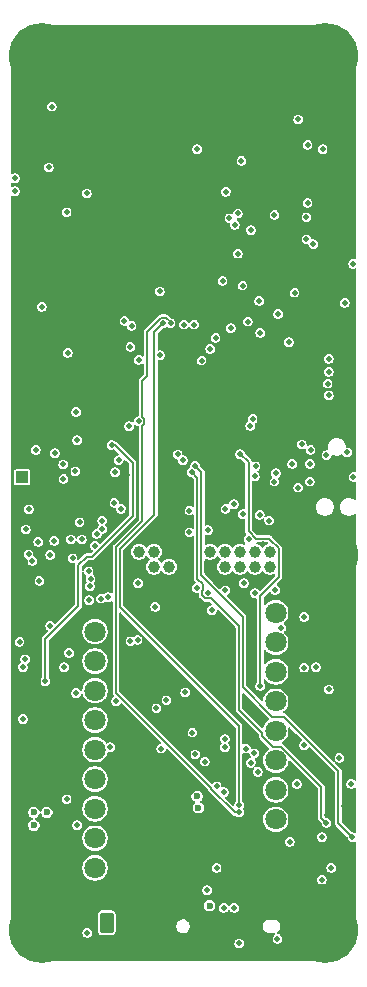
<source format=gbr>
%TF.GenerationSoftware,KiCad,Pcbnew,9.0.1*%
%TF.CreationDate,2025-10-09T14:44:29-04:00*%
%TF.ProjectId,OshTelemega,4f736854-656c-4656-9d65-67612e6b6963,rev?*%
%TF.SameCoordinates,Original*%
%TF.FileFunction,Copper,L3,Inr*%
%TF.FilePolarity,Positive*%
%FSLAX46Y46*%
G04 Gerber Fmt 4.6, Leading zero omitted, Abs format (unit mm)*
G04 Created by KiCad (PCBNEW 9.0.1) date 2025-10-09 14:44:29*
%MOMM*%
%LPD*%
G01*
G04 APERTURE LIST*
G04 Aperture macros list*
%AMRoundRect*
0 Rectangle with rounded corners*
0 $1 Rounding radius*
0 $2 $3 $4 $5 $6 $7 $8 $9 X,Y pos of 4 corners*
0 Add a 4 corners polygon primitive as box body*
4,1,4,$2,$3,$4,$5,$6,$7,$8,$9,$2,$3,0*
0 Add four circle primitives for the rounded corners*
1,1,$1+$1,$2,$3*
1,1,$1+$1,$4,$5*
1,1,$1+$1,$6,$7*
1,1,$1+$1,$8,$9*
0 Add four rect primitives between the rounded corners*
20,1,$1+$1,$2,$3,$4,$5,0*
20,1,$1+$1,$4,$5,$6,$7,0*
20,1,$1+$1,$6,$7,$8,$9,0*
20,1,$1+$1,$8,$9,$2,$3,0*%
G04 Aperture macros list end*
%TA.AperFunction,ComponentPad*%
%ADD10C,1.800000*%
%TD*%
%TA.AperFunction,ComponentPad*%
%ADD11C,5.600000*%
%TD*%
%TA.AperFunction,ComponentPad*%
%ADD12RoundRect,0.250000X-0.350000X-0.625000X0.350000X-0.625000X0.350000X0.625000X-0.350000X0.625000X0*%
%TD*%
%TA.AperFunction,ComponentPad*%
%ADD13O,1.200000X1.750000*%
%TD*%
%TA.AperFunction,HeatsinkPad*%
%ADD14C,1.100000*%
%TD*%
%TA.AperFunction,ComponentPad*%
%ADD15R,1.000000X1.000000*%
%TD*%
%TA.AperFunction,ComponentPad*%
%ADD16C,1.000000*%
%TD*%
%TA.AperFunction,ViaPad*%
%ADD17C,0.460000*%
%TD*%
%TA.AperFunction,ViaPad*%
%ADD18C,0.600000*%
%TD*%
%TA.AperFunction,Conductor*%
%ADD19C,0.200000*%
%TD*%
G04 APERTURE END LIST*
D10*
%TO.N,GND*%
%TO.C,J6*%
X42800000Y-90099998D03*
%TO.N,V_PYRO*%
X42800000Y-87599998D03*
%TO.N,V_LIPO*%
X42800000Y-85099998D03*
%TO.N,/FET_A*%
X42800000Y-82599997D03*
%TO.N,V_PYRO*%
X42800000Y-80099997D03*
%TO.N,/FET_B*%
X42800000Y-77599997D03*
%TO.N,V_PYRO*%
X42800000Y-75100000D03*
%TO.N,/FET_C*%
X42800000Y-72600000D03*
%TO.N,V_PYRO*%
X42800000Y-70100000D03*
%TD*%
D11*
%TO.N,GND*%
%TO.C,H2*%
X23000000Y-97000000D03*
%TD*%
D12*
%TO.N,V_CHARGE*%
%TO.C,J8*%
X28500000Y-96350000D03*
D13*
%TO.N,GND*%
X30500000Y-96350000D03*
%TD*%
D14*
%TO.N,GND*%
%TO.C,J4*%
X36300000Y-94500000D03*
X36300000Y-98800000D03*
X41100000Y-94500000D03*
X41100000Y-98800000D03*
%TD*%
D11*
%TO.N,GND*%
%TO.C,H3*%
X47000000Y-97000000D03*
%TD*%
%TO.N,GND*%
%TO.C,H4*%
X47000000Y-23000000D03*
%TD*%
%TO.N,GND*%
%TO.C,H5*%
X47000000Y-65200000D03*
%TD*%
D15*
%TO.N,GND*%
%TO.C,J9*%
X37240000Y-66200000D03*
D16*
%TO.N,/SCK2*%
X37240000Y-64929999D03*
%TO.N,+3V3*%
X38510001Y-66200000D03*
%TO.N,/MISO2*%
X38510000Y-64930000D03*
%TO.N,/TX1*%
X39780000Y-66200000D03*
%TO.N,/RX1*%
X39780000Y-64930000D03*
%TO.N,/MOSI2*%
X41050000Y-66200000D03*
%TO.N,/CS_COMP1*%
X41050000Y-64930000D03*
%TO.N,V_LIPO*%
X42319999Y-66200000D03*
%TO.N,/CS_COMP0*%
X42320000Y-64930000D03*
%TD*%
D15*
%TO.N,GND*%
%TO.C,J10*%
X31210000Y-66200000D03*
D16*
%TO.N,Net-(J10-Pin_2)*%
X31210000Y-64929999D03*
%TO.N,Net-(J10-Pin_3)*%
X32480001Y-66200000D03*
%TO.N,Net-(J10-Pin_4)*%
X32480000Y-64930000D03*
%TO.N,Net-(J10-Pin_5)*%
X33750000Y-66200000D03*
%TO.N,GND*%
X33750000Y-64930000D03*
%TD*%
D15*
%TO.N,/BUZZ*%
%TO.C,J2*%
X21350000Y-58630000D03*
D16*
%TO.N,GND*%
X21350000Y-59900000D03*
%TD*%
D10*
%TO.N,V_PYRO*%
%TO.C,J7*%
X27499999Y-71700000D03*
%TO.N,/FET_D*%
X27499999Y-74200000D03*
%TO.N,V_PYRO*%
X27499999Y-76700000D03*
%TO.N,/FET_E*%
X27499999Y-79200001D03*
%TO.N,V_PYRO*%
X27499999Y-81700001D03*
%TO.N,/FET_F*%
X27499999Y-84200001D03*
%TO.N,/MGSW_IN*%
X27499999Y-86699998D03*
%TO.N,V_PROT*%
X27499999Y-89199998D03*
%TO.N,V_LIPO*%
X27499999Y-91699998D03*
%TD*%
D11*
%TO.N,GND*%
%TO.C,H1*%
X23000000Y-23000000D03*
%TD*%
D17*
%TO.N,/BUZZ*%
X22500000Y-56300000D03*
X24100000Y-56600000D03*
%TO.N,GND*%
X44400000Y-33100000D03*
X26200000Y-75800000D03*
X36850000Y-56050000D03*
X21000000Y-64500000D03*
X48600000Y-86500000D03*
X23500000Y-35700000D03*
X27200000Y-27350000D03*
X37350000Y-61150000D03*
X48800000Y-52000000D03*
X31617954Y-45592323D03*
X37450000Y-57550000D03*
X24350000Y-65100000D03*
X25250000Y-67650000D03*
X40000000Y-49100000D03*
X47076498Y-42829135D03*
X34806271Y-35880329D03*
X33596140Y-32456559D03*
X30200000Y-56200000D03*
X34900000Y-71400000D03*
X47200000Y-54850000D03*
X36000000Y-35300000D03*
X38000000Y-89000000D03*
X33400000Y-51250000D03*
X34441838Y-33810353D03*
X30000001Y-94889999D03*
X31750000Y-98950000D03*
X33700000Y-82100000D03*
X21324999Y-92400000D03*
X25700000Y-72400000D03*
X34101486Y-32519727D03*
X21700000Y-72800000D03*
X30300000Y-34600000D03*
X35550000Y-89900000D03*
X44400000Y-34300000D03*
X39100000Y-84100000D03*
X29300000Y-78800000D03*
X43000000Y-31800000D03*
X46850000Y-74500000D03*
X41800000Y-31800000D03*
X34800000Y-63000000D03*
X46400000Y-41600000D03*
X34813559Y-35340969D03*
X47100000Y-43900000D03*
X29200000Y-62400000D03*
X23800000Y-41000000D03*
X48200000Y-72900000D03*
X34804859Y-36487885D03*
X38400000Y-80100000D03*
X41100000Y-26890000D03*
X34802626Y-34207584D03*
X37100000Y-72325000D03*
X47400000Y-89300000D03*
X29200000Y-32600000D03*
X29800000Y-50850000D03*
X43062500Y-33037500D03*
X48600000Y-54400000D03*
X36000000Y-34700000D03*
X38300000Y-50350000D03*
X34180000Y-31300000D03*
X37900000Y-86650000D03*
X35600000Y-70100000D03*
X29600000Y-90700000D03*
X21350000Y-29650000D03*
X23900000Y-77000000D03*
X40200000Y-79500000D03*
X30550000Y-69700000D03*
X42300000Y-22900000D03*
X44400000Y-31800000D03*
X23399998Y-92400000D03*
X49276887Y-29766862D03*
X21100000Y-71600000D03*
X24999998Y-87200000D03*
X30200000Y-58400000D03*
X26000000Y-53800000D03*
X36000000Y-35900000D03*
X34080000Y-30000000D03*
X29300000Y-45400000D03*
X26500000Y-90450000D03*
X35890670Y-33565788D03*
X24700000Y-69100000D03*
X48300000Y-93300000D03*
X46250000Y-71400000D03*
X33200000Y-96600000D03*
X34500000Y-45300000D03*
X27450000Y-23950000D03*
X43400000Y-58900000D03*
X34645705Y-32521347D03*
X22199998Y-88900000D03*
X25700000Y-59500000D03*
X22199998Y-85600000D03*
X35800000Y-79500000D03*
X47850000Y-60450000D03*
X41800000Y-33100000D03*
X26050000Y-43600000D03*
X24250000Y-84350000D03*
X47300000Y-32200000D03*
X23850000Y-59050000D03*
X41800000Y-34300000D03*
X26900000Y-59350000D03*
X31400000Y-76800000D03*
X40300000Y-43000000D03*
X24100000Y-49000000D03*
X38900000Y-91750000D03*
X34000000Y-95100000D03*
X41500000Y-86800000D03*
X38750000Y-57100000D03*
X33927989Y-33704667D03*
X34806271Y-34728722D03*
X43200000Y-34300000D03*
X41800000Y-78900000D03*
X35100000Y-32800000D03*
X34500000Y-29400000D03*
X47143692Y-87220058D03*
X22613838Y-58438625D03*
X26150000Y-27150000D03*
X36000000Y-34100000D03*
X30100000Y-57500000D03*
X45200000Y-46100000D03*
X35509231Y-33169772D03*
X27650000Y-61150000D03*
X41050000Y-62950000D03*
X48526477Y-36588664D03*
X38900000Y-47650000D03*
X43800000Y-38200000D03*
X21400000Y-50825000D03*
X37400000Y-92350000D03*
X21300000Y-77100000D03*
X46819429Y-27933495D03*
X45250000Y-60050000D03*
X25300000Y-77200000D03*
X43400000Y-43550000D03*
X32750000Y-32200000D03*
X37810000Y-32900000D03*
X23400000Y-54525000D03*
X26900000Y-93400000D03*
X40350000Y-51200000D03*
X21050000Y-84950000D03*
X33900000Y-88650000D03*
X28700000Y-48600000D03*
X33100001Y-94340000D03*
X36000197Y-36526757D03*
X48200000Y-75900000D03*
X49376887Y-28666862D03*
X41250000Y-84450000D03*
X28000000Y-98700000D03*
X42000000Y-26890000D03*
X43400000Y-43550000D03*
X31900000Y-78100000D03*
X24700000Y-46100000D03*
X42550000Y-60700000D03*
X41700000Y-64300000D03*
%TO.N,+3V3*%
X42800000Y-58300000D03*
X23850000Y-27250000D03*
X38580022Y-34454558D03*
X24900000Y-74700000D03*
X44000000Y-89500000D03*
X41400000Y-43700000D03*
X20700000Y-33300000D03*
X29211198Y-58200000D03*
D18*
X23424999Y-87000000D03*
D17*
X46700000Y-89100000D03*
X45500000Y-30476251D03*
X45500000Y-35400000D03*
X26000000Y-55500000D03*
X20700000Y-34400000D03*
X25200000Y-48085000D03*
X24834488Y-58765513D03*
X44699429Y-28333495D03*
X39600000Y-39700000D03*
X46776887Y-30866862D03*
X44400000Y-43000000D03*
X30000000Y-45400000D03*
X39900000Y-31830000D03*
X48650000Y-43850000D03*
X23700000Y-65200000D03*
X23700000Y-71200000D03*
X47100000Y-56750000D03*
D18*
X22324999Y-87000000D03*
D17*
X25600000Y-65500000D03*
X25900000Y-53100000D03*
X38500000Y-81500000D03*
D18*
X22324999Y-88100000D03*
D17*
X36160000Y-30860000D03*
X42700000Y-36400000D03*
X32600000Y-69600000D03*
X36100000Y-68000000D03*
%TO.N,/NRST*%
X49350000Y-40550000D03*
X23600000Y-32400000D03*
X23000000Y-44200000D03*
X45400000Y-36600000D03*
%TO.N,VBUS*%
X37800000Y-91700000D03*
D18*
X37200000Y-94900000D03*
%TO.N,V_LIPO*%
X36150000Y-85650000D03*
X36250000Y-86600000D03*
D17*
%TO.N,Net-(J4-CC1)*%
X37000000Y-93600000D03*
%TO.N,Net-(J4-D+-PadA6)*%
X38400000Y-95100000D03*
%TO.N,Net-(J4-CC2)*%
X39700000Y-98100000D03*
%TO.N,Net-(J4-D--PadA7)*%
X39300000Y-95100000D03*
%TO.N,/RX1*%
X41450000Y-61800000D03*
X45000000Y-55850000D03*
%TO.N,/MGSW_IN*%
X48200000Y-82400000D03*
X26850000Y-97200000D03*
X42950000Y-97700000D03*
%TO.N,/SENSE_A*%
X40641194Y-54274217D03*
X44600000Y-84600000D03*
%TO.N,/SENSE_B*%
X49200000Y-84600000D03*
X40850000Y-53700000D03*
%TO.N,/FIRE_A*%
X35700000Y-58200000D03*
X47100000Y-87900000D03*
%TO.N,/FIRE_B*%
X49300000Y-89100000D03*
X35973249Y-57653503D03*
%TO.N,/FIRE_C*%
X30500000Y-72500000D03*
X28000000Y-68900000D03*
X32700000Y-78200000D03*
X40300000Y-81600000D03*
X36000000Y-82100000D03*
X27659962Y-63434902D03*
%TO.N,/SENSE_C*%
X35900000Y-45700000D03*
X33000000Y-48300000D03*
X41500000Y-76300000D03*
X39784174Y-56665826D03*
%TO.N,/FIRE_D*%
X38500000Y-80800000D03*
X33550000Y-77500000D03*
X35750000Y-80250000D03*
X28599138Y-68780172D03*
X31102689Y-72399552D03*
X28100000Y-63011003D03*
%TO.N,/SENSE_D*%
X36522547Y-48753221D03*
X35150000Y-76850000D03*
%TO.N,/FIRE_E*%
X23300000Y-75900000D03*
X28900000Y-55900000D03*
%TO.N,/SENSE_E*%
X30600000Y-45800000D03*
X30500000Y-47600000D03*
X25900000Y-76900000D03*
X30400000Y-54300000D03*
%TO.N,/FIRE_F*%
X21400000Y-74700000D03*
X28100000Y-62300000D03*
%TO.N,/SENSE_F*%
X35025000Y-45700000D03*
X31200000Y-53900000D03*
X21400000Y-79100000D03*
X31200000Y-48700000D03*
%TO.N,/CMP_LDO_IN*%
X29300000Y-77600000D03*
X46700000Y-92700000D03*
X21114258Y-72557377D03*
X25100000Y-85900000D03*
X47500000Y-91700000D03*
%TO.N,/CMP_RAIL*%
X40700000Y-82800000D03*
X26000000Y-88100000D03*
X28800000Y-81500000D03*
X36800000Y-82700000D03*
X25300000Y-73500000D03*
X21600000Y-74050000D03*
%TO.N,/V_PBATT*%
X39700000Y-87011003D03*
X33900000Y-45600000D03*
%TO.N,/V_BATT*%
X39700000Y-86400000D03*
X33288997Y-45600000D03*
%TO.N,/IMU_GYRO_INT*%
X24050000Y-64000000D03*
X29700000Y-61300000D03*
%TO.N,/SWDIO*%
X44200000Y-57500000D03*
X45700000Y-57500000D03*
X48846736Y-56525232D03*
%TO.N,/IMU_ACCEL_INT*%
X26200000Y-62450000D03*
X29150000Y-60800000D03*
%TO.N,/MAG_MISO2*%
X37050000Y-68400000D03*
X37050000Y-63100000D03*
%TO.N,/TX1*%
X40500000Y-63900000D03*
X40100000Y-67600000D03*
X45750000Y-56300000D03*
X42250000Y-62300000D03*
%TO.N,/MISO2*%
X39600000Y-36300000D03*
X39250000Y-60900000D03*
X43900000Y-47200000D03*
%TO.N,/CS_COMP1*%
X34500000Y-56700000D03*
%TO.N,/SCK1*%
X24800000Y-57550000D03*
X21900000Y-61350000D03*
X37246931Y-47746931D03*
X25840000Y-58140000D03*
%TO.N,/MISO1*%
X37715000Y-46815000D03*
X25450000Y-63900000D03*
X22700000Y-64100000D03*
%TO.N,/RADIO_MARC_ISR*%
X43000000Y-44800000D03*
X46000000Y-38900000D03*
%TO.N,/CS_COMP0*%
X34950000Y-57200000D03*
%TO.N,/AC_SCK1*%
X21873809Y-65156348D03*
X27050000Y-67850000D03*
%TO.N,/MOSI1*%
X21650000Y-63050000D03*
X39000000Y-46000000D03*
%TO.N,/MOSI2*%
X40000000Y-42400000D03*
X40700000Y-37700000D03*
%TO.N,/CS_MAG*%
X35500000Y-63300000D03*
X35500000Y-61450000D03*
X38550000Y-68200000D03*
X40000000Y-61750000D03*
%TO.N,/USB_D-*%
X41295771Y-83574624D03*
X38400000Y-85300000D03*
X44700000Y-59500000D03*
X45200000Y-81300000D03*
%TO.N,/RADIO_INT*%
X40450000Y-45450000D03*
X45400000Y-38500000D03*
%TO.N,/SCK2*%
X38300000Y-42000000D03*
X38550000Y-61300000D03*
X41500000Y-46400000D03*
X39350000Y-37250000D03*
%TO.N,/SWCLK*%
X45700000Y-59000000D03*
X41025000Y-58550000D03*
X49389000Y-58600000D03*
%TO.N,/AC_MOSI1*%
X22200000Y-65700000D03*
X26959143Y-66595120D03*
%TO.N,/BA_MISO1*%
X26800000Y-34600000D03*
X25100000Y-36200000D03*
%TO.N,/USB_D+*%
X37800000Y-84800000D03*
X41000000Y-82000000D03*
%TO.N,/CS_RADIO*%
X38887048Y-36712952D03*
X33000000Y-42900000D03*
%TO.N,/AC_MISO1*%
X22800000Y-67400000D03*
X27125786Y-67243715D03*
%TO.N,Net-(J10-Pin_4)*%
X47300000Y-49700000D03*
%TO.N,Net-(J10-Pin_3)*%
X47300000Y-51700000D03*
%TO.N,Net-(J10-Pin_2)*%
X47300000Y-48600000D03*
%TO.N,Net-(J10-Pin_5)*%
X47200000Y-50700000D03*
%TO.N,/HALL_OUT*%
X45200000Y-70450000D03*
X29500000Y-57200000D03*
X46200000Y-74700000D03*
X26400000Y-63900000D03*
X42700000Y-59000000D03*
X41100000Y-57700000D03*
%TO.N,Net-(Q2-G)*%
X43250000Y-71400000D03*
X33100000Y-81600000D03*
X47300000Y-76600000D03*
X45200000Y-74750000D03*
%TO.N,Net-(D5-A1)*%
X27500000Y-64450000D03*
%TO.N,Net-(D5-A2)*%
X31150000Y-67600000D03*
X41050000Y-68450000D03*
X37400000Y-69900000D03*
X27000000Y-69050000D03*
X42750000Y-68150000D03*
%TD*%
D19*
%TO.N,/FIRE_A*%
X42576767Y-81471997D02*
X43267233Y-81471997D01*
X41672000Y-80567230D02*
X42576767Y-81471997D01*
X46661692Y-87461692D02*
X47100000Y-87900000D01*
X35700000Y-58200000D02*
X36172000Y-58672000D01*
X36609175Y-68159175D02*
X36568000Y-68200349D01*
X36172000Y-67246349D02*
X36609175Y-67683524D01*
X39700000Y-71250000D02*
X39700000Y-78318349D01*
X41672000Y-80290349D02*
X41672000Y-80567230D01*
X37249651Y-68882000D02*
X37290826Y-68840826D01*
X36568000Y-68200349D02*
X36568000Y-68599651D01*
X37290826Y-68840826D02*
X39700000Y-71250000D01*
X39700000Y-78318349D02*
X41672000Y-80290349D01*
X36568000Y-68599651D02*
X36850349Y-68882000D01*
X43267233Y-81471997D02*
X46661692Y-84866456D01*
X36609175Y-67683524D02*
X36609175Y-68159175D01*
X36172000Y-58672000D02*
X36172000Y-67246349D01*
X36850349Y-68882000D02*
X37249651Y-68882000D01*
X46661692Y-84866456D02*
X46661692Y-87461692D01*
%TO.N,/FIRE_B*%
X48118000Y-83536349D02*
X43481651Y-78900000D01*
X49300000Y-89100000D02*
X48118000Y-87918000D01*
X40028000Y-70444000D02*
X36500000Y-66916000D01*
X40028000Y-76423230D02*
X40028000Y-70444000D01*
X43481651Y-78900000D02*
X42504770Y-78900000D01*
X36500000Y-66916000D02*
X36500000Y-58180254D01*
X36500000Y-58180254D02*
X35973249Y-57653503D01*
X42504770Y-78900000D02*
X40028000Y-76423230D01*
X48118000Y-87918000D02*
X48118000Y-83536349D01*
%TO.N,/SENSE_C*%
X41500000Y-68650000D02*
X41500000Y-76300000D01*
X43047999Y-67102001D02*
X41500000Y-68650000D01*
X39815826Y-56665826D02*
X40500000Y-57350000D01*
X40500000Y-57350000D02*
X40500000Y-63218349D01*
X41099651Y-63818000D02*
X42237548Y-63818000D01*
X42237548Y-63818000D02*
X43047999Y-64628451D01*
X39784174Y-56665826D02*
X39815826Y-56665826D01*
X40500000Y-63218349D02*
X41099651Y-63818000D01*
X43047999Y-64628451D02*
X43047999Y-67102001D01*
%TO.N,/FIRE_E*%
X26800000Y-65350000D02*
X27281651Y-65350000D01*
X30682000Y-57400349D02*
X29181651Y-55900000D01*
X30682000Y-61949651D02*
X30682000Y-57400349D01*
X27281651Y-65350000D02*
X30682000Y-61949651D01*
X23300000Y-72300000D02*
X23300000Y-75900000D01*
X26100000Y-69500000D02*
X23300000Y-72300000D01*
X26100000Y-66050000D02*
X26800000Y-65350000D01*
X29181651Y-55900000D02*
X28900000Y-55900000D01*
X26100000Y-66050000D02*
X26100000Y-69500000D01*
%TO.N,/V_PBATT*%
X33089346Y-45118000D02*
X31900000Y-46307346D01*
X29274000Y-64562138D02*
X29274000Y-76874000D01*
X31518000Y-53536349D02*
X31682000Y-53700349D01*
X31518000Y-50463651D02*
X31518000Y-53536349D01*
X39329352Y-87011003D02*
X39700000Y-87011003D01*
X31518000Y-62318138D02*
X29274000Y-64562138D01*
X37318000Y-84918000D02*
X37318000Y-84999651D01*
X31682000Y-54099651D02*
X31518000Y-54263651D01*
X33900000Y-45600000D02*
X33900000Y-45529352D01*
X29274000Y-76874000D02*
X37318000Y-84918000D01*
X31900000Y-46307346D02*
X31900000Y-50081651D01*
X33488648Y-45118000D02*
X33089346Y-45118000D01*
X33900000Y-45529352D02*
X33488648Y-45118000D01*
X37318000Y-84999651D02*
X39329352Y-87011003D01*
X31518000Y-54263651D02*
X31518000Y-62318138D01*
X31682000Y-53700349D02*
X31682000Y-54099651D01*
X31900000Y-50081651D02*
X31518000Y-50463651D01*
%TO.N,/V_BATT*%
X39700000Y-79681651D02*
X29602000Y-69583651D01*
X29602000Y-69583651D02*
X29602000Y-64723000D01*
X29602000Y-64723000D02*
X32518000Y-61807000D01*
X39700000Y-86400000D02*
X39700000Y-79681651D01*
X32518000Y-46370997D02*
X33288997Y-45600000D01*
X32518000Y-61807000D02*
X32518000Y-46370997D01*
%TD*%
%TA.AperFunction,Conductor*%
%TO.N,GND*%
G36*
X29688000Y-70070627D02*
G01*
X29706433Y-70084770D01*
X39393433Y-79771770D01*
X39419161Y-79826946D01*
X39419500Y-79834703D01*
X39419500Y-86063099D01*
X39398678Y-86120307D01*
X39393434Y-86126030D01*
X39371517Y-86147947D01*
X39317475Y-86241553D01*
X39317473Y-86241557D01*
X39289500Y-86345956D01*
X39289500Y-86359599D01*
X39268678Y-86416807D01*
X39215955Y-86447247D01*
X39156000Y-86436675D01*
X39137567Y-86422532D01*
X38538464Y-85823429D01*
X38512736Y-85768253D01*
X38528492Y-85709448D01*
X38556898Y-85683419D01*
X38558446Y-85682525D01*
X38558447Y-85682525D01*
X38652053Y-85628482D01*
X38728482Y-85552053D01*
X38782525Y-85458447D01*
X38810500Y-85354043D01*
X38810500Y-85245957D01*
X38806005Y-85229183D01*
X38782526Y-85141557D01*
X38782525Y-85141553D01*
X38728482Y-85047947D01*
X38652053Y-84971518D01*
X38652050Y-84971516D01*
X38652049Y-84971515D01*
X38577515Y-84928484D01*
X38558447Y-84917475D01*
X38558444Y-84917474D01*
X38558442Y-84917473D01*
X38454043Y-84889500D01*
X38345957Y-84889500D01*
X38337205Y-84891844D01*
X38322533Y-84895776D01*
X38261885Y-84890468D01*
X38218838Y-84847419D01*
X38210500Y-84809808D01*
X38210500Y-84745956D01*
X38182526Y-84641557D01*
X38182525Y-84641553D01*
X38128482Y-84547947D01*
X38052053Y-84471518D01*
X38052050Y-84471516D01*
X38052049Y-84471515D01*
X38000152Y-84441553D01*
X37958447Y-84417475D01*
X37958444Y-84417474D01*
X37958442Y-84417473D01*
X37854043Y-84389500D01*
X37745957Y-84389500D01*
X37641557Y-84417473D01*
X37641553Y-84417475D01*
X37547947Y-84471517D01*
X37471008Y-84548456D01*
X37415832Y-84574184D01*
X37357027Y-84558427D01*
X37345143Y-84548456D01*
X35442643Y-82645956D01*
X36389500Y-82645956D01*
X36389500Y-82754043D01*
X36417473Y-82858442D01*
X36417474Y-82858444D01*
X36417475Y-82858447D01*
X36428255Y-82877118D01*
X36471515Y-82952049D01*
X36471516Y-82952050D01*
X36471518Y-82952053D01*
X36547947Y-83028482D01*
X36641553Y-83082525D01*
X36745957Y-83110500D01*
X36854043Y-83110500D01*
X36958447Y-83082525D01*
X37052053Y-83028482D01*
X37128482Y-82952053D01*
X37182525Y-82858447D01*
X37210500Y-82754043D01*
X37210500Y-82645957D01*
X37205419Y-82626996D01*
X37182526Y-82541557D01*
X37182525Y-82541553D01*
X37139904Y-82467731D01*
X37128484Y-82447950D01*
X37128483Y-82447949D01*
X37128482Y-82447947D01*
X37052053Y-82371518D01*
X37052050Y-82371516D01*
X37052049Y-82371515D01*
X36977515Y-82328484D01*
X36958447Y-82317475D01*
X36958444Y-82317474D01*
X36958442Y-82317473D01*
X36854043Y-82289500D01*
X36745957Y-82289500D01*
X36641557Y-82317473D01*
X36641553Y-82317475D01*
X36547947Y-82371517D01*
X36485025Y-82434438D01*
X36485019Y-82434445D01*
X36471518Y-82447947D01*
X36457535Y-82472164D01*
X36457530Y-82472173D01*
X36417475Y-82541552D01*
X36417473Y-82541557D01*
X36389500Y-82645956D01*
X35442643Y-82645956D01*
X34842643Y-82045956D01*
X35589500Y-82045956D01*
X35589500Y-82154043D01*
X35617473Y-82258442D01*
X35617474Y-82258444D01*
X35617475Y-82258447D01*
X35622016Y-82266312D01*
X35671515Y-82352049D01*
X35671516Y-82352050D01*
X35671518Y-82352053D01*
X35747947Y-82428482D01*
X35841553Y-82482525D01*
X35945957Y-82510500D01*
X36054043Y-82510500D01*
X36158447Y-82482525D01*
X36252053Y-82428482D01*
X36328482Y-82352053D01*
X36382525Y-82258447D01*
X36410500Y-82154043D01*
X36410500Y-82045957D01*
X36409893Y-82043693D01*
X36382526Y-81941557D01*
X36382525Y-81941553D01*
X36328482Y-81847947D01*
X36252053Y-81771518D01*
X36252050Y-81771516D01*
X36252049Y-81771515D01*
X36178525Y-81729067D01*
X36158447Y-81717475D01*
X36158444Y-81717474D01*
X36158442Y-81717473D01*
X36054043Y-81689500D01*
X35945957Y-81689500D01*
X35841557Y-81717473D01*
X35841553Y-81717475D01*
X35747950Y-81771515D01*
X35671515Y-81847950D01*
X35617475Y-81941553D01*
X35617473Y-81941557D01*
X35589500Y-82045956D01*
X34842643Y-82045956D01*
X33542643Y-80745956D01*
X38089500Y-80745956D01*
X38089500Y-80854043D01*
X38117473Y-80958442D01*
X38117474Y-80958444D01*
X38117475Y-80958447D01*
X38139216Y-80996103D01*
X38171515Y-81052049D01*
X38171516Y-81052050D01*
X38171518Y-81052053D01*
X38206533Y-81087068D01*
X38232261Y-81142243D01*
X38216505Y-81201048D01*
X38206538Y-81212926D01*
X38186082Y-81233383D01*
X38171515Y-81247950D01*
X38117475Y-81341553D01*
X38117473Y-81341557D01*
X38089500Y-81445956D01*
X38089500Y-81554043D01*
X38117473Y-81658442D01*
X38117474Y-81658444D01*
X38117475Y-81658447D01*
X38131377Y-81682526D01*
X38171515Y-81752049D01*
X38171516Y-81752050D01*
X38171518Y-81752053D01*
X38247947Y-81828482D01*
X38341553Y-81882525D01*
X38445957Y-81910500D01*
X38554043Y-81910500D01*
X38658447Y-81882525D01*
X38752053Y-81828482D01*
X38828482Y-81752053D01*
X38882525Y-81658447D01*
X38910500Y-81554043D01*
X38910500Y-81445957D01*
X38882525Y-81341553D01*
X38828482Y-81247947D01*
X38793466Y-81212931D01*
X38767739Y-81157757D01*
X38783495Y-81098952D01*
X38793461Y-81087073D01*
X38828482Y-81052053D01*
X38882525Y-80958447D01*
X38910500Y-80854043D01*
X38910500Y-80745957D01*
X38908759Y-80739461D01*
X38882526Y-80641557D01*
X38882525Y-80641553D01*
X38828482Y-80547947D01*
X38752053Y-80471518D01*
X38752050Y-80471516D01*
X38752049Y-80471515D01*
X38689917Y-80435644D01*
X38658447Y-80417475D01*
X38658444Y-80417474D01*
X38658442Y-80417473D01*
X38554043Y-80389500D01*
X38445957Y-80389500D01*
X38341557Y-80417473D01*
X38341553Y-80417475D01*
X38247950Y-80471515D01*
X38171515Y-80547950D01*
X38117475Y-80641553D01*
X38117473Y-80641557D01*
X38089500Y-80745956D01*
X33542643Y-80745956D01*
X32992643Y-80195956D01*
X35339500Y-80195956D01*
X35339500Y-80304043D01*
X35367473Y-80408442D01*
X35367474Y-80408444D01*
X35367475Y-80408447D01*
X35383177Y-80435644D01*
X35421515Y-80502049D01*
X35421516Y-80502050D01*
X35421518Y-80502053D01*
X35497947Y-80578482D01*
X35591553Y-80632525D01*
X35695957Y-80660500D01*
X35804043Y-80660500D01*
X35908447Y-80632525D01*
X36002053Y-80578482D01*
X36078482Y-80502053D01*
X36132525Y-80408447D01*
X36160500Y-80304043D01*
X36160500Y-80195957D01*
X36132525Y-80091553D01*
X36078482Y-79997947D01*
X36002053Y-79921518D01*
X36002050Y-79921516D01*
X36002049Y-79921515D01*
X35951066Y-79892081D01*
X35908447Y-79867475D01*
X35908444Y-79867474D01*
X35908442Y-79867473D01*
X35804043Y-79839500D01*
X35695957Y-79839500D01*
X35591557Y-79867473D01*
X35591553Y-79867475D01*
X35497950Y-79921515D01*
X35421515Y-79997950D01*
X35367475Y-80091553D01*
X35367473Y-80091557D01*
X35339500Y-80195956D01*
X32992643Y-80195956D01*
X30942643Y-78145956D01*
X32289500Y-78145956D01*
X32289500Y-78254043D01*
X32317473Y-78358442D01*
X32317474Y-78358444D01*
X32317475Y-78358447D01*
X32327518Y-78375842D01*
X32371515Y-78452049D01*
X32371516Y-78452050D01*
X32371518Y-78452053D01*
X32447947Y-78528482D01*
X32541553Y-78582525D01*
X32645957Y-78610500D01*
X32754043Y-78610500D01*
X32858447Y-78582525D01*
X32952053Y-78528482D01*
X33028482Y-78452053D01*
X33082525Y-78358447D01*
X33110500Y-78254043D01*
X33110500Y-78145957D01*
X33082525Y-78041553D01*
X33028482Y-77947947D01*
X32952053Y-77871518D01*
X32952050Y-77871516D01*
X32952049Y-77871515D01*
X32877515Y-77828484D01*
X32858447Y-77817475D01*
X32858444Y-77817474D01*
X32858442Y-77817473D01*
X32754043Y-77789500D01*
X32645957Y-77789500D01*
X32541557Y-77817473D01*
X32541553Y-77817475D01*
X32447950Y-77871515D01*
X32371515Y-77947950D01*
X32317475Y-78041553D01*
X32317473Y-78041557D01*
X32289500Y-78145956D01*
X30942643Y-78145956D01*
X30242643Y-77445956D01*
X33139500Y-77445956D01*
X33139500Y-77554043D01*
X33167473Y-77658442D01*
X33167474Y-77658444D01*
X33167475Y-77658447D01*
X33182825Y-77685034D01*
X33221515Y-77752049D01*
X33221516Y-77752050D01*
X33221518Y-77752053D01*
X33297947Y-77828482D01*
X33391553Y-77882525D01*
X33495957Y-77910500D01*
X33604043Y-77910500D01*
X33708447Y-77882525D01*
X33802053Y-77828482D01*
X33878482Y-77752053D01*
X33932525Y-77658447D01*
X33960500Y-77554043D01*
X33960500Y-77445957D01*
X33932525Y-77341553D01*
X33889079Y-77266302D01*
X33878484Y-77247950D01*
X33878483Y-77247949D01*
X33878482Y-77247947D01*
X33802053Y-77171518D01*
X33802050Y-77171516D01*
X33802049Y-77171515D01*
X33751066Y-77142081D01*
X33708447Y-77117475D01*
X33708444Y-77117474D01*
X33708442Y-77117473D01*
X33604043Y-77089500D01*
X33495957Y-77089500D01*
X33391557Y-77117473D01*
X33391553Y-77117475D01*
X33297950Y-77171515D01*
X33221515Y-77247950D01*
X33167475Y-77341553D01*
X33167473Y-77341557D01*
X33139500Y-77445956D01*
X30242643Y-77445956D01*
X29592643Y-76795956D01*
X34739500Y-76795956D01*
X34739500Y-76904043D01*
X34767473Y-77008442D01*
X34767474Y-77008444D01*
X34767475Y-77008447D01*
X34782046Y-77033685D01*
X34821515Y-77102049D01*
X34821516Y-77102050D01*
X34821518Y-77102053D01*
X34897947Y-77178482D01*
X34897949Y-77178483D01*
X34897950Y-77178484D01*
X34909633Y-77185229D01*
X34991553Y-77232525D01*
X35095957Y-77260500D01*
X35204043Y-77260500D01*
X35308447Y-77232525D01*
X35402053Y-77178482D01*
X35478482Y-77102053D01*
X35532525Y-77008447D01*
X35560500Y-76904043D01*
X35560500Y-76795957D01*
X35545922Y-76741553D01*
X35532526Y-76691557D01*
X35532525Y-76691553D01*
X35478894Y-76598660D01*
X35478484Y-76597950D01*
X35478483Y-76597949D01*
X35478482Y-76597947D01*
X35402053Y-76521518D01*
X35402050Y-76521516D01*
X35402049Y-76521515D01*
X35346596Y-76489500D01*
X35308447Y-76467475D01*
X35308444Y-76467474D01*
X35308442Y-76467473D01*
X35204043Y-76439500D01*
X35095957Y-76439500D01*
X34991557Y-76467473D01*
X34991553Y-76467475D01*
X34897950Y-76521515D01*
X34821515Y-76597950D01*
X34767475Y-76691553D01*
X34767473Y-76691557D01*
X34739500Y-76795956D01*
X29592643Y-76795956D01*
X29580567Y-76783880D01*
X29554839Y-76728704D01*
X29554500Y-76720947D01*
X29554500Y-72445956D01*
X30089500Y-72445956D01*
X30089500Y-72554043D01*
X30117473Y-72658442D01*
X30117474Y-72658444D01*
X30117475Y-72658447D01*
X30132826Y-72685036D01*
X30171515Y-72752049D01*
X30171516Y-72752050D01*
X30171518Y-72752053D01*
X30247947Y-72828482D01*
X30341553Y-72882525D01*
X30445957Y-72910500D01*
X30554043Y-72910500D01*
X30658447Y-72882525D01*
X30752053Y-72828482D01*
X30803529Y-72777005D01*
X30858703Y-72751277D01*
X30910959Y-72762861D01*
X30944242Y-72782077D01*
X31048646Y-72810052D01*
X31156732Y-72810052D01*
X31261136Y-72782077D01*
X31354742Y-72728034D01*
X31431171Y-72651605D01*
X31485214Y-72557999D01*
X31513189Y-72453595D01*
X31513189Y-72345509D01*
X31502421Y-72305324D01*
X31485215Y-72241109D01*
X31485214Y-72241105D01*
X31442593Y-72167283D01*
X31431173Y-72147502D01*
X31431172Y-72147501D01*
X31431171Y-72147499D01*
X31354742Y-72071070D01*
X31354739Y-72071068D01*
X31354738Y-72071067D01*
X31303755Y-72041633D01*
X31261136Y-72017027D01*
X31261133Y-72017026D01*
X31261131Y-72017025D01*
X31156732Y-71989052D01*
X31048646Y-71989052D01*
X30944246Y-72017025D01*
X30944242Y-72017027D01*
X30850636Y-72071069D01*
X30799159Y-72122546D01*
X30743983Y-72148274D01*
X30691727Y-72136689D01*
X30658449Y-72117476D01*
X30658442Y-72117473D01*
X30554043Y-72089500D01*
X30445957Y-72089500D01*
X30341557Y-72117473D01*
X30341553Y-72117475D01*
X30247950Y-72171515D01*
X30171515Y-72247950D01*
X30117475Y-72341553D01*
X30117473Y-72341557D01*
X30089500Y-72445956D01*
X29554500Y-72445956D01*
X29554500Y-70147703D01*
X29575322Y-70090495D01*
X29628045Y-70060055D01*
X29688000Y-70070627D01*
G37*
%TD.AperFunction*%
%TA.AperFunction,Conductor*%
G36*
X47002492Y-20331639D02*
G01*
X47288192Y-20347684D01*
X47298094Y-20348800D01*
X47577745Y-20396314D01*
X47587474Y-20398534D01*
X47860038Y-20477058D01*
X47869457Y-20480355D01*
X48131504Y-20588899D01*
X48140496Y-20593229D01*
X48388756Y-20730437D01*
X48397196Y-20735741D01*
X48628540Y-20899887D01*
X48636330Y-20906100D01*
X48847832Y-21095110D01*
X48854889Y-21102167D01*
X49043894Y-21313663D01*
X49050113Y-21321461D01*
X49214255Y-21552798D01*
X49219565Y-21561249D01*
X49356770Y-21809503D01*
X49361100Y-21818495D01*
X49469644Y-22080542D01*
X49472941Y-22089963D01*
X49551464Y-22362524D01*
X49553685Y-22372254D01*
X49601198Y-22651897D01*
X49602315Y-22661814D01*
X49618360Y-22947506D01*
X49618500Y-22952497D01*
X49618500Y-40080976D01*
X49597678Y-40138184D01*
X49544955Y-40168624D01*
X49506466Y-40166944D01*
X49479445Y-40159704D01*
X49404043Y-40139500D01*
X49295957Y-40139500D01*
X49191557Y-40167473D01*
X49191553Y-40167475D01*
X49097950Y-40221515D01*
X49021515Y-40297950D01*
X48967475Y-40391553D01*
X48967473Y-40391557D01*
X48939500Y-40495956D01*
X48939500Y-40604043D01*
X48967473Y-40708442D01*
X48967474Y-40708444D01*
X48967475Y-40708447D01*
X48992081Y-40751066D01*
X49021515Y-40802049D01*
X49021516Y-40802050D01*
X49021518Y-40802053D01*
X49097947Y-40878482D01*
X49191553Y-40932525D01*
X49295957Y-40960500D01*
X49404043Y-40960500D01*
X49506465Y-40933056D01*
X49567113Y-40938362D01*
X49610161Y-40981410D01*
X49618500Y-41019023D01*
X49618500Y-58120526D01*
X49597678Y-58177734D01*
X49544955Y-58208174D01*
X49506466Y-58206494D01*
X49491786Y-58202560D01*
X49443043Y-58189500D01*
X49334957Y-58189500D01*
X49230557Y-58217473D01*
X49230553Y-58217475D01*
X49136950Y-58271515D01*
X49060515Y-58347950D01*
X49006475Y-58441553D01*
X49006473Y-58441557D01*
X48978500Y-58545956D01*
X48978500Y-58654043D01*
X49006473Y-58758442D01*
X49006474Y-58758444D01*
X49006475Y-58758447D01*
X49023645Y-58788186D01*
X49060515Y-58852049D01*
X49060516Y-58852050D01*
X49060518Y-58852053D01*
X49136947Y-58928482D01*
X49136949Y-58928483D01*
X49136950Y-58928484D01*
X49143951Y-58932526D01*
X49230553Y-58982525D01*
X49334957Y-59010500D01*
X49443043Y-59010500D01*
X49506465Y-58993506D01*
X49567113Y-58998811D01*
X49610161Y-59041860D01*
X49618500Y-59079473D01*
X49618500Y-60484983D01*
X49597678Y-60542191D01*
X49544955Y-60572631D01*
X49485000Y-60562059D01*
X49480055Y-60558984D01*
X49355169Y-60475539D01*
X49355160Y-60475534D01*
X49293337Y-60449926D01*
X49218709Y-60419014D01*
X49218707Y-60419013D01*
X49218706Y-60419013D01*
X49073853Y-60390200D01*
X49073849Y-60390200D01*
X48926151Y-60390200D01*
X48926146Y-60390200D01*
X48781293Y-60419013D01*
X48781291Y-60419014D01*
X48644839Y-60475534D01*
X48644831Y-60475539D01*
X48522034Y-60557588D01*
X48417588Y-60662034D01*
X48335539Y-60784831D01*
X48335534Y-60784839D01*
X48279014Y-60921291D01*
X48279013Y-60921293D01*
X48250200Y-61066146D01*
X48250200Y-61213853D01*
X48279013Y-61358706D01*
X48279014Y-61358709D01*
X48335536Y-61495164D01*
X48362763Y-61535912D01*
X48417588Y-61617965D01*
X48417589Y-61617966D01*
X48417592Y-61617970D01*
X48522030Y-61722408D01*
X48522033Y-61722410D01*
X48522034Y-61722411D01*
X48538587Y-61733471D01*
X48644836Y-61804464D01*
X48781291Y-61860986D01*
X48926151Y-61889800D01*
X48926155Y-61889800D01*
X49073845Y-61889800D01*
X49073849Y-61889800D01*
X49218709Y-61860986D01*
X49355164Y-61804464D01*
X49477970Y-61722408D01*
X49477971Y-61722406D01*
X49480054Y-61721015D01*
X49539189Y-61706545D01*
X49593791Y-61733471D01*
X49618309Y-61789195D01*
X49618500Y-61795016D01*
X49618500Y-84223100D01*
X49597678Y-84280308D01*
X49544955Y-84310748D01*
X49485000Y-84300176D01*
X49466571Y-84286036D01*
X49452053Y-84271518D01*
X49452050Y-84271516D01*
X49452049Y-84271515D01*
X49401066Y-84242081D01*
X49358447Y-84217475D01*
X49358444Y-84217474D01*
X49358442Y-84217473D01*
X49254043Y-84189500D01*
X49145957Y-84189500D01*
X49041557Y-84217473D01*
X49041553Y-84217475D01*
X48947950Y-84271515D01*
X48871515Y-84347950D01*
X48817475Y-84441553D01*
X48817473Y-84441557D01*
X48789500Y-84545956D01*
X48789500Y-84654043D01*
X48817473Y-84758442D01*
X48817474Y-84758444D01*
X48817475Y-84758447D01*
X48822016Y-84766312D01*
X48871515Y-84852049D01*
X48871516Y-84852050D01*
X48871518Y-84852053D01*
X48947947Y-84928482D01*
X49041553Y-84982525D01*
X49145957Y-85010500D01*
X49254043Y-85010500D01*
X49358447Y-84982525D01*
X49452053Y-84928482D01*
X49466568Y-84913966D01*
X49521743Y-84888239D01*
X49580548Y-84903995D01*
X49615467Y-84953865D01*
X49618500Y-84976900D01*
X49618500Y-88655728D01*
X49597678Y-88712936D01*
X49544955Y-88743376D01*
X49485002Y-88732805D01*
X49458451Y-88717476D01*
X49458442Y-88717473D01*
X49354043Y-88689500D01*
X49323053Y-88689500D01*
X49265845Y-88668678D01*
X49260120Y-88663433D01*
X48424567Y-87827880D01*
X48398839Y-87772704D01*
X48398500Y-87764947D01*
X48398500Y-83499423D01*
X48398500Y-83499421D01*
X48379384Y-83428080D01*
X48342456Y-83364118D01*
X48290231Y-83311892D01*
X48290231Y-83311893D01*
X47855456Y-82877118D01*
X47829728Y-82821942D01*
X47845484Y-82763137D01*
X47895354Y-82728218D01*
X47956002Y-82733524D01*
X47962889Y-82737109D01*
X47978213Y-82745956D01*
X48041553Y-82782525D01*
X48145957Y-82810500D01*
X48254043Y-82810500D01*
X48358447Y-82782525D01*
X48452053Y-82728482D01*
X48528482Y-82652053D01*
X48582525Y-82558447D01*
X48610500Y-82454043D01*
X48610500Y-82345957D01*
X48582525Y-82241553D01*
X48534541Y-82158442D01*
X48528484Y-82147950D01*
X48528483Y-82147949D01*
X48528482Y-82147947D01*
X48452053Y-82071518D01*
X48452050Y-82071516D01*
X48452049Y-82071515D01*
X48386536Y-82033692D01*
X48358447Y-82017475D01*
X48358444Y-82017474D01*
X48358442Y-82017473D01*
X48254043Y-81989500D01*
X48145957Y-81989500D01*
X48041557Y-82017473D01*
X48041553Y-82017475D01*
X47947950Y-82071515D01*
X47871515Y-82147950D01*
X47817475Y-82241553D01*
X47817473Y-82241557D01*
X47789500Y-82345956D01*
X47789500Y-82454043D01*
X47817473Y-82558442D01*
X47817474Y-82558444D01*
X47817475Y-82558447D01*
X47845608Y-82607176D01*
X47862891Y-82637111D01*
X47873462Y-82697065D01*
X47843022Y-82749788D01*
X47785813Y-82770610D01*
X47728605Y-82749788D01*
X47722882Y-82744543D01*
X43711183Y-78732846D01*
X43711180Y-78732842D01*
X43711180Y-78732843D01*
X43706108Y-78727771D01*
X43706107Y-78727769D01*
X43653882Y-78675544D01*
X43653879Y-78675542D01*
X43653878Y-78675541D01*
X43589921Y-78638616D01*
X43580739Y-78636156D01*
X43571559Y-78633696D01*
X43571558Y-78633695D01*
X43518586Y-78619501D01*
X43518582Y-78619500D01*
X43518580Y-78619500D01*
X43518579Y-78619500D01*
X43518576Y-78619500D01*
X43508944Y-78619500D01*
X43451736Y-78598678D01*
X43421296Y-78545955D01*
X43431868Y-78486000D01*
X43456631Y-78458498D01*
X43503892Y-78424160D01*
X43503898Y-78424156D01*
X43624159Y-78303895D01*
X43674142Y-78235098D01*
X43724122Y-78166308D01*
X43724123Y-78166305D01*
X43724126Y-78166302D01*
X43801339Y-78014765D01*
X43853894Y-77853015D01*
X43880500Y-77685034D01*
X43880500Y-77514960D01*
X43853894Y-77346979D01*
X43852132Y-77341557D01*
X43801342Y-77185238D01*
X43801341Y-77185237D01*
X43801339Y-77185229D01*
X43724126Y-77033692D01*
X43724125Y-77033691D01*
X43724122Y-77033685D01*
X43624163Y-76896104D01*
X43624161Y-76896102D01*
X43624159Y-76896099D01*
X43503898Y-76775838D01*
X43503894Y-76775835D01*
X43503892Y-76775833D01*
X43366311Y-76675874D01*
X43366302Y-76675869D01*
X43255522Y-76619423D01*
X43255521Y-76619422D01*
X43214778Y-76598662D01*
X43214758Y-76598654D01*
X43053021Y-76546103D01*
X43052093Y-76545956D01*
X46889500Y-76545956D01*
X46889500Y-76654043D01*
X46917473Y-76758442D01*
X46917474Y-76758444D01*
X46917475Y-76758447D01*
X46925540Y-76772416D01*
X46971515Y-76852049D01*
X46971516Y-76852050D01*
X46971518Y-76852053D01*
X47047947Y-76928482D01*
X47047949Y-76928483D01*
X47047950Y-76928484D01*
X47058658Y-76934666D01*
X47141553Y-76982525D01*
X47245957Y-77010500D01*
X47354043Y-77010500D01*
X47458447Y-76982525D01*
X47552053Y-76928482D01*
X47628482Y-76852053D01*
X47682525Y-76758447D01*
X47710500Y-76654043D01*
X47710500Y-76545957D01*
X47682525Y-76441553D01*
X47639904Y-76367731D01*
X47628484Y-76347950D01*
X47628483Y-76347949D01*
X47628482Y-76347947D01*
X47552053Y-76271518D01*
X47552050Y-76271516D01*
X47552049Y-76271515D01*
X47477515Y-76228484D01*
X47458447Y-76217475D01*
X47458444Y-76217474D01*
X47458442Y-76217473D01*
X47354043Y-76189500D01*
X47245957Y-76189500D01*
X47141557Y-76217473D01*
X47141553Y-76217475D01*
X47047950Y-76271515D01*
X46971515Y-76347950D01*
X46917475Y-76441553D01*
X46917473Y-76441557D01*
X46889500Y-76545956D01*
X43052093Y-76545956D01*
X42885037Y-76519497D01*
X42714963Y-76519497D01*
X42546978Y-76546103D01*
X42385241Y-76598654D01*
X42385227Y-76598660D01*
X42233697Y-76675869D01*
X42233688Y-76675874D01*
X42096107Y-76775833D01*
X41975836Y-76896104D01*
X41875877Y-77033685D01*
X41875872Y-77033694D01*
X41798663Y-77185224D01*
X41798657Y-77185238D01*
X41746106Y-77346975D01*
X41719057Y-77517753D01*
X41689542Y-77570999D01*
X41632706Y-77592816D01*
X41575143Y-77572996D01*
X41568220Y-77566763D01*
X40334567Y-76333110D01*
X40308839Y-76277934D01*
X40308500Y-76270177D01*
X40308500Y-70407073D01*
X40308500Y-70407072D01*
X40305733Y-70396747D01*
X40289384Y-70335731D01*
X40252455Y-70271768D01*
X39498160Y-69517473D01*
X38698387Y-68717699D01*
X38672659Y-68662524D01*
X38688415Y-68603719D01*
X38716820Y-68577690D01*
X38802053Y-68528482D01*
X38878482Y-68452053D01*
X38932525Y-68358447D01*
X38960500Y-68254043D01*
X38960500Y-68145957D01*
X38932525Y-68041553D01*
X38889904Y-67967731D01*
X38878484Y-67947950D01*
X38878483Y-67947949D01*
X38878482Y-67947947D01*
X38802053Y-67871518D01*
X38802050Y-67871516D01*
X38802049Y-67871515D01*
X38750152Y-67841553D01*
X38708447Y-67817475D01*
X38708444Y-67817474D01*
X38708442Y-67817473D01*
X38604043Y-67789500D01*
X38495957Y-67789500D01*
X38391557Y-67817473D01*
X38391553Y-67817475D01*
X38297950Y-67871515D01*
X38221514Y-67947951D01*
X38172308Y-68033179D01*
X38125671Y-68072312D01*
X38064792Y-68072312D01*
X38032299Y-68051612D01*
X37526643Y-67545956D01*
X39689500Y-67545956D01*
X39689500Y-67654043D01*
X39717473Y-67758442D01*
X39717474Y-67758444D01*
X39717475Y-67758447D01*
X39731377Y-67782526D01*
X39771515Y-67852049D01*
X39771516Y-67852050D01*
X39771518Y-67852053D01*
X39847947Y-67928482D01*
X39941553Y-67982525D01*
X40045957Y-68010500D01*
X40154043Y-68010500D01*
X40258447Y-67982525D01*
X40352053Y-67928482D01*
X40428482Y-67852053D01*
X40482525Y-67758447D01*
X40510500Y-67654043D01*
X40510500Y-67545957D01*
X40482525Y-67441553D01*
X40439904Y-67367731D01*
X40428484Y-67347950D01*
X40428483Y-67347949D01*
X40428482Y-67347947D01*
X40352053Y-67271518D01*
X40352050Y-67271516D01*
X40352049Y-67271515D01*
X40300152Y-67241553D01*
X40258447Y-67217475D01*
X40258444Y-67217474D01*
X40258442Y-67217473D01*
X40154043Y-67189500D01*
X40045957Y-67189500D01*
X39941557Y-67217473D01*
X39941553Y-67217475D01*
X39847950Y-67271515D01*
X39771515Y-67347950D01*
X39717475Y-67441553D01*
X39717473Y-67441557D01*
X39689500Y-67545956D01*
X37526643Y-67545956D01*
X36806567Y-66825880D01*
X36780839Y-66770704D01*
X36780500Y-66762947D01*
X36780500Y-65607909D01*
X36801322Y-65550701D01*
X36854045Y-65520261D01*
X36914000Y-65530833D01*
X36916973Y-65532682D01*
X36917657Y-65533047D01*
X36917662Y-65533051D01*
X36948084Y-65545652D01*
X37041499Y-65584346D01*
X37041500Y-65584346D01*
X37041505Y-65584348D01*
X37172977Y-65610499D01*
X37172981Y-65610499D01*
X37307019Y-65610499D01*
X37307023Y-65610499D01*
X37438495Y-65584348D01*
X37562338Y-65533051D01*
X37673794Y-65458578D01*
X37768579Y-65363793D01*
X37800999Y-65315273D01*
X37850093Y-65279275D01*
X37910843Y-65283256D01*
X37948999Y-65315273D01*
X37981416Y-65363788D01*
X37981418Y-65363790D01*
X37981421Y-65363794D01*
X38076206Y-65458579D01*
X38124726Y-65490999D01*
X38160724Y-65540095D01*
X38156743Y-65600845D01*
X38124727Y-65639000D01*
X38076210Y-65671418D01*
X37981420Y-65766208D01*
X37906949Y-65877662D01*
X37906947Y-65877665D01*
X37855653Y-66001499D01*
X37855652Y-66001505D01*
X37829501Y-66132972D01*
X37829501Y-66267027D01*
X37855652Y-66398494D01*
X37855653Y-66398500D01*
X37875001Y-66445209D01*
X37906949Y-66522338D01*
X37981422Y-66633794D01*
X38076207Y-66728579D01*
X38187663Y-66803052D01*
X38193805Y-66805596D01*
X38311500Y-66854347D01*
X38311501Y-66854347D01*
X38311506Y-66854349D01*
X38442978Y-66880500D01*
X38442982Y-66880500D01*
X38577020Y-66880500D01*
X38577024Y-66880500D01*
X38708496Y-66854349D01*
X38832339Y-66803052D01*
X38943795Y-66728579D01*
X39038580Y-66633794D01*
X39071000Y-66585274D01*
X39120094Y-66549276D01*
X39180844Y-66553257D01*
X39219000Y-66585273D01*
X39251421Y-66633794D01*
X39346206Y-66728579D01*
X39457662Y-66803052D01*
X39463804Y-66805596D01*
X39581499Y-66854347D01*
X39581500Y-66854347D01*
X39581505Y-66854349D01*
X39712977Y-66880500D01*
X39712981Y-66880500D01*
X39847019Y-66880500D01*
X39847023Y-66880500D01*
X39978495Y-66854349D01*
X40102338Y-66803052D01*
X40213794Y-66728579D01*
X40308579Y-66633794D01*
X40340999Y-66585273D01*
X40390095Y-66549275D01*
X40450844Y-66553256D01*
X40489000Y-66585273D01*
X40497580Y-66598114D01*
X40521417Y-66633789D01*
X40521418Y-66633790D01*
X40521421Y-66633794D01*
X40616206Y-66728579D01*
X40727662Y-66803052D01*
X40733804Y-66805596D01*
X40851499Y-66854347D01*
X40851500Y-66854347D01*
X40851505Y-66854349D01*
X40982977Y-66880500D01*
X40982981Y-66880500D01*
X41117019Y-66880500D01*
X41117023Y-66880500D01*
X41248495Y-66854349D01*
X41372338Y-66803052D01*
X41483794Y-66728579D01*
X41578579Y-66633794D01*
X41610999Y-66585274D01*
X41660093Y-66549276D01*
X41720843Y-66553257D01*
X41758999Y-66585273D01*
X41791420Y-66633794D01*
X41886205Y-66728579D01*
X41997661Y-66803052D01*
X42003803Y-66805596D01*
X42121498Y-66854347D01*
X42121499Y-66854347D01*
X42121504Y-66854349D01*
X42252976Y-66880500D01*
X42252980Y-66880500D01*
X42387018Y-66880500D01*
X42387022Y-66880500D01*
X42518494Y-66854349D01*
X42642337Y-66803052D01*
X42642340Y-66803049D01*
X42644440Y-66802180D01*
X42654404Y-66801744D01*
X42663044Y-66796757D01*
X42684001Y-66800452D01*
X42705261Y-66799524D01*
X42713175Y-66805596D01*
X42722999Y-66807329D01*
X42736677Y-66823630D01*
X42753561Y-66836585D01*
X42756761Y-66847564D01*
X42762132Y-66853965D01*
X42767499Y-66884405D01*
X42767499Y-66948948D01*
X42746677Y-67006156D01*
X42741431Y-67011881D01*
X41525240Y-68228071D01*
X41470065Y-68253799D01*
X41411260Y-68238043D01*
X41385231Y-68209636D01*
X41378485Y-68197951D01*
X41378483Y-68197949D01*
X41378482Y-68197947D01*
X41302053Y-68121518D01*
X41302050Y-68121516D01*
X41302049Y-68121515D01*
X41251066Y-68092081D01*
X41208447Y-68067475D01*
X41208444Y-68067474D01*
X41208442Y-68067473D01*
X41104043Y-68039500D01*
X40995957Y-68039500D01*
X40891557Y-68067473D01*
X40891553Y-68067475D01*
X40797950Y-68121515D01*
X40721515Y-68197950D01*
X40667475Y-68291553D01*
X40667473Y-68291557D01*
X40639500Y-68395956D01*
X40639500Y-68504043D01*
X40667473Y-68608442D01*
X40667474Y-68608444D01*
X40667475Y-68608447D01*
X40683719Y-68636582D01*
X40721515Y-68702049D01*
X40721516Y-68702050D01*
X40721518Y-68702053D01*
X40797947Y-68778482D01*
X40891553Y-68832525D01*
X40995957Y-68860500D01*
X41104041Y-68860500D01*
X41104043Y-68860500D01*
X41107464Y-68859583D01*
X41109594Y-68859769D01*
X41109825Y-68859739D01*
X41109831Y-68859790D01*
X41168111Y-68864888D01*
X41211161Y-68907935D01*
X41219500Y-68945550D01*
X41219500Y-75963099D01*
X41198678Y-76020307D01*
X41193434Y-76026030D01*
X41171517Y-76047947D01*
X41117475Y-76141553D01*
X41117473Y-76141557D01*
X41089500Y-76245956D01*
X41089500Y-76354043D01*
X41117473Y-76458442D01*
X41117474Y-76458444D01*
X41117475Y-76458447D01*
X41135403Y-76489500D01*
X41171515Y-76552049D01*
X41171516Y-76552050D01*
X41171518Y-76552053D01*
X41247947Y-76628482D01*
X41341553Y-76682525D01*
X41445957Y-76710500D01*
X41554043Y-76710500D01*
X41658447Y-76682525D01*
X41752053Y-76628482D01*
X41828482Y-76552053D01*
X41882525Y-76458447D01*
X41910500Y-76354043D01*
X41910500Y-76245957D01*
X41882525Y-76141553D01*
X41828482Y-76047947D01*
X41806566Y-76026030D01*
X41798356Y-76008422D01*
X41785867Y-75993539D01*
X41782492Y-75974400D01*
X41780839Y-75970854D01*
X41780500Y-75963099D01*
X41780500Y-75808947D01*
X41801322Y-75751739D01*
X41854045Y-75721299D01*
X41914000Y-75731871D01*
X41941501Y-75756633D01*
X41975841Y-75803898D01*
X42096102Y-75924159D01*
X42096105Y-75924161D01*
X42096107Y-75924163D01*
X42233688Y-76024122D01*
X42233694Y-76024125D01*
X42233695Y-76024126D01*
X42385232Y-76101339D01*
X42385240Y-76101341D01*
X42385241Y-76101342D01*
X42546978Y-76153893D01*
X42546979Y-76153893D01*
X42546982Y-76153894D01*
X42714963Y-76180500D01*
X42885037Y-76180500D01*
X43053018Y-76153894D01*
X43214768Y-76101339D01*
X43366305Y-76024126D01*
X43371562Y-76020307D01*
X43439628Y-75970854D01*
X43503898Y-75924159D01*
X43624159Y-75803898D01*
X43724126Y-75666305D01*
X43801339Y-75514768D01*
X43853894Y-75353018D01*
X43880500Y-75185037D01*
X43880500Y-75014963D01*
X43853894Y-74846982D01*
X43853893Y-74846978D01*
X43811865Y-74717626D01*
X43804824Y-74695956D01*
X44789500Y-74695956D01*
X44789500Y-74804043D01*
X44817473Y-74908442D01*
X44817474Y-74908444D01*
X44817475Y-74908447D01*
X44842081Y-74951066D01*
X44871515Y-75002049D01*
X44871516Y-75002050D01*
X44871518Y-75002053D01*
X44947947Y-75078482D01*
X44947949Y-75078483D01*
X44947950Y-75078484D01*
X44954951Y-75082526D01*
X45041553Y-75132525D01*
X45145957Y-75160500D01*
X45254043Y-75160500D01*
X45358447Y-75132525D01*
X45452053Y-75078482D01*
X45528482Y-75002053D01*
X45582525Y-74908447D01*
X45610500Y-74804043D01*
X45610500Y-74695957D01*
X45597102Y-74645956D01*
X45789500Y-74645956D01*
X45789500Y-74754043D01*
X45817473Y-74858442D01*
X45817474Y-74858444D01*
X45817475Y-74858447D01*
X45842081Y-74901066D01*
X45871515Y-74952049D01*
X45871516Y-74952050D01*
X45871518Y-74952053D01*
X45947947Y-75028482D01*
X46041553Y-75082525D01*
X46145957Y-75110500D01*
X46254043Y-75110500D01*
X46358447Y-75082525D01*
X46452053Y-75028482D01*
X46528482Y-74952053D01*
X46582525Y-74858447D01*
X46610500Y-74754043D01*
X46610500Y-74645957D01*
X46595922Y-74591553D01*
X46582526Y-74541557D01*
X46582525Y-74541553D01*
X46539181Y-74466478D01*
X46528484Y-74447950D01*
X46528483Y-74447949D01*
X46528482Y-74447947D01*
X46452053Y-74371518D01*
X46452050Y-74371516D01*
X46452049Y-74371515D01*
X46396596Y-74339500D01*
X46358447Y-74317475D01*
X46358444Y-74317474D01*
X46358442Y-74317473D01*
X46254043Y-74289500D01*
X46145957Y-74289500D01*
X46041557Y-74317473D01*
X46041553Y-74317475D01*
X45947950Y-74371515D01*
X45871515Y-74447950D01*
X45817475Y-74541553D01*
X45817473Y-74541557D01*
X45789500Y-74645956D01*
X45597102Y-74645956D01*
X45582525Y-74591553D01*
X45528482Y-74497947D01*
X45452053Y-74421518D01*
X45452050Y-74421516D01*
X45452049Y-74421515D01*
X45399284Y-74391052D01*
X45358447Y-74367475D01*
X45358444Y-74367474D01*
X45358442Y-74367473D01*
X45254043Y-74339500D01*
X45145957Y-74339500D01*
X45041557Y-74367473D01*
X45041553Y-74367475D01*
X44947950Y-74421515D01*
X44871515Y-74497950D01*
X44817475Y-74591553D01*
X44817473Y-74591557D01*
X44789500Y-74695956D01*
X43804824Y-74695956D01*
X43801342Y-74685241D01*
X43801341Y-74685240D01*
X43801339Y-74685232D01*
X43724126Y-74533695D01*
X43724125Y-74533694D01*
X43724122Y-74533688D01*
X43624163Y-74396107D01*
X43624161Y-74396105D01*
X43624159Y-74396102D01*
X43503898Y-74275841D01*
X43503894Y-74275838D01*
X43503892Y-74275836D01*
X43366311Y-74175877D01*
X43366302Y-74175872D01*
X43214772Y-74098663D01*
X43214771Y-74098662D01*
X43214768Y-74098661D01*
X43214765Y-74098660D01*
X43214758Y-74098657D01*
X43053021Y-74046106D01*
X42885037Y-74019500D01*
X42714963Y-74019500D01*
X42546978Y-74046106D01*
X42385241Y-74098657D01*
X42385227Y-74098663D01*
X42233697Y-74175872D01*
X42233688Y-74175877D01*
X42096107Y-74275836D01*
X41975836Y-74396107D01*
X41941502Y-74443365D01*
X41891031Y-74477408D01*
X41830485Y-74471045D01*
X41788194Y-74427252D01*
X41780500Y-74391052D01*
X41780500Y-73308947D01*
X41801322Y-73251739D01*
X41854045Y-73221299D01*
X41914000Y-73231871D01*
X41941501Y-73256633D01*
X41975841Y-73303898D01*
X42096102Y-73424159D01*
X42096105Y-73424161D01*
X42096107Y-73424163D01*
X42233688Y-73524122D01*
X42233694Y-73524125D01*
X42233695Y-73524126D01*
X42385232Y-73601339D01*
X42385240Y-73601341D01*
X42385241Y-73601342D01*
X42546978Y-73653893D01*
X42546979Y-73653893D01*
X42546982Y-73653894D01*
X42714963Y-73680500D01*
X42885037Y-73680500D01*
X43053018Y-73653894D01*
X43214768Y-73601339D01*
X43366305Y-73524126D01*
X43503898Y-73424159D01*
X43624159Y-73303898D01*
X43724126Y-73166305D01*
X43801339Y-73014768D01*
X43853894Y-72853018D01*
X43880500Y-72685037D01*
X43880500Y-72514963D01*
X43853894Y-72346982D01*
X43853415Y-72345509D01*
X43801342Y-72185241D01*
X43801341Y-72185240D01*
X43801339Y-72185232D01*
X43724126Y-72033695D01*
X43724125Y-72033694D01*
X43724122Y-72033688D01*
X43624163Y-71896107D01*
X43624161Y-71896105D01*
X43624159Y-71896102D01*
X43542227Y-71814170D01*
X43516500Y-71758996D01*
X43532256Y-71700191D01*
X43542222Y-71688312D01*
X43578482Y-71652053D01*
X43632525Y-71558447D01*
X43660500Y-71454043D01*
X43660500Y-71345957D01*
X43632525Y-71241553D01*
X43589904Y-71167731D01*
X43578484Y-71147950D01*
X43578483Y-71147949D01*
X43578482Y-71147947D01*
X43502053Y-71071518D01*
X43502050Y-71071516D01*
X43502046Y-71071512D01*
X43498860Y-71069067D01*
X43466152Y-71017719D01*
X43474103Y-70957361D01*
X43500732Y-70926459D01*
X43503898Y-70924159D01*
X43624159Y-70803898D01*
X43724126Y-70666305D01*
X43801339Y-70514768D01*
X43836331Y-70407072D01*
X43839943Y-70395956D01*
X44789500Y-70395956D01*
X44789500Y-70504043D01*
X44817473Y-70608442D01*
X44817474Y-70608444D01*
X44817475Y-70608447D01*
X44839217Y-70646106D01*
X44871515Y-70702049D01*
X44871516Y-70702050D01*
X44871518Y-70702053D01*
X44947947Y-70778482D01*
X45041553Y-70832525D01*
X45145957Y-70860500D01*
X45254043Y-70860500D01*
X45358447Y-70832525D01*
X45452053Y-70778482D01*
X45528482Y-70702053D01*
X45582525Y-70608447D01*
X45610500Y-70504043D01*
X45610500Y-70395957D01*
X45594362Y-70335731D01*
X45582526Y-70291557D01*
X45582525Y-70291553D01*
X45528482Y-70197947D01*
X45452053Y-70121518D01*
X45452050Y-70121516D01*
X45452049Y-70121515D01*
X45363906Y-70070627D01*
X45358447Y-70067475D01*
X45358444Y-70067474D01*
X45358442Y-70067473D01*
X45254043Y-70039500D01*
X45145957Y-70039500D01*
X45041557Y-70067473D01*
X45041553Y-70067475D01*
X44947950Y-70121515D01*
X44871515Y-70197950D01*
X44817475Y-70291553D01*
X44817473Y-70291557D01*
X44789500Y-70395956D01*
X43839943Y-70395956D01*
X43850774Y-70362622D01*
X43850774Y-70362621D01*
X43851367Y-70360793D01*
X43853894Y-70353018D01*
X43880500Y-70185037D01*
X43880500Y-70014963D01*
X43853894Y-69846982D01*
X43825127Y-69758446D01*
X43801342Y-69685241D01*
X43801341Y-69685240D01*
X43801339Y-69685232D01*
X43724126Y-69533695D01*
X43724125Y-69533694D01*
X43724122Y-69533688D01*
X43624163Y-69396107D01*
X43624161Y-69396105D01*
X43624159Y-69396102D01*
X43503898Y-69275841D01*
X43503894Y-69275838D01*
X43503892Y-69275836D01*
X43366311Y-69175877D01*
X43366302Y-69175872D01*
X43214772Y-69098663D01*
X43214771Y-69098662D01*
X43214768Y-69098661D01*
X43214765Y-69098660D01*
X43214758Y-69098657D01*
X43053021Y-69046106D01*
X42885037Y-69019500D01*
X42714963Y-69019500D01*
X42546978Y-69046106D01*
X42385241Y-69098657D01*
X42385227Y-69098663D01*
X42233697Y-69175872D01*
X42233688Y-69175877D01*
X42096107Y-69275836D01*
X41975836Y-69396107D01*
X41941502Y-69443365D01*
X41891031Y-69477408D01*
X41830485Y-69471045D01*
X41788194Y-69427252D01*
X41780500Y-69391052D01*
X41780500Y-68803052D01*
X41801322Y-68745844D01*
X41806567Y-68740120D01*
X42238155Y-68308531D01*
X42293331Y-68282802D01*
X42352136Y-68298558D01*
X42378164Y-68326963D01*
X42421514Y-68402048D01*
X42421516Y-68402050D01*
X42421518Y-68402053D01*
X42497947Y-68478482D01*
X42591553Y-68532525D01*
X42695957Y-68560500D01*
X42804043Y-68560500D01*
X42908447Y-68532525D01*
X43002053Y-68478482D01*
X43078482Y-68402053D01*
X43132525Y-68308447D01*
X43160500Y-68204043D01*
X43160500Y-68095957D01*
X43154164Y-68072312D01*
X43132526Y-67991557D01*
X43132525Y-67991553D01*
X43089904Y-67917731D01*
X43078484Y-67897950D01*
X43078483Y-67897949D01*
X43078482Y-67897947D01*
X43002053Y-67821518D01*
X42926961Y-67778164D01*
X42887830Y-67731528D01*
X42887829Y-67670649D01*
X42908527Y-67638158D01*
X43272454Y-67274233D01*
X43309383Y-67210270D01*
X43328499Y-67138930D01*
X43328499Y-67065072D01*
X43328499Y-64591523D01*
X43323851Y-64574178D01*
X43309383Y-64520182D01*
X43272455Y-64456220D01*
X42467079Y-63650845D01*
X42467077Y-63650842D01*
X42467077Y-63650843D01*
X42462005Y-63645771D01*
X42462004Y-63645769D01*
X42409779Y-63593544D01*
X42409776Y-63593542D01*
X42409775Y-63593541D01*
X42345817Y-63556616D01*
X42345812Y-63556614D01*
X42332689Y-63553098D01*
X42328790Y-63552053D01*
X42328788Y-63552052D01*
X42328788Y-63552053D01*
X42274477Y-63537500D01*
X42274476Y-63537500D01*
X41252704Y-63537500D01*
X41195496Y-63516678D01*
X41189771Y-63511433D01*
X40806567Y-63128229D01*
X40780839Y-63073053D01*
X40780500Y-63065296D01*
X40780500Y-61745956D01*
X41039500Y-61745956D01*
X41039500Y-61854043D01*
X41067473Y-61958442D01*
X41067474Y-61958444D01*
X41067475Y-61958447D01*
X41077193Y-61975279D01*
X41121515Y-62052049D01*
X41121516Y-62052050D01*
X41121518Y-62052053D01*
X41197947Y-62128482D01*
X41197949Y-62128483D01*
X41197950Y-62128484D01*
X41204951Y-62132526D01*
X41291553Y-62182525D01*
X41395957Y-62210500D01*
X41504043Y-62210500D01*
X41608447Y-62182525D01*
X41702053Y-62128482D01*
X41702056Y-62128478D01*
X41706678Y-62124933D01*
X41709122Y-62128118D01*
X41749579Y-62107246D01*
X41808967Y-62120639D01*
X41845851Y-62169074D01*
X41846841Y-62218559D01*
X41839500Y-62245957D01*
X41839500Y-62354043D01*
X41867473Y-62458442D01*
X41867474Y-62458444D01*
X41867475Y-62458447D01*
X41892081Y-62501066D01*
X41921515Y-62552049D01*
X41921516Y-62552050D01*
X41921518Y-62552053D01*
X41997947Y-62628482D01*
X42091553Y-62682525D01*
X42195957Y-62710500D01*
X42304043Y-62710500D01*
X42408447Y-62682525D01*
X42502053Y-62628482D01*
X42578482Y-62552053D01*
X42632525Y-62458447D01*
X42660500Y-62354043D01*
X42660500Y-62245957D01*
X42632525Y-62141553D01*
X42578482Y-62047947D01*
X42502053Y-61971518D01*
X42502050Y-61971516D01*
X42502049Y-61971515D01*
X42419842Y-61924054D01*
X42408447Y-61917475D01*
X42408444Y-61917474D01*
X42408442Y-61917473D01*
X42304043Y-61889500D01*
X42195957Y-61889500D01*
X42091557Y-61917473D01*
X42091553Y-61917475D01*
X41997947Y-61971517D01*
X41993322Y-61975067D01*
X41991803Y-61973088D01*
X41943333Y-61993374D01*
X41885205Y-61975279D01*
X41852307Y-61924054D01*
X41853158Y-61881440D01*
X41860500Y-61854043D01*
X41860500Y-61745957D01*
X41857154Y-61733471D01*
X41832526Y-61641557D01*
X41832525Y-61641553D01*
X41778482Y-61547947D01*
X41702053Y-61471518D01*
X41702050Y-61471516D01*
X41702049Y-61471515D01*
X41651066Y-61442081D01*
X41608447Y-61417475D01*
X41608444Y-61417474D01*
X41608442Y-61417473D01*
X41504043Y-61389500D01*
X41395957Y-61389500D01*
X41291557Y-61417473D01*
X41291553Y-61417475D01*
X41197950Y-61471515D01*
X41121515Y-61547950D01*
X41067475Y-61641553D01*
X41067473Y-61641557D01*
X41039500Y-61745956D01*
X40780500Y-61745956D01*
X40780500Y-61066146D01*
X46218200Y-61066146D01*
X46218200Y-61213853D01*
X46247013Y-61358706D01*
X46247014Y-61358709D01*
X46303536Y-61495164D01*
X46330763Y-61535912D01*
X46385588Y-61617965D01*
X46385589Y-61617966D01*
X46385592Y-61617970D01*
X46490030Y-61722408D01*
X46490033Y-61722410D01*
X46490034Y-61722411D01*
X46506587Y-61733471D01*
X46612836Y-61804464D01*
X46749291Y-61860986D01*
X46894151Y-61889800D01*
X46894155Y-61889800D01*
X47041845Y-61889800D01*
X47041849Y-61889800D01*
X47186709Y-61860986D01*
X47323164Y-61804464D01*
X47445970Y-61722408D01*
X47550408Y-61617970D01*
X47632464Y-61495164D01*
X47688986Y-61358709D01*
X47717800Y-61213849D01*
X47717800Y-61066151D01*
X47688986Y-60921291D01*
X47632464Y-60784836D01*
X47550408Y-60662030D01*
X47445970Y-60557592D01*
X47445966Y-60557589D01*
X47445965Y-60557588D01*
X47363912Y-60502763D01*
X47323164Y-60475536D01*
X47323161Y-60475535D01*
X47323160Y-60475534D01*
X47261337Y-60449926D01*
X47186709Y-60419014D01*
X47186707Y-60419013D01*
X47186706Y-60419013D01*
X47041853Y-60390200D01*
X47041849Y-60390200D01*
X46894151Y-60390200D01*
X46894146Y-60390200D01*
X46749293Y-60419013D01*
X46749291Y-60419014D01*
X46612839Y-60475534D01*
X46612831Y-60475539D01*
X46490034Y-60557588D01*
X46385588Y-60662034D01*
X46303539Y-60784831D01*
X46303534Y-60784839D01*
X46247014Y-60921291D01*
X46247013Y-60921293D01*
X46218200Y-61066146D01*
X40780500Y-61066146D01*
X40780500Y-59445956D01*
X44289500Y-59445956D01*
X44289500Y-59554043D01*
X44317473Y-59658442D01*
X44317474Y-59658444D01*
X44317475Y-59658447D01*
X44342081Y-59701066D01*
X44371515Y-59752049D01*
X44371516Y-59752050D01*
X44371518Y-59752053D01*
X44447947Y-59828482D01*
X44541553Y-59882525D01*
X44645957Y-59910500D01*
X44754043Y-59910500D01*
X44858447Y-59882525D01*
X44952053Y-59828482D01*
X45028482Y-59752053D01*
X45082525Y-59658447D01*
X45110500Y-59554043D01*
X45110500Y-59445957D01*
X45082525Y-59341553D01*
X45028482Y-59247947D01*
X44952053Y-59171518D01*
X44952050Y-59171516D01*
X44952049Y-59171515D01*
X44901066Y-59142081D01*
X44858447Y-59117475D01*
X44858444Y-59117474D01*
X44858442Y-59117473D01*
X44754043Y-59089500D01*
X44645957Y-59089500D01*
X44541557Y-59117473D01*
X44541553Y-59117475D01*
X44447950Y-59171515D01*
X44371515Y-59247950D01*
X44317475Y-59341553D01*
X44317473Y-59341557D01*
X44289500Y-59445956D01*
X40780500Y-59445956D01*
X40780500Y-59025454D01*
X40801322Y-58968246D01*
X40854045Y-58937806D01*
X40892535Y-58939487D01*
X40970957Y-58960500D01*
X41079043Y-58960500D01*
X41133322Y-58945956D01*
X42289500Y-58945956D01*
X42289500Y-59054043D01*
X42317473Y-59158442D01*
X42317474Y-59158444D01*
X42317475Y-59158447D01*
X42327617Y-59176013D01*
X42371515Y-59252049D01*
X42371516Y-59252050D01*
X42371518Y-59252053D01*
X42447947Y-59328482D01*
X42541553Y-59382525D01*
X42645957Y-59410500D01*
X42754043Y-59410500D01*
X42858447Y-59382525D01*
X42882778Y-59368477D01*
X42892183Y-59363048D01*
X42892184Y-59363047D01*
X42929413Y-59341553D01*
X42952053Y-59328482D01*
X43028482Y-59252053D01*
X43082525Y-59158447D01*
X43110500Y-59054043D01*
X43110500Y-58945957D01*
X43110500Y-58945956D01*
X45289500Y-58945956D01*
X45289500Y-59054043D01*
X45317473Y-59158442D01*
X45317474Y-59158444D01*
X45317475Y-59158447D01*
X45327617Y-59176013D01*
X45371515Y-59252049D01*
X45371516Y-59252050D01*
X45371518Y-59252053D01*
X45447947Y-59328482D01*
X45541553Y-59382525D01*
X45645957Y-59410500D01*
X45754043Y-59410500D01*
X45858447Y-59382525D01*
X45952053Y-59328482D01*
X46028482Y-59252053D01*
X46082525Y-59158447D01*
X46110500Y-59054043D01*
X46110500Y-58945957D01*
X46109306Y-58941502D01*
X46082526Y-58841557D01*
X46082525Y-58841553D01*
X46028482Y-58747947D01*
X45952053Y-58671518D01*
X45952050Y-58671516D01*
X45952049Y-58671515D01*
X45901066Y-58642081D01*
X45858447Y-58617475D01*
X45858444Y-58617474D01*
X45858442Y-58617473D01*
X45754043Y-58589500D01*
X45645957Y-58589500D01*
X45541557Y-58617473D01*
X45541553Y-58617475D01*
X45447950Y-58671515D01*
X45371515Y-58747950D01*
X45317475Y-58841553D01*
X45317473Y-58841557D01*
X45289500Y-58945956D01*
X43110500Y-58945956D01*
X43109306Y-58941502D01*
X43082526Y-58841557D01*
X43082525Y-58841553D01*
X43028482Y-58747947D01*
X43026946Y-58745286D01*
X43016374Y-58685331D01*
X43046814Y-58632608D01*
X43049847Y-58630174D01*
X43052046Y-58628485D01*
X43052053Y-58628482D01*
X43128482Y-58552053D01*
X43182525Y-58458447D01*
X43210500Y-58354043D01*
X43210500Y-58245957D01*
X43182525Y-58141553D01*
X43128482Y-58047947D01*
X43052053Y-57971518D01*
X43052050Y-57971516D01*
X43052049Y-57971515D01*
X42984516Y-57932526D01*
X42958447Y-57917475D01*
X42958444Y-57917474D01*
X42958442Y-57917473D01*
X42854043Y-57889500D01*
X42745957Y-57889500D01*
X42641557Y-57917473D01*
X42641553Y-57917475D01*
X42547950Y-57971515D01*
X42471515Y-58047950D01*
X42417475Y-58141553D01*
X42417473Y-58141557D01*
X42389500Y-58245956D01*
X42389500Y-58354043D01*
X42417473Y-58458442D01*
X42417474Y-58458444D01*
X42417475Y-58458447D01*
X42423269Y-58468482D01*
X42473054Y-58554714D01*
X42483625Y-58614668D01*
X42453185Y-58667391D01*
X42450163Y-58669816D01*
X42447956Y-58671509D01*
X42371515Y-58747950D01*
X42317475Y-58841553D01*
X42317473Y-58841557D01*
X42289500Y-58945956D01*
X41133322Y-58945956D01*
X41183447Y-58932525D01*
X41277053Y-58878482D01*
X41353482Y-58802053D01*
X41407525Y-58708447D01*
X41435500Y-58604043D01*
X41435500Y-58495957D01*
X41420922Y-58441553D01*
X41407526Y-58391557D01*
X41407525Y-58391553D01*
X41353482Y-58297947D01*
X41277053Y-58221518D01*
X41277050Y-58221516D01*
X41277047Y-58221513D01*
X41272422Y-58217964D01*
X41274150Y-58215711D01*
X41241743Y-58177081D01*
X41241749Y-58116202D01*
X41280879Y-58069573D01*
X41352053Y-58028482D01*
X41428482Y-57952053D01*
X41482525Y-57858447D01*
X41510500Y-57754043D01*
X41510500Y-57645957D01*
X41508423Y-57638207D01*
X41482526Y-57541557D01*
X41482525Y-57541553D01*
X41455818Y-57495295D01*
X41449657Y-57484623D01*
X41449656Y-57484621D01*
X41428485Y-57447951D01*
X41428483Y-57447949D01*
X41428482Y-57447947D01*
X41426491Y-57445956D01*
X43789500Y-57445956D01*
X43789500Y-57554043D01*
X43817473Y-57658442D01*
X43817474Y-57658444D01*
X43817475Y-57658447D01*
X43837645Y-57693383D01*
X43871515Y-57752049D01*
X43871516Y-57752050D01*
X43871518Y-57752053D01*
X43947947Y-57828482D01*
X44041553Y-57882525D01*
X44145957Y-57910500D01*
X44254043Y-57910500D01*
X44358447Y-57882525D01*
X44452053Y-57828482D01*
X44528482Y-57752053D01*
X44582525Y-57658447D01*
X44610500Y-57554043D01*
X44610500Y-57445957D01*
X44610500Y-57445956D01*
X45289500Y-57445956D01*
X45289500Y-57554043D01*
X45317473Y-57658442D01*
X45317474Y-57658444D01*
X45317475Y-57658447D01*
X45337645Y-57693383D01*
X45371515Y-57752049D01*
X45371516Y-57752050D01*
X45371518Y-57752053D01*
X45447947Y-57828482D01*
X45541553Y-57882525D01*
X45645957Y-57910500D01*
X45754043Y-57910500D01*
X45858447Y-57882525D01*
X45952053Y-57828482D01*
X46028482Y-57752053D01*
X46082525Y-57658447D01*
X46110500Y-57554043D01*
X46110500Y-57445957D01*
X46108626Y-57438965D01*
X46082526Y-57341557D01*
X46082525Y-57341553D01*
X46039904Y-57267731D01*
X46028484Y-57247950D01*
X46028483Y-57247949D01*
X46028482Y-57247947D01*
X45952053Y-57171518D01*
X45952050Y-57171516D01*
X45952049Y-57171515D01*
X45884516Y-57132526D01*
X45858447Y-57117475D01*
X45858444Y-57117474D01*
X45858442Y-57117473D01*
X45754043Y-57089500D01*
X45645957Y-57089500D01*
X45541557Y-57117473D01*
X45541553Y-57117475D01*
X45447950Y-57171515D01*
X45371515Y-57247950D01*
X45317475Y-57341553D01*
X45317473Y-57341557D01*
X45289500Y-57445956D01*
X44610500Y-57445956D01*
X44608626Y-57438965D01*
X44582526Y-57341557D01*
X44582525Y-57341553D01*
X44539904Y-57267731D01*
X44528484Y-57247950D01*
X44528483Y-57247949D01*
X44528482Y-57247947D01*
X44452053Y-57171518D01*
X44452050Y-57171516D01*
X44452049Y-57171515D01*
X44384516Y-57132526D01*
X44358447Y-57117475D01*
X44358444Y-57117474D01*
X44358442Y-57117473D01*
X44254043Y-57089500D01*
X44145957Y-57089500D01*
X44041557Y-57117473D01*
X44041553Y-57117475D01*
X43947950Y-57171515D01*
X43871515Y-57247950D01*
X43817475Y-57341553D01*
X43817473Y-57341557D01*
X43789500Y-57445956D01*
X41426491Y-57445956D01*
X41352053Y-57371518D01*
X41352050Y-57371516D01*
X41352049Y-57371515D01*
X41296455Y-57339419D01*
X41258447Y-57317475D01*
X41258444Y-57317474D01*
X41258442Y-57317473D01*
X41154043Y-57289500D01*
X41045957Y-57289500D01*
X40941557Y-57317473D01*
X40941554Y-57317474D01*
X40903543Y-57339419D01*
X40843588Y-57349988D01*
X40790865Y-57319547D01*
X40773079Y-57285377D01*
X40761384Y-57241731D01*
X40753525Y-57228118D01*
X40753525Y-57228117D01*
X40724458Y-57177771D01*
X40724456Y-57177769D01*
X40672231Y-57125543D01*
X40672231Y-57125544D01*
X40220741Y-56674054D01*
X40195013Y-56618878D01*
X40194717Y-56612108D01*
X40194674Y-56611784D01*
X40194673Y-56611782D01*
X40166699Y-56507379D01*
X40112656Y-56413773D01*
X40036227Y-56337344D01*
X40036224Y-56337342D01*
X40036223Y-56337341D01*
X39985240Y-56307907D01*
X39942621Y-56283301D01*
X39942618Y-56283300D01*
X39942616Y-56283299D01*
X39838217Y-56255326D01*
X39730131Y-56255326D01*
X39625731Y-56283299D01*
X39625727Y-56283301D01*
X39532124Y-56337341D01*
X39455689Y-56413776D01*
X39401649Y-56507379D01*
X39401647Y-56507383D01*
X39373674Y-56611782D01*
X39373674Y-56719869D01*
X39401647Y-56824268D01*
X39401648Y-56824270D01*
X39401649Y-56824273D01*
X39417688Y-56852053D01*
X39455689Y-56917875D01*
X39455690Y-56917876D01*
X39455692Y-56917879D01*
X39532121Y-56994308D01*
X39625727Y-57048351D01*
X39730131Y-57076326D01*
X39792774Y-57076326D01*
X39849982Y-57097148D01*
X39855707Y-57102393D01*
X40193433Y-57440119D01*
X40219161Y-57495295D01*
X40219500Y-57503052D01*
X40219500Y-61267847D01*
X40198678Y-61325055D01*
X40145955Y-61355495D01*
X40107465Y-61353814D01*
X40054043Y-61339500D01*
X39945957Y-61339500D01*
X39841557Y-61367473D01*
X39841553Y-61367475D01*
X39747950Y-61421515D01*
X39671515Y-61497950D01*
X39617475Y-61591553D01*
X39617473Y-61591557D01*
X39589500Y-61695956D01*
X39589500Y-61804043D01*
X39617473Y-61908442D01*
X39617474Y-61908444D01*
X39617475Y-61908447D01*
X39626486Y-61924054D01*
X39671515Y-62002049D01*
X39671516Y-62002050D01*
X39671518Y-62002053D01*
X39747947Y-62078482D01*
X39841553Y-62132525D01*
X39945957Y-62160500D01*
X40054043Y-62160500D01*
X40107465Y-62146186D01*
X40168113Y-62151492D01*
X40211162Y-62194540D01*
X40219500Y-62232153D01*
X40219500Y-63255277D01*
X40225175Y-63276455D01*
X40238615Y-63326616D01*
X40238616Y-63326618D01*
X40275541Y-63390576D01*
X40275542Y-63390577D01*
X40275544Y-63390580D01*
X40298138Y-63413174D01*
X40323866Y-63468349D01*
X40308110Y-63527154D01*
X40279705Y-63553182D01*
X40247951Y-63571514D01*
X40171515Y-63647950D01*
X40117475Y-63741553D01*
X40117473Y-63741557D01*
X40089500Y-63845956D01*
X40089500Y-63954043D01*
X40117473Y-64058442D01*
X40117474Y-64058444D01*
X40117475Y-64058447D01*
X40129563Y-64079384D01*
X40171515Y-64152049D01*
X40171516Y-64152050D01*
X40171518Y-64152053D01*
X40202617Y-64183152D01*
X40228345Y-64238327D01*
X40212589Y-64297132D01*
X40162719Y-64332051D01*
X40105625Y-64328309D01*
X39978501Y-64275652D01*
X39978495Y-64275651D01*
X39952200Y-64270420D01*
X39847027Y-64249500D01*
X39847023Y-64249500D01*
X39712977Y-64249500D01*
X39712972Y-64249500D01*
X39581505Y-64275651D01*
X39581499Y-64275652D01*
X39457665Y-64326946D01*
X39457662Y-64326948D01*
X39346208Y-64401419D01*
X39251418Y-64496209D01*
X39219000Y-64544726D01*
X39169904Y-64580724D01*
X39109155Y-64576741D01*
X39071000Y-64544726D01*
X39038581Y-64496209D01*
X39038580Y-64496208D01*
X39038579Y-64496206D01*
X38943794Y-64401421D01*
X38832338Y-64326948D01*
X38832335Y-64326946D01*
X38832334Y-64326946D01*
X38708500Y-64275652D01*
X38708495Y-64275651D01*
X38682200Y-64270420D01*
X38577027Y-64249500D01*
X38577023Y-64249500D01*
X38442977Y-64249500D01*
X38442972Y-64249500D01*
X38311505Y-64275651D01*
X38311499Y-64275652D01*
X38187665Y-64326946D01*
X38187662Y-64326948D01*
X38076208Y-64401419D01*
X37981418Y-64496209D01*
X37949000Y-64544726D01*
X37899904Y-64580724D01*
X37839155Y-64576741D01*
X37800999Y-64544725D01*
X37768579Y-64496205D01*
X37673794Y-64401420D01*
X37562338Y-64326947D01*
X37562335Y-64326945D01*
X37562334Y-64326945D01*
X37438500Y-64275651D01*
X37438495Y-64275650D01*
X37412200Y-64270419D01*
X37307027Y-64249499D01*
X37307023Y-64249499D01*
X37172977Y-64249499D01*
X37172972Y-64249499D01*
X37041505Y-64275650D01*
X37041499Y-64275651D01*
X36917665Y-64326945D01*
X36913805Y-64329009D01*
X36913021Y-64327542D01*
X36859796Y-64340557D01*
X36805200Y-64313622D01*
X36780690Y-64257894D01*
X36780500Y-64252088D01*
X36780500Y-63568755D01*
X36801322Y-63511547D01*
X36854045Y-63481107D01*
X36892534Y-63482787D01*
X36995957Y-63510500D01*
X37104043Y-63510500D01*
X37208447Y-63482525D01*
X37302053Y-63428482D01*
X37378482Y-63352053D01*
X37432525Y-63258447D01*
X37460500Y-63154043D01*
X37460500Y-63045957D01*
X37454724Y-63024402D01*
X37432526Y-62941557D01*
X37432525Y-62941553D01*
X37389904Y-62867731D01*
X37378484Y-62847950D01*
X37378483Y-62847949D01*
X37378482Y-62847947D01*
X37302053Y-62771518D01*
X37302050Y-62771516D01*
X37302049Y-62771515D01*
X37251066Y-62742081D01*
X37208447Y-62717475D01*
X37208444Y-62717474D01*
X37208442Y-62717473D01*
X37104043Y-62689500D01*
X36995957Y-62689500D01*
X36917584Y-62710500D01*
X36892534Y-62717212D01*
X36831886Y-62711905D01*
X36788838Y-62668857D01*
X36780500Y-62631244D01*
X36780500Y-61245956D01*
X38139500Y-61245956D01*
X38139500Y-61354043D01*
X38167473Y-61458442D01*
X38167474Y-61458444D01*
X38167475Y-61458447D01*
X38188671Y-61495160D01*
X38221515Y-61552049D01*
X38221516Y-61552050D01*
X38221518Y-61552053D01*
X38297947Y-61628482D01*
X38391553Y-61682525D01*
X38495957Y-61710500D01*
X38604043Y-61710500D01*
X38708447Y-61682525D01*
X38802053Y-61628482D01*
X38878482Y-61552053D01*
X38932525Y-61458447D01*
X38960500Y-61354043D01*
X38960500Y-61354037D01*
X38961121Y-61349322D01*
X38989228Y-61295319D01*
X39045472Y-61272018D01*
X39085532Y-61281820D01*
X39086165Y-61280293D01*
X39091548Y-61282522D01*
X39091553Y-61282525D01*
X39195957Y-61310500D01*
X39304043Y-61310500D01*
X39408447Y-61282525D01*
X39502053Y-61228482D01*
X39578482Y-61152053D01*
X39632525Y-61058447D01*
X39660500Y-60954043D01*
X39660500Y-60845957D01*
X39644123Y-60784839D01*
X39632526Y-60741557D01*
X39632525Y-60741553D01*
X39578482Y-60647947D01*
X39502053Y-60571518D01*
X39502050Y-60571516D01*
X39502049Y-60571515D01*
X39451066Y-60542081D01*
X39408447Y-60517475D01*
X39408444Y-60517474D01*
X39408442Y-60517473D01*
X39304043Y-60489500D01*
X39195957Y-60489500D01*
X39091557Y-60517473D01*
X39091553Y-60517475D01*
X38997950Y-60571515D01*
X38921515Y-60647950D01*
X38867475Y-60741553D01*
X38867473Y-60741557D01*
X38839499Y-60845956D01*
X38838877Y-60850687D01*
X38810764Y-60904686D01*
X38754517Y-60927981D01*
X38714466Y-60918181D01*
X38713835Y-60919707D01*
X38708442Y-60917473D01*
X38604043Y-60889500D01*
X38495957Y-60889500D01*
X38391557Y-60917473D01*
X38391553Y-60917475D01*
X38297950Y-60971515D01*
X38221515Y-61047950D01*
X38167475Y-61141553D01*
X38167473Y-61141557D01*
X38139500Y-61245956D01*
X36780500Y-61245956D01*
X36780500Y-58143325D01*
X36774390Y-58120526D01*
X36770096Y-58104500D01*
X36761384Y-58071985D01*
X36740624Y-58036028D01*
X36724456Y-58008023D01*
X36716295Y-57999862D01*
X36672231Y-57955797D01*
X36672231Y-57955798D01*
X36409816Y-57693383D01*
X36384088Y-57638207D01*
X36383749Y-57630450D01*
X36383749Y-57599459D01*
X36361529Y-57516535D01*
X36355774Y-57495056D01*
X36301731Y-57401450D01*
X36225302Y-57325021D01*
X36225299Y-57325019D01*
X36225298Y-57325018D01*
X36163777Y-57289500D01*
X36131696Y-57270978D01*
X36131693Y-57270977D01*
X36131691Y-57270976D01*
X36027292Y-57243003D01*
X35919206Y-57243003D01*
X35814806Y-57270976D01*
X35814802Y-57270978D01*
X35721199Y-57325018D01*
X35644764Y-57401453D01*
X35590724Y-57495056D01*
X35590722Y-57495060D01*
X35567286Y-57582526D01*
X35562749Y-57599460D01*
X35562749Y-57707546D01*
X35565390Y-57717403D01*
X35567743Y-57726185D01*
X35562435Y-57786833D01*
X35526275Y-57826294D01*
X35447951Y-57871514D01*
X35371515Y-57947950D01*
X35317475Y-58041553D01*
X35317473Y-58041557D01*
X35289500Y-58145956D01*
X35289500Y-58254043D01*
X35317473Y-58358442D01*
X35317474Y-58358444D01*
X35317475Y-58358447D01*
X35331644Y-58382988D01*
X35371515Y-58452049D01*
X35371516Y-58452050D01*
X35371518Y-58452053D01*
X35447947Y-58528482D01*
X35541553Y-58582525D01*
X35645957Y-58610500D01*
X35676948Y-58610500D01*
X35695207Y-58617145D01*
X35714561Y-58618839D01*
X35730477Y-58629983D01*
X35734156Y-58631322D01*
X35739881Y-58636567D01*
X35865433Y-58762119D01*
X35891161Y-58817295D01*
X35891500Y-58825052D01*
X35891500Y-61048044D01*
X35870678Y-61105252D01*
X35817955Y-61135692D01*
X35758000Y-61125120D01*
X35756133Y-61123873D01*
X35707623Y-61095866D01*
X35658447Y-61067475D01*
X35658444Y-61067474D01*
X35658442Y-61067473D01*
X35554043Y-61039500D01*
X35445957Y-61039500D01*
X35341557Y-61067473D01*
X35341553Y-61067475D01*
X35247950Y-61121515D01*
X35171515Y-61197950D01*
X35117475Y-61291553D01*
X35117473Y-61291557D01*
X35089500Y-61395956D01*
X35089500Y-61504043D01*
X35117473Y-61608442D01*
X35117474Y-61608444D01*
X35117475Y-61608447D01*
X35136589Y-61641553D01*
X35171515Y-61702049D01*
X35171516Y-61702050D01*
X35171518Y-61702053D01*
X35247947Y-61778482D01*
X35341553Y-61832525D01*
X35445957Y-61860500D01*
X35554043Y-61860500D01*
X35658447Y-61832525D01*
X35752053Y-61778482D01*
X35752052Y-61778482D01*
X35757106Y-61775565D01*
X35758578Y-61778115D01*
X35806367Y-61763039D01*
X35862616Y-61786327D01*
X35890737Y-61840323D01*
X35891500Y-61851955D01*
X35891500Y-62898044D01*
X35870678Y-62955252D01*
X35817955Y-62985692D01*
X35758000Y-62975120D01*
X35756133Y-62973873D01*
X35707623Y-62945866D01*
X35658447Y-62917475D01*
X35658444Y-62917474D01*
X35658442Y-62917473D01*
X35554043Y-62889500D01*
X35445957Y-62889500D01*
X35341557Y-62917473D01*
X35341553Y-62917475D01*
X35247950Y-62971515D01*
X35171515Y-63047950D01*
X35117475Y-63141553D01*
X35117473Y-63141557D01*
X35089500Y-63245956D01*
X35089500Y-63354043D01*
X35117473Y-63458442D01*
X35117474Y-63458444D01*
X35117475Y-63458447D01*
X35131377Y-63482526D01*
X35171515Y-63552049D01*
X35171516Y-63552050D01*
X35171518Y-63552053D01*
X35247947Y-63628482D01*
X35341553Y-63682525D01*
X35445957Y-63710500D01*
X35554043Y-63710500D01*
X35658447Y-63682525D01*
X35752053Y-63628482D01*
X35752052Y-63628482D01*
X35757106Y-63625565D01*
X35758578Y-63628115D01*
X35806367Y-63613039D01*
X35862616Y-63636327D01*
X35890737Y-63690323D01*
X35891500Y-63701955D01*
X35891500Y-67209420D01*
X35891500Y-67283278D01*
X35895380Y-67297757D01*
X35910616Y-67354618D01*
X35947541Y-67418576D01*
X35947542Y-67418577D01*
X35947544Y-67418580D01*
X35994139Y-67465175D01*
X36019867Y-67520350D01*
X36004111Y-67579155D01*
X35954244Y-67614074D01*
X35941553Y-67617474D01*
X35941553Y-67617475D01*
X35847950Y-67671515D01*
X35771515Y-67747950D01*
X35717475Y-67841553D01*
X35717473Y-67841557D01*
X35689500Y-67945956D01*
X35689500Y-68054043D01*
X35717473Y-68158442D01*
X35717474Y-68158444D01*
X35717475Y-68158447D01*
X35740280Y-68197947D01*
X35771515Y-68252049D01*
X35771516Y-68252050D01*
X35771518Y-68252053D01*
X35847947Y-68328482D01*
X35941553Y-68382525D01*
X36045957Y-68410500D01*
X36154043Y-68410500D01*
X36175465Y-68404760D01*
X36236113Y-68410065D01*
X36279161Y-68453114D01*
X36287500Y-68490727D01*
X36287500Y-68636582D01*
X36295778Y-68667471D01*
X36295778Y-68667474D01*
X36305044Y-68702053D01*
X36306616Y-68707920D01*
X36326034Y-68741553D01*
X36343543Y-68771881D01*
X36395768Y-68824107D01*
X36395769Y-68824107D01*
X36625893Y-69054231D01*
X36625892Y-69054231D01*
X36662676Y-69091014D01*
X36678118Y-69106456D01*
X36742080Y-69143384D01*
X36813421Y-69162500D01*
X37178948Y-69162500D01*
X37236156Y-69183322D01*
X37241880Y-69188567D01*
X37392297Y-69338983D01*
X37418026Y-69394159D01*
X37402270Y-69452964D01*
X37352400Y-69487883D01*
X37350803Y-69488201D01*
X37241557Y-69517473D01*
X37241553Y-69517475D01*
X37147950Y-69571515D01*
X37071515Y-69647950D01*
X37017475Y-69741553D01*
X37017473Y-69741557D01*
X36989500Y-69845956D01*
X36989500Y-69954043D01*
X37017473Y-70058442D01*
X37017474Y-70058444D01*
X37017475Y-70058447D01*
X37035978Y-70090495D01*
X37071515Y-70152049D01*
X37071516Y-70152050D01*
X37071518Y-70152053D01*
X37147947Y-70228482D01*
X37241553Y-70282525D01*
X37345957Y-70310500D01*
X37454043Y-70310500D01*
X37558447Y-70282525D01*
X37652053Y-70228482D01*
X37728482Y-70152053D01*
X37782525Y-70058447D01*
X37810500Y-69954043D01*
X37812010Y-69948408D01*
X37814965Y-69949199D01*
X37837926Y-69905045D01*
X37894160Y-69881721D01*
X37952231Y-69900002D01*
X37961016Y-69907702D01*
X39393433Y-71340119D01*
X39419161Y-71395295D01*
X39419500Y-71403052D01*
X39419500Y-78355278D01*
X39425010Y-78375841D01*
X39438616Y-78426618D01*
X39475541Y-78490576D01*
X39475542Y-78490577D01*
X39475544Y-78490580D01*
X39527769Y-78542805D01*
X39527771Y-78542806D01*
X41365433Y-80380468D01*
X41391161Y-80435644D01*
X41391500Y-80443401D01*
X41391500Y-80604158D01*
X41401520Y-80641553D01*
X41410615Y-80675497D01*
X41410616Y-80675499D01*
X41447541Y-80739457D01*
X41447542Y-80739458D01*
X41447544Y-80739461D01*
X41499769Y-80791686D01*
X41499771Y-80791687D01*
X41504843Y-80796759D01*
X41504842Y-80796759D01*
X41504846Y-80796762D01*
X42247039Y-81538956D01*
X42272767Y-81594131D01*
X42257010Y-81652936D01*
X42236419Y-81673890D01*
X42096107Y-81775833D01*
X41975836Y-81896104D01*
X41875877Y-82033685D01*
X41875872Y-82033694D01*
X41798663Y-82185224D01*
X41798657Y-82185238D01*
X41746106Y-82346975D01*
X41719500Y-82514960D01*
X41719500Y-82685033D01*
X41746106Y-82853018D01*
X41798657Y-83014755D01*
X41798663Y-83014769D01*
X41875872Y-83166299D01*
X41875877Y-83166308D01*
X41975836Y-83303889D01*
X41975838Y-83303891D01*
X41975841Y-83303895D01*
X42096102Y-83424156D01*
X42096105Y-83424158D01*
X42096107Y-83424160D01*
X42233688Y-83524119D01*
X42233694Y-83524122D01*
X42233695Y-83524123D01*
X42385232Y-83601336D01*
X42385240Y-83601338D01*
X42385241Y-83601339D01*
X42546978Y-83653890D01*
X42546979Y-83653890D01*
X42546982Y-83653891D01*
X42714963Y-83680497D01*
X42885037Y-83680497D01*
X43053018Y-83653891D01*
X43214768Y-83601336D01*
X43366305Y-83524123D01*
X43371181Y-83520581D01*
X43435101Y-83474139D01*
X43503898Y-83424156D01*
X43624159Y-83303895D01*
X43705382Y-83192101D01*
X43724122Y-83166308D01*
X43724123Y-83166305D01*
X43724126Y-83166302D01*
X43801339Y-83014765D01*
X43853894Y-82853015D01*
X43880500Y-82685034D01*
X43880500Y-82685029D01*
X43880942Y-82682239D01*
X43910457Y-82628993D01*
X43967293Y-82607176D01*
X44024855Y-82626996D01*
X44031779Y-82633229D01*
X46355125Y-84956575D01*
X46380853Y-85011751D01*
X46381192Y-85019508D01*
X46381192Y-87498624D01*
X46381280Y-87498951D01*
X46386244Y-87517475D01*
X46388036Y-87524161D01*
X46400308Y-87569961D01*
X46437233Y-87633919D01*
X46437234Y-87633920D01*
X46437236Y-87633923D01*
X46489461Y-87686148D01*
X46489463Y-87686149D01*
X46663433Y-87860119D01*
X46689161Y-87915295D01*
X46689500Y-87923052D01*
X46689500Y-87954043D01*
X46717473Y-88058442D01*
X46717474Y-88058444D01*
X46717475Y-88058447D01*
X46735823Y-88090227D01*
X46771515Y-88152049D01*
X46771516Y-88152050D01*
X46771518Y-88152053D01*
X46847947Y-88228482D01*
X46941553Y-88282525D01*
X47045957Y-88310500D01*
X47154043Y-88310500D01*
X47258447Y-88282525D01*
X47352053Y-88228482D01*
X47428482Y-88152053D01*
X47482525Y-88058447D01*
X47510500Y-87954043D01*
X47510500Y-87845957D01*
X47499516Y-87804966D01*
X47482526Y-87741557D01*
X47482525Y-87741553D01*
X47430964Y-87652246D01*
X47428484Y-87647950D01*
X47428483Y-87647949D01*
X47428482Y-87647947D01*
X47352053Y-87571518D01*
X47352050Y-87571516D01*
X47352049Y-87571515D01*
X47301066Y-87542081D01*
X47258447Y-87517475D01*
X47258444Y-87517474D01*
X47258442Y-87517473D01*
X47154043Y-87489500D01*
X47123052Y-87489500D01*
X47104792Y-87482854D01*
X47085439Y-87481161D01*
X47069522Y-87470016D01*
X47065844Y-87468678D01*
X47060119Y-87463433D01*
X46968259Y-87371573D01*
X46942531Y-87316397D01*
X46942192Y-87308640D01*
X46942192Y-84829530D01*
X46942191Y-84829525D01*
X46936887Y-84809731D01*
X46936887Y-84809730D01*
X46936886Y-84809729D01*
X46923076Y-84758187D01*
X46886148Y-84694225D01*
X43496764Y-81304842D01*
X43496762Y-81304839D01*
X43496762Y-81304840D01*
X43491690Y-81299768D01*
X43491689Y-81299766D01*
X43439464Y-81247541D01*
X43439461Y-81247539D01*
X43439460Y-81247538D01*
X43375504Y-81210614D01*
X43375500Y-81210612D01*
X43375076Y-81210499D01*
X43375077Y-81210499D01*
X43353558Y-81204733D01*
X43303690Y-81169812D01*
X43287935Y-81111006D01*
X43313666Y-81055831D01*
X43336189Y-81039467D01*
X43366305Y-81024123D01*
X43404865Y-80996108D01*
X43463947Y-80953182D01*
X43503898Y-80924156D01*
X43624159Y-80803895D01*
X43717444Y-80675499D01*
X43724122Y-80666308D01*
X43724123Y-80666305D01*
X43724126Y-80666302D01*
X43801339Y-80514765D01*
X43853894Y-80353015D01*
X43880500Y-80185034D01*
X43880500Y-80014960D01*
X43863236Y-79905962D01*
X43874852Y-79846202D01*
X43922164Y-79807889D01*
X43983034Y-79808951D01*
X44014072Y-79829107D01*
X44537979Y-80353015D01*
X44998138Y-80813174D01*
X45023866Y-80868349D01*
X45008110Y-80927154D01*
X44979705Y-80953182D01*
X44947951Y-80971514D01*
X44871515Y-81047950D01*
X44817475Y-81141553D01*
X44817473Y-81141557D01*
X44789500Y-81245956D01*
X44789500Y-81354043D01*
X44817473Y-81458442D01*
X44817474Y-81458444D01*
X44817475Y-81458447D01*
X44837421Y-81492995D01*
X44871515Y-81552049D01*
X44871516Y-81552050D01*
X44871518Y-81552053D01*
X44947947Y-81628482D01*
X45041553Y-81682525D01*
X45145957Y-81710500D01*
X45254043Y-81710500D01*
X45358447Y-81682525D01*
X45452053Y-81628482D01*
X45528482Y-81552053D01*
X45546817Y-81520295D01*
X45593450Y-81481162D01*
X45654330Y-81481160D01*
X45686825Y-81501861D01*
X47811432Y-83626467D01*
X47837161Y-83681643D01*
X47837500Y-83689400D01*
X47837500Y-87954928D01*
X47849618Y-88000154D01*
X47856615Y-88026267D01*
X47856616Y-88026269D01*
X47893541Y-88090227D01*
X47893542Y-88090228D01*
X47893544Y-88090231D01*
X47945769Y-88142456D01*
X47945771Y-88142457D01*
X48863433Y-89060119D01*
X48889161Y-89115295D01*
X48889500Y-89123052D01*
X48889500Y-89154043D01*
X48917473Y-89258442D01*
X48917474Y-89258444D01*
X48917475Y-89258447D01*
X48942081Y-89301066D01*
X48971515Y-89352049D01*
X48971516Y-89352050D01*
X48971518Y-89352053D01*
X49047947Y-89428482D01*
X49141553Y-89482525D01*
X49245957Y-89510500D01*
X49354043Y-89510500D01*
X49458447Y-89482525D01*
X49485000Y-89467195D01*
X49544955Y-89456623D01*
X49597678Y-89487063D01*
X49618500Y-89544271D01*
X49618500Y-96947502D01*
X49618360Y-96952493D01*
X49602315Y-97238185D01*
X49601198Y-97248102D01*
X49553685Y-97527745D01*
X49551464Y-97537475D01*
X49472941Y-97810036D01*
X49469644Y-97819457D01*
X49361100Y-98081504D01*
X49356770Y-98090496D01*
X49219565Y-98338750D01*
X49214255Y-98347201D01*
X49050117Y-98578533D01*
X49043894Y-98586336D01*
X48854889Y-98797832D01*
X48847832Y-98804889D01*
X48636336Y-98993894D01*
X48628533Y-99000117D01*
X48397201Y-99164255D01*
X48388750Y-99169565D01*
X48140496Y-99306770D01*
X48131504Y-99311100D01*
X47869457Y-99419644D01*
X47860036Y-99422941D01*
X47587475Y-99501464D01*
X47577745Y-99503685D01*
X47298102Y-99551198D01*
X47288185Y-99552315D01*
X47036926Y-99566426D01*
X47002491Y-99568360D01*
X46997503Y-99568500D01*
X23002497Y-99568500D01*
X22997508Y-99568360D01*
X22958972Y-99566195D01*
X22711814Y-99552315D01*
X22701897Y-99551198D01*
X22422254Y-99503685D01*
X22412524Y-99501464D01*
X22139963Y-99422941D01*
X22130542Y-99419644D01*
X21868495Y-99311100D01*
X21859503Y-99306770D01*
X21611249Y-99169565D01*
X21602798Y-99164255D01*
X21371461Y-99000113D01*
X21363663Y-98993894D01*
X21152167Y-98804889D01*
X21145110Y-98797832D01*
X21141887Y-98794225D01*
X20956100Y-98586330D01*
X20949887Y-98578540D01*
X20785741Y-98347196D01*
X20780434Y-98338750D01*
X20736049Y-98258442D01*
X20643229Y-98090496D01*
X20638897Y-98081499D01*
X20635865Y-98074178D01*
X20624175Y-98045956D01*
X39289500Y-98045956D01*
X39289500Y-98154043D01*
X39317473Y-98258442D01*
X39317474Y-98258444D01*
X39317475Y-98258447D01*
X39342081Y-98301066D01*
X39371515Y-98352049D01*
X39371516Y-98352050D01*
X39371518Y-98352053D01*
X39447947Y-98428482D01*
X39541553Y-98482525D01*
X39645957Y-98510500D01*
X39754043Y-98510500D01*
X39858447Y-98482525D01*
X39952053Y-98428482D01*
X40028482Y-98352053D01*
X40082525Y-98258447D01*
X40110500Y-98154043D01*
X40110500Y-98045957D01*
X40082525Y-97941553D01*
X40028482Y-97847947D01*
X39952053Y-97771518D01*
X39952050Y-97771516D01*
X39952049Y-97771515D01*
X39901066Y-97742081D01*
X39858447Y-97717475D01*
X39858444Y-97717474D01*
X39858442Y-97717473D01*
X39754043Y-97689500D01*
X39645957Y-97689500D01*
X39541557Y-97717473D01*
X39541553Y-97717475D01*
X39447950Y-97771515D01*
X39371515Y-97847950D01*
X39317475Y-97941553D01*
X39317473Y-97941557D01*
X39289500Y-98045956D01*
X20624175Y-98045956D01*
X20530355Y-97819457D01*
X20527058Y-97810036D01*
X20448535Y-97537475D01*
X20446314Y-97527745D01*
X20398800Y-97248094D01*
X20397685Y-97238194D01*
X20392505Y-97145956D01*
X26439500Y-97145956D01*
X26439500Y-97254043D01*
X26467473Y-97358442D01*
X26467474Y-97358444D01*
X26467475Y-97358447D01*
X26492081Y-97401066D01*
X26521515Y-97452049D01*
X26521516Y-97452050D01*
X26521518Y-97452053D01*
X26597947Y-97528482D01*
X26597949Y-97528483D01*
X26597950Y-97528484D01*
X26613523Y-97537475D01*
X26691553Y-97582525D01*
X26795957Y-97610500D01*
X26904043Y-97610500D01*
X27008447Y-97582525D01*
X27102053Y-97528482D01*
X27178482Y-97452053D01*
X27232525Y-97358447D01*
X27260500Y-97254043D01*
X27260500Y-97145957D01*
X27260274Y-97145115D01*
X27232526Y-97041557D01*
X27232525Y-97041553D01*
X27181106Y-96952492D01*
X27178484Y-96947950D01*
X27178483Y-96947949D01*
X27178482Y-96947947D01*
X27102053Y-96871518D01*
X27102050Y-96871516D01*
X27102049Y-96871515D01*
X27051066Y-96842081D01*
X27008447Y-96817475D01*
X27008444Y-96817474D01*
X27008442Y-96817473D01*
X26904043Y-96789500D01*
X26795957Y-96789500D01*
X26691557Y-96817473D01*
X26691553Y-96817475D01*
X26597950Y-96871515D01*
X26521515Y-96947950D01*
X26467475Y-97041553D01*
X26467473Y-97041557D01*
X26439500Y-97145956D01*
X20392505Y-97145956D01*
X20381640Y-96952492D01*
X20381500Y-96947502D01*
X20381500Y-95673133D01*
X27719500Y-95673133D01*
X27719500Y-97026864D01*
X27719501Y-97026867D01*
X27722226Y-97055936D01*
X27722226Y-97055938D01*
X27722227Y-97055939D01*
X27757727Y-97157393D01*
X27765090Y-97178433D01*
X27809189Y-97238185D01*
X27842152Y-97282848D01*
X27842155Y-97282850D01*
X27842156Y-97282851D01*
X27944578Y-97358442D01*
X27946569Y-97359911D01*
X28069061Y-97402773D01*
X28069065Y-97402773D01*
X28069069Y-97402774D01*
X28083601Y-97404136D01*
X28098141Y-97405500D01*
X28901858Y-97405499D01*
X28901864Y-97405499D01*
X28901866Y-97405498D01*
X28930939Y-97402773D01*
X29053431Y-97359911D01*
X29157848Y-97282848D01*
X29234911Y-97178431D01*
X29277773Y-97055939D01*
X29279122Y-97041553D01*
X29280500Y-97026866D01*
X29280500Y-96573049D01*
X34365500Y-96573049D01*
X34365500Y-96726951D01*
X34404235Y-96871515D01*
X34405332Y-96875609D01*
X34405333Y-96875611D01*
X34482279Y-97008887D01*
X34482281Y-97008889D01*
X34482283Y-97008892D01*
X34591108Y-97117717D01*
X34591110Y-97117718D01*
X34591112Y-97117720D01*
X34659832Y-97157395D01*
X34724391Y-97194668D01*
X34873049Y-97234500D01*
X34873051Y-97234500D01*
X35026949Y-97234500D01*
X35026951Y-97234500D01*
X35175609Y-97194668D01*
X35308892Y-97117717D01*
X35417717Y-97008892D01*
X35494668Y-96875609D01*
X35534500Y-96726951D01*
X35534500Y-96578314D01*
X41695500Y-96578314D01*
X41695500Y-96721685D01*
X41732604Y-96860161D01*
X41732608Y-96860171D01*
X41804288Y-96984326D01*
X41804290Y-96984328D01*
X41804292Y-96984331D01*
X41905669Y-97085708D01*
X41905671Y-97085709D01*
X41905673Y-97085711D01*
X41995122Y-97137353D01*
X42029831Y-97157393D01*
X42029837Y-97157394D01*
X42029838Y-97157395D01*
X42168315Y-97194500D01*
X42672398Y-97194500D01*
X42729606Y-97215322D01*
X42760046Y-97268045D01*
X42749474Y-97328000D01*
X42716898Y-97360576D01*
X42697951Y-97371514D01*
X42621515Y-97447950D01*
X42567475Y-97541553D01*
X42567473Y-97541557D01*
X42539500Y-97645956D01*
X42539500Y-97754043D01*
X42567473Y-97858442D01*
X42567474Y-97858444D01*
X42567475Y-97858447D01*
X42592081Y-97901066D01*
X42621515Y-97952049D01*
X42621516Y-97952050D01*
X42621518Y-97952053D01*
X42697947Y-98028482D01*
X42791553Y-98082525D01*
X42895957Y-98110500D01*
X43004043Y-98110500D01*
X43108447Y-98082525D01*
X43202053Y-98028482D01*
X43278482Y-97952053D01*
X43332525Y-97858447D01*
X43360500Y-97754043D01*
X43360500Y-97645957D01*
X43332525Y-97541553D01*
X43278482Y-97447947D01*
X43202053Y-97371518D01*
X43202050Y-97371516D01*
X43202049Y-97371515D01*
X43151066Y-97342081D01*
X43108447Y-97317475D01*
X43108444Y-97317474D01*
X43108442Y-97317473D01*
X43004043Y-97289500D01*
X42973506Y-97289500D01*
X42916298Y-97268678D01*
X42885858Y-97215955D01*
X42896430Y-97156000D01*
X42929006Y-97123424D01*
X42994326Y-97085711D01*
X42994326Y-97085710D01*
X42994331Y-97085708D01*
X43095708Y-96984331D01*
X43167393Y-96860169D01*
X43204500Y-96721685D01*
X43204500Y-96578315D01*
X43167393Y-96439831D01*
X43147353Y-96405122D01*
X43095711Y-96315673D01*
X43095709Y-96315671D01*
X43095708Y-96315669D01*
X42994331Y-96214292D01*
X42994328Y-96214290D01*
X42994326Y-96214288D01*
X42870171Y-96142608D01*
X42870161Y-96142604D01*
X42731685Y-96105500D01*
X42168315Y-96105500D01*
X42029838Y-96142604D01*
X42029828Y-96142608D01*
X41905673Y-96214288D01*
X41804288Y-96315673D01*
X41732608Y-96439828D01*
X41732604Y-96439838D01*
X41695500Y-96578314D01*
X35534500Y-96578314D01*
X35534500Y-96573049D01*
X35494668Y-96424391D01*
X35431900Y-96315673D01*
X35417720Y-96291112D01*
X35417718Y-96291110D01*
X35417717Y-96291108D01*
X35308892Y-96182283D01*
X35308889Y-96182281D01*
X35308887Y-96182279D01*
X35175611Y-96105333D01*
X35175609Y-96105332D01*
X35026951Y-96065500D01*
X34873049Y-96065500D01*
X34773943Y-96092054D01*
X34724390Y-96105332D01*
X34724388Y-96105333D01*
X34591112Y-96182279D01*
X34482279Y-96291112D01*
X34405333Y-96424388D01*
X34405332Y-96424390D01*
X34405332Y-96424391D01*
X34365500Y-96573049D01*
X29280500Y-96573049D01*
X29280500Y-96567216D01*
X29280499Y-95673135D01*
X29280498Y-95673132D01*
X29277773Y-95644063D01*
X29277773Y-95644061D01*
X29234911Y-95521569D01*
X29157848Y-95417152D01*
X29157843Y-95417148D01*
X29053433Y-95340090D01*
X29053431Y-95340089D01*
X28930939Y-95297227D01*
X28930938Y-95297226D01*
X28930936Y-95297226D01*
X28930930Y-95297225D01*
X28901866Y-95294500D01*
X28098135Y-95294500D01*
X28098132Y-95294501D01*
X28069063Y-95297226D01*
X27946566Y-95340090D01*
X27842156Y-95417148D01*
X27842148Y-95417156D01*
X27765090Y-95521566D01*
X27722226Y-95644063D01*
X27722225Y-95644069D01*
X27719500Y-95673133D01*
X20381500Y-95673133D01*
X20381500Y-94836741D01*
X36719500Y-94836741D01*
X36719500Y-94963259D01*
X36741659Y-95045957D01*
X36752245Y-95085466D01*
X36752246Y-95085468D01*
X36815500Y-95195029D01*
X36815502Y-95195031D01*
X36815504Y-95195034D01*
X36904966Y-95284496D01*
X36904968Y-95284497D01*
X36904970Y-95284499D01*
X36983904Y-95330071D01*
X37014534Y-95347755D01*
X37136741Y-95380500D01*
X37136743Y-95380500D01*
X37263257Y-95380500D01*
X37263259Y-95380500D01*
X37385466Y-95347755D01*
X37495034Y-95284496D01*
X37584496Y-95195034D01*
X37647755Y-95085466D01*
X37658342Y-95045956D01*
X37989500Y-95045956D01*
X37989500Y-95154043D01*
X38017473Y-95258442D01*
X38017474Y-95258444D01*
X38017475Y-95258447D01*
X38042081Y-95301066D01*
X38071515Y-95352049D01*
X38071516Y-95352050D01*
X38071518Y-95352053D01*
X38147947Y-95428482D01*
X38241553Y-95482525D01*
X38345957Y-95510500D01*
X38454043Y-95510500D01*
X38558447Y-95482525D01*
X38652053Y-95428482D01*
X38728482Y-95352053D01*
X38772923Y-95275077D01*
X38819560Y-95235945D01*
X38880439Y-95235944D01*
X38927076Y-95275076D01*
X38927077Y-95275078D01*
X38971515Y-95352049D01*
X38971516Y-95352050D01*
X38971518Y-95352053D01*
X39047947Y-95428482D01*
X39141553Y-95482525D01*
X39245957Y-95510500D01*
X39354043Y-95510500D01*
X39458447Y-95482525D01*
X39552053Y-95428482D01*
X39628482Y-95352053D01*
X39682525Y-95258447D01*
X39710500Y-95154043D01*
X39710500Y-95045957D01*
X39682525Y-94941553D01*
X39639904Y-94867731D01*
X39628484Y-94847950D01*
X39628483Y-94847949D01*
X39628482Y-94847947D01*
X39552053Y-94771518D01*
X39552050Y-94771516D01*
X39552049Y-94771515D01*
X39501066Y-94742081D01*
X39458447Y-94717475D01*
X39458444Y-94717474D01*
X39458442Y-94717473D01*
X39354043Y-94689500D01*
X39245957Y-94689500D01*
X39141557Y-94717473D01*
X39141553Y-94717475D01*
X39047950Y-94771515D01*
X38971514Y-94847951D01*
X38927076Y-94924922D01*
X38880440Y-94964055D01*
X38819560Y-94964055D01*
X38772924Y-94924922D01*
X38728485Y-94847951D01*
X38728483Y-94847949D01*
X38728482Y-94847947D01*
X38652053Y-94771518D01*
X38652050Y-94771516D01*
X38652049Y-94771515D01*
X38601066Y-94742081D01*
X38558447Y-94717475D01*
X38558444Y-94717474D01*
X38558442Y-94717473D01*
X38454043Y-94689500D01*
X38345957Y-94689500D01*
X38241557Y-94717473D01*
X38241553Y-94717475D01*
X38147950Y-94771515D01*
X38071515Y-94847950D01*
X38017475Y-94941553D01*
X38017473Y-94941557D01*
X37989500Y-95045956D01*
X37658342Y-95045956D01*
X37680500Y-94963259D01*
X37680500Y-94836741D01*
X37647755Y-94714534D01*
X37630071Y-94683904D01*
X37584499Y-94604970D01*
X37584497Y-94604968D01*
X37584496Y-94604966D01*
X37495034Y-94515504D01*
X37495031Y-94515502D01*
X37495029Y-94515500D01*
X37385468Y-94452246D01*
X37385466Y-94452245D01*
X37263259Y-94419500D01*
X37136741Y-94419500D01*
X37055269Y-94441330D01*
X37014533Y-94452245D01*
X37014531Y-94452246D01*
X36904970Y-94515500D01*
X36815500Y-94604970D01*
X36752246Y-94714531D01*
X36752245Y-94714533D01*
X36751457Y-94717475D01*
X36719500Y-94836741D01*
X20381500Y-94836741D01*
X20381500Y-93545956D01*
X36589500Y-93545956D01*
X36589500Y-93654043D01*
X36617473Y-93758442D01*
X36617474Y-93758444D01*
X36617475Y-93758447D01*
X36642081Y-93801066D01*
X36671515Y-93852049D01*
X36671516Y-93852050D01*
X36671518Y-93852053D01*
X36747947Y-93928482D01*
X36841553Y-93982525D01*
X36945957Y-94010500D01*
X37054043Y-94010500D01*
X37158447Y-93982525D01*
X37252053Y-93928482D01*
X37328482Y-93852053D01*
X37382525Y-93758447D01*
X37410500Y-93654043D01*
X37410500Y-93545957D01*
X37382525Y-93441553D01*
X37328482Y-93347947D01*
X37252053Y-93271518D01*
X37252050Y-93271516D01*
X37252049Y-93271515D01*
X37201066Y-93242081D01*
X37158447Y-93217475D01*
X37158444Y-93217474D01*
X37158442Y-93217473D01*
X37054043Y-93189500D01*
X36945957Y-93189500D01*
X36841557Y-93217473D01*
X36841553Y-93217475D01*
X36747950Y-93271515D01*
X36671515Y-93347950D01*
X36617475Y-93441553D01*
X36617473Y-93441557D01*
X36589500Y-93545956D01*
X20381500Y-93545956D01*
X20381500Y-91614961D01*
X26419499Y-91614961D01*
X26419499Y-91785034D01*
X26446105Y-91953019D01*
X26498656Y-92114756D01*
X26498662Y-92114770D01*
X26575871Y-92266300D01*
X26575876Y-92266309D01*
X26675835Y-92403890D01*
X26675837Y-92403892D01*
X26675840Y-92403896D01*
X26796101Y-92524157D01*
X26796104Y-92524159D01*
X26796106Y-92524161D01*
X26933687Y-92624120D01*
X26933693Y-92624123D01*
X26933694Y-92624124D01*
X27085231Y-92701337D01*
X27085239Y-92701339D01*
X27085240Y-92701340D01*
X27246977Y-92753891D01*
X27246978Y-92753891D01*
X27246981Y-92753892D01*
X27414962Y-92780498D01*
X27585036Y-92780498D01*
X27753017Y-92753892D01*
X27914767Y-92701337D01*
X28023457Y-92645956D01*
X46289500Y-92645956D01*
X46289500Y-92754043D01*
X46317473Y-92858442D01*
X46317474Y-92858444D01*
X46317475Y-92858447D01*
X46342081Y-92901066D01*
X46371515Y-92952049D01*
X46371516Y-92952050D01*
X46371518Y-92952053D01*
X46447947Y-93028482D01*
X46541553Y-93082525D01*
X46645957Y-93110500D01*
X46754043Y-93110500D01*
X46858447Y-93082525D01*
X46952053Y-93028482D01*
X47028482Y-92952053D01*
X47082525Y-92858447D01*
X47110500Y-92754043D01*
X47110500Y-92645957D01*
X47082525Y-92541553D01*
X47028482Y-92447947D01*
X46952053Y-92371518D01*
X46952050Y-92371516D01*
X46952049Y-92371515D01*
X46901066Y-92342081D01*
X46858447Y-92317475D01*
X46858444Y-92317474D01*
X46858442Y-92317473D01*
X46754043Y-92289500D01*
X46645957Y-92289500D01*
X46541557Y-92317473D01*
X46541553Y-92317475D01*
X46447950Y-92371515D01*
X46371515Y-92447950D01*
X46317475Y-92541553D01*
X46317473Y-92541557D01*
X46289500Y-92645956D01*
X28023457Y-92645956D01*
X28066304Y-92624124D01*
X28203897Y-92524157D01*
X28324158Y-92403896D01*
X28374141Y-92335099D01*
X28424121Y-92266309D01*
X28424122Y-92266306D01*
X28424125Y-92266303D01*
X28501338Y-92114766D01*
X28553893Y-91953016D01*
X28580499Y-91785035D01*
X28580499Y-91645956D01*
X37389500Y-91645956D01*
X37389500Y-91754043D01*
X37417473Y-91858442D01*
X37417474Y-91858444D01*
X37417475Y-91858447D01*
X37442081Y-91901066D01*
X37471515Y-91952049D01*
X37471516Y-91952050D01*
X37471518Y-91952053D01*
X37547947Y-92028482D01*
X37641553Y-92082525D01*
X37745957Y-92110500D01*
X37854043Y-92110500D01*
X37958447Y-92082525D01*
X38052053Y-92028482D01*
X38128482Y-91952053D01*
X38182525Y-91858447D01*
X38210500Y-91754043D01*
X38210500Y-91645957D01*
X38210500Y-91645956D01*
X47089500Y-91645956D01*
X47089500Y-91754043D01*
X47117473Y-91858442D01*
X47117474Y-91858444D01*
X47117475Y-91858447D01*
X47142081Y-91901066D01*
X47171515Y-91952049D01*
X47171516Y-91952050D01*
X47171518Y-91952053D01*
X47247947Y-92028482D01*
X47341553Y-92082525D01*
X47445957Y-92110500D01*
X47554043Y-92110500D01*
X47658447Y-92082525D01*
X47752053Y-92028482D01*
X47828482Y-91952053D01*
X47882525Y-91858447D01*
X47910500Y-91754043D01*
X47910500Y-91645957D01*
X47882525Y-91541553D01*
X47828482Y-91447947D01*
X47752053Y-91371518D01*
X47752050Y-91371516D01*
X47752049Y-91371515D01*
X47701066Y-91342081D01*
X47658447Y-91317475D01*
X47658444Y-91317474D01*
X47658442Y-91317473D01*
X47554043Y-91289500D01*
X47445957Y-91289500D01*
X47341557Y-91317473D01*
X47341553Y-91317475D01*
X47247950Y-91371515D01*
X47171515Y-91447950D01*
X47117475Y-91541553D01*
X47117473Y-91541557D01*
X47089500Y-91645956D01*
X38210500Y-91645956D01*
X38182525Y-91541553D01*
X38128482Y-91447947D01*
X38052053Y-91371518D01*
X38052050Y-91371516D01*
X38052049Y-91371515D01*
X38001066Y-91342081D01*
X37958447Y-91317475D01*
X37958444Y-91317474D01*
X37958442Y-91317473D01*
X37854043Y-91289500D01*
X37745957Y-91289500D01*
X37641557Y-91317473D01*
X37641553Y-91317475D01*
X37547950Y-91371515D01*
X37471515Y-91447950D01*
X37417475Y-91541553D01*
X37417473Y-91541557D01*
X37389500Y-91645956D01*
X28580499Y-91645956D01*
X28580499Y-91614961D01*
X28553893Y-91446980D01*
X28501338Y-91285230D01*
X28424125Y-91133693D01*
X28424124Y-91133692D01*
X28424121Y-91133686D01*
X28324162Y-90996105D01*
X28324160Y-90996103D01*
X28324158Y-90996100D01*
X28203897Y-90875839D01*
X28203893Y-90875836D01*
X28203891Y-90875834D01*
X28066310Y-90775875D01*
X28066301Y-90775870D01*
X27914771Y-90698661D01*
X27914770Y-90698660D01*
X27914767Y-90698659D01*
X27914764Y-90698658D01*
X27914757Y-90698655D01*
X27753020Y-90646104D01*
X27585036Y-90619498D01*
X27414962Y-90619498D01*
X27246977Y-90646104D01*
X27085240Y-90698655D01*
X27085226Y-90698661D01*
X26933696Y-90775870D01*
X26933687Y-90775875D01*
X26796106Y-90875834D01*
X26675835Y-90996105D01*
X26575876Y-91133686D01*
X26575871Y-91133695D01*
X26498662Y-91285225D01*
X26498656Y-91285239D01*
X26446105Y-91446976D01*
X26419499Y-91614961D01*
X20381500Y-91614961D01*
X20381500Y-89114961D01*
X26419499Y-89114961D01*
X26419499Y-89285034D01*
X26446105Y-89453019D01*
X26498656Y-89614756D01*
X26498662Y-89614770D01*
X26575871Y-89766300D01*
X26575876Y-89766309D01*
X26675835Y-89903890D01*
X26675837Y-89903892D01*
X26675840Y-89903896D01*
X26796101Y-90024157D01*
X26796104Y-90024159D01*
X26796106Y-90024161D01*
X26933687Y-90124120D01*
X26933693Y-90124123D01*
X26933694Y-90124124D01*
X27085231Y-90201337D01*
X27085239Y-90201339D01*
X27085240Y-90201340D01*
X27246977Y-90253891D01*
X27246978Y-90253891D01*
X27246981Y-90253892D01*
X27414962Y-90280498D01*
X27585036Y-90280498D01*
X27753017Y-90253892D01*
X27914767Y-90201337D01*
X28066304Y-90124124D01*
X28203897Y-90024157D01*
X28324158Y-89903896D01*
X28424125Y-89766303D01*
X28501338Y-89614766D01*
X28553893Y-89453016D01*
X28555011Y-89445956D01*
X43589500Y-89445956D01*
X43589500Y-89554043D01*
X43617473Y-89658442D01*
X43617474Y-89658444D01*
X43617475Y-89658447D01*
X43642081Y-89701066D01*
X43671515Y-89752049D01*
X43671516Y-89752050D01*
X43671518Y-89752053D01*
X43747947Y-89828482D01*
X43841553Y-89882525D01*
X43945957Y-89910500D01*
X44054043Y-89910500D01*
X44158447Y-89882525D01*
X44252053Y-89828482D01*
X44328482Y-89752053D01*
X44382525Y-89658447D01*
X44410500Y-89554043D01*
X44410500Y-89445957D01*
X44405206Y-89426201D01*
X44382526Y-89341557D01*
X44382525Y-89341553D01*
X44328482Y-89247947D01*
X44252053Y-89171518D01*
X44252050Y-89171516D01*
X44252049Y-89171515D01*
X44158446Y-89117474D01*
X44158442Y-89117473D01*
X44054043Y-89089500D01*
X43945957Y-89089500D01*
X43841557Y-89117473D01*
X43841553Y-89117475D01*
X43747950Y-89171515D01*
X43671515Y-89247950D01*
X43617475Y-89341553D01*
X43617473Y-89341557D01*
X43589500Y-89445956D01*
X28555011Y-89445956D01*
X28580499Y-89285035D01*
X28580499Y-89114961D01*
X28569570Y-89045956D01*
X46289500Y-89045956D01*
X46289500Y-89154043D01*
X46317473Y-89258442D01*
X46317474Y-89258444D01*
X46317475Y-89258447D01*
X46342081Y-89301066D01*
X46371515Y-89352049D01*
X46371516Y-89352050D01*
X46371518Y-89352053D01*
X46447947Y-89428482D01*
X46541553Y-89482525D01*
X46645957Y-89510500D01*
X46754043Y-89510500D01*
X46858447Y-89482525D01*
X46952053Y-89428482D01*
X47028482Y-89352053D01*
X47082525Y-89258447D01*
X47110500Y-89154043D01*
X47110500Y-89045957D01*
X47082525Y-88941553D01*
X47028482Y-88847947D01*
X46952053Y-88771518D01*
X46952050Y-88771516D01*
X46952049Y-88771515D01*
X46901066Y-88742081D01*
X46858447Y-88717475D01*
X46858444Y-88717474D01*
X46858442Y-88717473D01*
X46754043Y-88689500D01*
X46645957Y-88689500D01*
X46541557Y-88717473D01*
X46541553Y-88717475D01*
X46447950Y-88771515D01*
X46371515Y-88847950D01*
X46317475Y-88941553D01*
X46317473Y-88941557D01*
X46289500Y-89045956D01*
X28569570Y-89045956D01*
X28553893Y-88946980D01*
X28518472Y-88837965D01*
X28501341Y-88785239D01*
X28501340Y-88785238D01*
X28501338Y-88785230D01*
X28424125Y-88633693D01*
X28424124Y-88633692D01*
X28424121Y-88633686D01*
X28324162Y-88496105D01*
X28324160Y-88496103D01*
X28324158Y-88496100D01*
X28203897Y-88375839D01*
X28203893Y-88375836D01*
X28203891Y-88375834D01*
X28066310Y-88275875D01*
X28066301Y-88275870D01*
X27914771Y-88198661D01*
X27914770Y-88198660D01*
X27914767Y-88198659D01*
X27914764Y-88198658D01*
X27914757Y-88198655D01*
X27753020Y-88146104D01*
X27585036Y-88119498D01*
X27414962Y-88119498D01*
X27246977Y-88146104D01*
X27085240Y-88198655D01*
X27085226Y-88198661D01*
X26933696Y-88275870D01*
X26933687Y-88275875D01*
X26796106Y-88375834D01*
X26675835Y-88496105D01*
X26575876Y-88633686D01*
X26575871Y-88633695D01*
X26498662Y-88785225D01*
X26498656Y-88785239D01*
X26446105Y-88946976D01*
X26419499Y-89114961D01*
X20381500Y-89114961D01*
X20381500Y-86936741D01*
X21844499Y-86936741D01*
X21844499Y-87063259D01*
X21876646Y-87183233D01*
X21877244Y-87185466D01*
X21877245Y-87185468D01*
X21940499Y-87295029D01*
X21940501Y-87295031D01*
X21940503Y-87295034D01*
X22029965Y-87384496D01*
X22029967Y-87384497D01*
X22029969Y-87384499D01*
X22108903Y-87430071D01*
X22139533Y-87447755D01*
X22139537Y-87447756D01*
X22200282Y-87464033D01*
X22250151Y-87498951D01*
X22265908Y-87557757D01*
X22240180Y-87612932D01*
X22200282Y-87635967D01*
X22139537Y-87652243D01*
X22139530Y-87652246D01*
X22029969Y-87715500D01*
X21940499Y-87804970D01*
X21877245Y-87914531D01*
X21877244Y-87914533D01*
X21870004Y-87941553D01*
X21844499Y-88036741D01*
X21844499Y-88163259D01*
X21874673Y-88275870D01*
X21877244Y-88285466D01*
X21877245Y-88285468D01*
X21940499Y-88395029D01*
X21940501Y-88395031D01*
X21940503Y-88395034D01*
X22029965Y-88484496D01*
X22029967Y-88484497D01*
X22029969Y-88484499D01*
X22108903Y-88530071D01*
X22139533Y-88547755D01*
X22261740Y-88580500D01*
X22261742Y-88580500D01*
X22388256Y-88580500D01*
X22388258Y-88580500D01*
X22510465Y-88547755D01*
X22620033Y-88484496D01*
X22709495Y-88395034D01*
X22772754Y-88285466D01*
X22805499Y-88163259D01*
X22805499Y-88045956D01*
X25589500Y-88045956D01*
X25589500Y-88154043D01*
X25617473Y-88258442D01*
X25617474Y-88258444D01*
X25617475Y-88258447D01*
X25642081Y-88301066D01*
X25671515Y-88352049D01*
X25671516Y-88352050D01*
X25671518Y-88352053D01*
X25747947Y-88428482D01*
X25841553Y-88482525D01*
X25945957Y-88510500D01*
X26054043Y-88510500D01*
X26158447Y-88482525D01*
X26252053Y-88428482D01*
X26328482Y-88352053D01*
X26382525Y-88258447D01*
X26410500Y-88154043D01*
X26410500Y-88045957D01*
X26402143Y-88014770D01*
X26382526Y-87941557D01*
X26382525Y-87941553D01*
X26339904Y-87867731D01*
X26328484Y-87847950D01*
X26328483Y-87847949D01*
X26328482Y-87847947D01*
X26252053Y-87771518D01*
X26252050Y-87771516D01*
X26252049Y-87771515D01*
X26200152Y-87741553D01*
X26158447Y-87717475D01*
X26158444Y-87717474D01*
X26158442Y-87717473D01*
X26054043Y-87689500D01*
X25945957Y-87689500D01*
X25841557Y-87717473D01*
X25841553Y-87717475D01*
X25747950Y-87771515D01*
X25671515Y-87847950D01*
X25617475Y-87941553D01*
X25617473Y-87941557D01*
X25589500Y-88045956D01*
X22805499Y-88045956D01*
X22805499Y-88036741D01*
X22772754Y-87914534D01*
X22741338Y-87860119D01*
X22709498Y-87804970D01*
X22709496Y-87804968D01*
X22709495Y-87804966D01*
X22620033Y-87715504D01*
X22620030Y-87715502D01*
X22620028Y-87715500D01*
X22510467Y-87652246D01*
X22510465Y-87652245D01*
X22510458Y-87652243D01*
X22449714Y-87635967D01*
X22399846Y-87601049D01*
X22384089Y-87542244D01*
X22409817Y-87487068D01*
X22449714Y-87464032D01*
X22510465Y-87447755D01*
X22620033Y-87384496D01*
X22709495Y-87295034D01*
X22772754Y-87185466D01*
X22789031Y-87124715D01*
X22823950Y-87074847D01*
X22882755Y-87059090D01*
X22937931Y-87084818D01*
X22960966Y-87124715D01*
X22976646Y-87183233D01*
X22977244Y-87185466D01*
X22977245Y-87185468D01*
X23040499Y-87295029D01*
X23040501Y-87295031D01*
X23040503Y-87295034D01*
X23129965Y-87384496D01*
X23129967Y-87384497D01*
X23129969Y-87384499D01*
X23208903Y-87430071D01*
X23239533Y-87447755D01*
X23361740Y-87480500D01*
X23361742Y-87480500D01*
X23488256Y-87480500D01*
X23488258Y-87480500D01*
X23610465Y-87447755D01*
X23720033Y-87384496D01*
X23809495Y-87295034D01*
X23872754Y-87185466D01*
X23905499Y-87063259D01*
X23905499Y-86936741D01*
X23872754Y-86814534D01*
X23855070Y-86783904D01*
X23809498Y-86704970D01*
X23809496Y-86704968D01*
X23809495Y-86704966D01*
X23720033Y-86615504D01*
X23720030Y-86615502D01*
X23720028Y-86615500D01*
X23719094Y-86614961D01*
X26419499Y-86614961D01*
X26419499Y-86785034D01*
X26446105Y-86953019D01*
X26498656Y-87114756D01*
X26498662Y-87114770D01*
X26575871Y-87266300D01*
X26575876Y-87266309D01*
X26675835Y-87403890D01*
X26675837Y-87403892D01*
X26675840Y-87403896D01*
X26796101Y-87524157D01*
X26796104Y-87524159D01*
X26796106Y-87524161D01*
X26933687Y-87624120D01*
X26933693Y-87624123D01*
X26933694Y-87624124D01*
X27085231Y-87701337D01*
X27085239Y-87701339D01*
X27085240Y-87701340D01*
X27246977Y-87753891D01*
X27246978Y-87753891D01*
X27246981Y-87753892D01*
X27414962Y-87780498D01*
X27585036Y-87780498D01*
X27753017Y-87753892D01*
X27914767Y-87701337D01*
X28066304Y-87624124D01*
X28072669Y-87619500D01*
X28203891Y-87524161D01*
X28203897Y-87524157D01*
X28213093Y-87514961D01*
X41719500Y-87514961D01*
X41719500Y-87685035D01*
X41724325Y-87715500D01*
X41746106Y-87853019D01*
X41798657Y-88014756D01*
X41798663Y-88014770D01*
X41875872Y-88166300D01*
X41875877Y-88166309D01*
X41975836Y-88303890D01*
X41975838Y-88303892D01*
X41975841Y-88303896D01*
X42096102Y-88424157D01*
X42096105Y-88424159D01*
X42096107Y-88424161D01*
X42233688Y-88524120D01*
X42233694Y-88524123D01*
X42233695Y-88524124D01*
X42385232Y-88601337D01*
X42385240Y-88601339D01*
X42385241Y-88601340D01*
X42546978Y-88653891D01*
X42546979Y-88653891D01*
X42546982Y-88653892D01*
X42714963Y-88680498D01*
X42885037Y-88680498D01*
X43053018Y-88653892D01*
X43214768Y-88601337D01*
X43366305Y-88524124D01*
X43503898Y-88424157D01*
X43624159Y-88303896D01*
X43724126Y-88166303D01*
X43801339Y-88014766D01*
X43853894Y-87853016D01*
X43880500Y-87685035D01*
X43880500Y-87514961D01*
X43853894Y-87346980D01*
X43851459Y-87339487D01*
X43801342Y-87185239D01*
X43801341Y-87185238D01*
X43801339Y-87185230D01*
X43724126Y-87033693D01*
X43724125Y-87033692D01*
X43724122Y-87033686D01*
X43624163Y-86896105D01*
X43624161Y-86896103D01*
X43624159Y-86896100D01*
X43503898Y-86775839D01*
X43503894Y-86775836D01*
X43503892Y-86775834D01*
X43366311Y-86675875D01*
X43366302Y-86675870D01*
X43214772Y-86598661D01*
X43214771Y-86598660D01*
X43214768Y-86598659D01*
X43214765Y-86598658D01*
X43214758Y-86598655D01*
X43053021Y-86546104D01*
X42885037Y-86519498D01*
X42714963Y-86519498D01*
X42546978Y-86546104D01*
X42385241Y-86598655D01*
X42385227Y-86598661D01*
X42233697Y-86675870D01*
X42233688Y-86675875D01*
X42096107Y-86775834D01*
X41975836Y-86896105D01*
X41875877Y-87033686D01*
X41875872Y-87033695D01*
X41798663Y-87185225D01*
X41798657Y-87185239D01*
X41746106Y-87346976D01*
X41726619Y-87470016D01*
X41719500Y-87514961D01*
X28213093Y-87514961D01*
X28324158Y-87403896D01*
X28390688Y-87312325D01*
X28424121Y-87266309D01*
X28424122Y-87266306D01*
X28424125Y-87266303D01*
X28501338Y-87114766D01*
X28553893Y-86953016D01*
X28580499Y-86785035D01*
X28580499Y-86614961D01*
X28553893Y-86446980D01*
X28545949Y-86422532D01*
X28501341Y-86285239D01*
X28501340Y-86285238D01*
X28501338Y-86285230D01*
X28424125Y-86133693D01*
X28424124Y-86133692D01*
X28424121Y-86133686D01*
X28324162Y-85996105D01*
X28324160Y-85996103D01*
X28324158Y-85996100D01*
X28203897Y-85875839D01*
X28203893Y-85875836D01*
X28203891Y-85875834D01*
X28066310Y-85775875D01*
X28066301Y-85775870D01*
X27914771Y-85698661D01*
X27914770Y-85698660D01*
X27914767Y-85698659D01*
X27914764Y-85698658D01*
X27914757Y-85698655D01*
X27812875Y-85665552D01*
X27753020Y-85646104D01*
X27585036Y-85619498D01*
X27414962Y-85619498D01*
X27246977Y-85646104D01*
X27085240Y-85698655D01*
X27085226Y-85698661D01*
X26933696Y-85775870D01*
X26933687Y-85775875D01*
X26796106Y-85875834D01*
X26675835Y-85996105D01*
X26575876Y-86133686D01*
X26575871Y-86133695D01*
X26498662Y-86285225D01*
X26498656Y-86285239D01*
X26446105Y-86446976D01*
X26419499Y-86614961D01*
X23719094Y-86614961D01*
X23610467Y-86552246D01*
X23610465Y-86552245D01*
X23587546Y-86546104D01*
X23488258Y-86519500D01*
X23361740Y-86519500D01*
X23297388Y-86536743D01*
X23239532Y-86552245D01*
X23239530Y-86552246D01*
X23129969Y-86615500D01*
X23040499Y-86704970D01*
X22977245Y-86814531D01*
X22977242Y-86814538D01*
X22960966Y-86875283D01*
X22926048Y-86925152D01*
X22867242Y-86940909D01*
X22812067Y-86915181D01*
X22789032Y-86875283D01*
X22772755Y-86814538D01*
X22772754Y-86814534D01*
X22755070Y-86783904D01*
X22709498Y-86704970D01*
X22709496Y-86704968D01*
X22709495Y-86704966D01*
X22620033Y-86615504D01*
X22620030Y-86615502D01*
X22620028Y-86615500D01*
X22510467Y-86552246D01*
X22510465Y-86552245D01*
X22487546Y-86546104D01*
X22388258Y-86519500D01*
X22261740Y-86519500D01*
X22197388Y-86536743D01*
X22139532Y-86552245D01*
X22139530Y-86552246D01*
X22029969Y-86615500D01*
X21940499Y-86704970D01*
X21877245Y-86814531D01*
X21877244Y-86814533D01*
X21877244Y-86814534D01*
X21844499Y-86936741D01*
X20381500Y-86936741D01*
X20381500Y-85845956D01*
X24689500Y-85845956D01*
X24689500Y-85954043D01*
X24717473Y-86058442D01*
X24717474Y-86058444D01*
X24717475Y-86058447D01*
X24740169Y-86097755D01*
X24771515Y-86152049D01*
X24771516Y-86152050D01*
X24771518Y-86152053D01*
X24847947Y-86228482D01*
X24941553Y-86282525D01*
X25045957Y-86310500D01*
X25154043Y-86310500D01*
X25258447Y-86282525D01*
X25352053Y-86228482D01*
X25428482Y-86152053D01*
X25482525Y-86058447D01*
X25510500Y-85954043D01*
X25510500Y-85845957D01*
X25507689Y-85835468D01*
X25482526Y-85741557D01*
X25482525Y-85741553D01*
X25428482Y-85647947D01*
X25367276Y-85586741D01*
X35669500Y-85586741D01*
X35669500Y-85713259D01*
X35693786Y-85803896D01*
X35702245Y-85835466D01*
X35702246Y-85835468D01*
X35765500Y-85945029D01*
X35765502Y-85945031D01*
X35765504Y-85945034D01*
X35854966Y-86034496D01*
X35932670Y-86079358D01*
X35971802Y-86125993D01*
X35971803Y-86186873D01*
X35951103Y-86219366D01*
X35865501Y-86304968D01*
X35802246Y-86414531D01*
X35802245Y-86414533D01*
X35802245Y-86414534D01*
X35769500Y-86536741D01*
X35769500Y-86663259D01*
X35802129Y-86785034D01*
X35802245Y-86785466D01*
X35802246Y-86785468D01*
X35865500Y-86895029D01*
X35865502Y-86895031D01*
X35865504Y-86895034D01*
X35954966Y-86984496D01*
X35954968Y-86984497D01*
X35954970Y-86984499D01*
X36033904Y-87030071D01*
X36064534Y-87047755D01*
X36186741Y-87080500D01*
X36186743Y-87080500D01*
X36313257Y-87080500D01*
X36313259Y-87080500D01*
X36435466Y-87047755D01*
X36545034Y-86984496D01*
X36634496Y-86895034D01*
X36697755Y-86785466D01*
X36730500Y-86663259D01*
X36730500Y-86536741D01*
X36697755Y-86414534D01*
X36680071Y-86383904D01*
X36634499Y-86304970D01*
X36634497Y-86304968D01*
X36634496Y-86304966D01*
X36545034Y-86215504D01*
X36545031Y-86215502D01*
X36545030Y-86215501D01*
X36484402Y-86180498D01*
X36467329Y-86170641D01*
X36428197Y-86124005D01*
X36428196Y-86063126D01*
X36448895Y-86030634D01*
X36534496Y-85945034D01*
X36597755Y-85835466D01*
X36630500Y-85713259D01*
X36630500Y-85586741D01*
X36597755Y-85464534D01*
X36580071Y-85433904D01*
X36534499Y-85354970D01*
X36534497Y-85354968D01*
X36534496Y-85354966D01*
X36445034Y-85265504D01*
X36445031Y-85265502D01*
X36445029Y-85265500D01*
X36335468Y-85202246D01*
X36335466Y-85202245D01*
X36309886Y-85195391D01*
X36213259Y-85169500D01*
X36086741Y-85169500D01*
X36005269Y-85191330D01*
X35964533Y-85202245D01*
X35964531Y-85202246D01*
X35854970Y-85265500D01*
X35765500Y-85354970D01*
X35702246Y-85464531D01*
X35702245Y-85464533D01*
X35702245Y-85464534D01*
X35669500Y-85586741D01*
X25367276Y-85586741D01*
X25352053Y-85571518D01*
X25352050Y-85571516D01*
X25352049Y-85571515D01*
X25301066Y-85542081D01*
X25258447Y-85517475D01*
X25258444Y-85517474D01*
X25258442Y-85517473D01*
X25154043Y-85489500D01*
X25045957Y-85489500D01*
X24941557Y-85517473D01*
X24941553Y-85517475D01*
X24847950Y-85571515D01*
X24771515Y-85647950D01*
X24717475Y-85741553D01*
X24717473Y-85741557D01*
X24689500Y-85845956D01*
X20381500Y-85845956D01*
X20381500Y-84114964D01*
X26419499Y-84114964D01*
X26419499Y-84285037D01*
X26446105Y-84453022D01*
X26498656Y-84614759D01*
X26498662Y-84614773D01*
X26575871Y-84766303D01*
X26575876Y-84766312D01*
X26675835Y-84903893D01*
X26675837Y-84903895D01*
X26675840Y-84903899D01*
X26796101Y-85024160D01*
X26796104Y-85024162D01*
X26796106Y-85024164D01*
X26933687Y-85124123D01*
X26933693Y-85124126D01*
X26933694Y-85124127D01*
X27085231Y-85201340D01*
X27085239Y-85201342D01*
X27085240Y-85201343D01*
X27246977Y-85253894D01*
X27246978Y-85253894D01*
X27246981Y-85253895D01*
X27414962Y-85280501D01*
X27585036Y-85280501D01*
X27753017Y-85253895D01*
X27914767Y-85201340D01*
X28066304Y-85124127D01*
X28203897Y-85024160D01*
X28324158Y-84903899D01*
X28424125Y-84766306D01*
X28501338Y-84614769D01*
X28553893Y-84453019D01*
X28580499Y-84285038D01*
X28580499Y-84114964D01*
X28553893Y-83946983D01*
X28539637Y-83903108D01*
X28501341Y-83785242D01*
X28501340Y-83785241D01*
X28501338Y-83785233D01*
X28424125Y-83633696D01*
X28424124Y-83633695D01*
X28424121Y-83633689D01*
X28324162Y-83496108D01*
X28324160Y-83496106D01*
X28324158Y-83496103D01*
X28203897Y-83375842D01*
X28203893Y-83375839D01*
X28203891Y-83375837D01*
X28066310Y-83275878D01*
X28066301Y-83275873D01*
X27914771Y-83198664D01*
X27914770Y-83198663D01*
X27914767Y-83198662D01*
X27914764Y-83198661D01*
X27914757Y-83198658D01*
X27753020Y-83146107D01*
X27585036Y-83119501D01*
X27414962Y-83119501D01*
X27246977Y-83146107D01*
X27085240Y-83198658D01*
X27085226Y-83198664D01*
X26933696Y-83275873D01*
X26933687Y-83275878D01*
X26796106Y-83375837D01*
X26675835Y-83496108D01*
X26575876Y-83633689D01*
X26575871Y-83633698D01*
X26498662Y-83785228D01*
X26498656Y-83785242D01*
X26446105Y-83946979D01*
X26419499Y-84114964D01*
X20381500Y-84114964D01*
X20381500Y-81614964D01*
X26419499Y-81614964D01*
X26419499Y-81785037D01*
X26446105Y-81953022D01*
X26498656Y-82114759D01*
X26498662Y-82114773D01*
X26575871Y-82266303D01*
X26575876Y-82266312D01*
X26675835Y-82403893D01*
X26675837Y-82403895D01*
X26675840Y-82403899D01*
X26796101Y-82524160D01*
X26796104Y-82524162D01*
X26796106Y-82524164D01*
X26933687Y-82624123D01*
X26933693Y-82624126D01*
X26933694Y-82624127D01*
X27085231Y-82701340D01*
X27085239Y-82701342D01*
X27085240Y-82701343D01*
X27246977Y-82753894D01*
X27246978Y-82753894D01*
X27246981Y-82753895D01*
X27414962Y-82780501D01*
X27585036Y-82780501D01*
X27753017Y-82753895D01*
X27914767Y-82701340D01*
X28066304Y-82624127D01*
X28203897Y-82524160D01*
X28324158Y-82403899D01*
X28424125Y-82266306D01*
X28501338Y-82114769D01*
X28523696Y-82045957D01*
X28554974Y-81949694D01*
X28556089Y-81950056D01*
X28587341Y-81902805D01*
X28645707Y-81885494D01*
X28663340Y-81888363D01*
X28745957Y-81910500D01*
X28854043Y-81910500D01*
X28958447Y-81882525D01*
X29052053Y-81828482D01*
X29128482Y-81752053D01*
X29182525Y-81658447D01*
X29210500Y-81554043D01*
X29210500Y-81445957D01*
X29182525Y-81341553D01*
X29128482Y-81247947D01*
X29052053Y-81171518D01*
X29052050Y-81171516D01*
X29052049Y-81171515D01*
X28986546Y-81133698D01*
X28958447Y-81117475D01*
X28958444Y-81117474D01*
X28958442Y-81117473D01*
X28854043Y-81089500D01*
X28745957Y-81089500D01*
X28641557Y-81117473D01*
X28641552Y-81117475D01*
X28548381Y-81171266D01*
X28488426Y-81181837D01*
X28435703Y-81151396D01*
X28425958Y-81136671D01*
X28425951Y-81136676D01*
X28425819Y-81136461D01*
X28424581Y-81134590D01*
X28424128Y-81133701D01*
X28424121Y-81133689D01*
X28324162Y-80996108D01*
X28324160Y-80996106D01*
X28324158Y-80996103D01*
X28203897Y-80875842D01*
X28203893Y-80875839D01*
X28203891Y-80875837D01*
X28066310Y-80775878D01*
X28066301Y-80775873D01*
X27914771Y-80698664D01*
X27914770Y-80698663D01*
X27914767Y-80698662D01*
X27914764Y-80698661D01*
X27914757Y-80698658D01*
X27753020Y-80646107D01*
X27585036Y-80619501D01*
X27414962Y-80619501D01*
X27246977Y-80646107D01*
X27085240Y-80698658D01*
X27085226Y-80698664D01*
X26933696Y-80775873D01*
X26933687Y-80775878D01*
X26796106Y-80875837D01*
X26675835Y-80996108D01*
X26575876Y-81133689D01*
X26575871Y-81133698D01*
X26498662Y-81285228D01*
X26498656Y-81285242D01*
X26446105Y-81446979D01*
X26419499Y-81614964D01*
X20381500Y-81614964D01*
X20381500Y-79045956D01*
X20989500Y-79045956D01*
X20989500Y-79154043D01*
X21017473Y-79258442D01*
X21017474Y-79258444D01*
X21017475Y-79258447D01*
X21027513Y-79275833D01*
X21071515Y-79352049D01*
X21071516Y-79352050D01*
X21071518Y-79352053D01*
X21147947Y-79428482D01*
X21241553Y-79482525D01*
X21345957Y-79510500D01*
X21454043Y-79510500D01*
X21558447Y-79482525D01*
X21652053Y-79428482D01*
X21728482Y-79352053D01*
X21782525Y-79258447D01*
X21810500Y-79154043D01*
X21810500Y-79114964D01*
X26419499Y-79114964D01*
X26419499Y-79285037D01*
X26446105Y-79453022D01*
X26498656Y-79614759D01*
X26498662Y-79614773D01*
X26575871Y-79766303D01*
X26575876Y-79766312D01*
X26675835Y-79903893D01*
X26675837Y-79903895D01*
X26675840Y-79903899D01*
X26796101Y-80024160D01*
X26796104Y-80024162D01*
X26796106Y-80024164D01*
X26933687Y-80124123D01*
X26933693Y-80124126D01*
X26933694Y-80124127D01*
X27085231Y-80201340D01*
X27085239Y-80201342D01*
X27085240Y-80201343D01*
X27246977Y-80253894D01*
X27246978Y-80253894D01*
X27246981Y-80253895D01*
X27414962Y-80280501D01*
X27585036Y-80280501D01*
X27753017Y-80253895D01*
X27914767Y-80201340D01*
X28066304Y-80124127D01*
X28111139Y-80091553D01*
X28203891Y-80024164D01*
X28203897Y-80024160D01*
X28324158Y-79903899D01*
X28399632Y-79800018D01*
X28424121Y-79766312D01*
X28424122Y-79766309D01*
X28424125Y-79766306D01*
X28501338Y-79614769D01*
X28553893Y-79453019D01*
X28580499Y-79285038D01*
X28580499Y-79114964D01*
X28553893Y-78946983D01*
X28501338Y-78785233D01*
X28424125Y-78633696D01*
X28424124Y-78633695D01*
X28424121Y-78633689D01*
X28324162Y-78496108D01*
X28324160Y-78496106D01*
X28324158Y-78496103D01*
X28203897Y-78375842D01*
X28203893Y-78375839D01*
X28203891Y-78375837D01*
X28066310Y-78275878D01*
X28066301Y-78275873D01*
X27914771Y-78198664D01*
X27914770Y-78198663D01*
X27914767Y-78198662D01*
X27914764Y-78198661D01*
X27914757Y-78198658D01*
X27753020Y-78146107D01*
X27585036Y-78119501D01*
X27414962Y-78119501D01*
X27246977Y-78146107D01*
X27085240Y-78198658D01*
X27085226Y-78198664D01*
X26933696Y-78275873D01*
X26933687Y-78275878D01*
X26796106Y-78375837D01*
X26675835Y-78496108D01*
X26575876Y-78633689D01*
X26575873Y-78633696D01*
X26498662Y-78785228D01*
X26498656Y-78785242D01*
X26446105Y-78946979D01*
X26419499Y-79114964D01*
X21810500Y-79114964D01*
X21810500Y-79045957D01*
X21782525Y-78941553D01*
X21728482Y-78847947D01*
X21652053Y-78771518D01*
X21652050Y-78771516D01*
X21652049Y-78771515D01*
X21601066Y-78742081D01*
X21558447Y-78717475D01*
X21558444Y-78717474D01*
X21558442Y-78717473D01*
X21454043Y-78689500D01*
X21345957Y-78689500D01*
X21241557Y-78717473D01*
X21241553Y-78717475D01*
X21147950Y-78771515D01*
X21071515Y-78847950D01*
X21017475Y-78941553D01*
X21017473Y-78941557D01*
X20989500Y-79045956D01*
X20381500Y-79045956D01*
X20381500Y-76845956D01*
X25489500Y-76845956D01*
X25489500Y-76954043D01*
X25517473Y-77058442D01*
X25517474Y-77058444D01*
X25517475Y-77058447D01*
X25535403Y-77089500D01*
X25571515Y-77152049D01*
X25571516Y-77152050D01*
X25571518Y-77152053D01*
X25647947Y-77228482D01*
X25647949Y-77228483D01*
X25647950Y-77228484D01*
X25654951Y-77232526D01*
X25741553Y-77282525D01*
X25845957Y-77310500D01*
X25954043Y-77310500D01*
X26058447Y-77282525D01*
X26152053Y-77228482D01*
X26228482Y-77152053D01*
X26282525Y-77058447D01*
X26294173Y-77014975D01*
X26329091Y-76965107D01*
X26387896Y-76949350D01*
X26443072Y-76975078D01*
X26464784Y-77010509D01*
X26498656Y-77114758D01*
X26498662Y-77114772D01*
X26575871Y-77266302D01*
X26575876Y-77266311D01*
X26675835Y-77403892D01*
X26675837Y-77403894D01*
X26675840Y-77403898D01*
X26796101Y-77524159D01*
X26796104Y-77524161D01*
X26796106Y-77524163D01*
X26933687Y-77624122D01*
X26933693Y-77624125D01*
X26933694Y-77624126D01*
X27085231Y-77701339D01*
X27085239Y-77701341D01*
X27085240Y-77701342D01*
X27246977Y-77753893D01*
X27246978Y-77753893D01*
X27246981Y-77753894D01*
X27414962Y-77780500D01*
X27585036Y-77780500D01*
X27753017Y-77753894D01*
X27914767Y-77701339D01*
X28066304Y-77624126D01*
X28203897Y-77524159D01*
X28324158Y-77403898D01*
X28412340Y-77282526D01*
X28424121Y-77266311D01*
X28424122Y-77266308D01*
X28424125Y-77266305D01*
X28501338Y-77114768D01*
X28553893Y-76953018D01*
X28580499Y-76785037D01*
X28580499Y-76614963D01*
X28553893Y-76446982D01*
X28552130Y-76441557D01*
X28501341Y-76285241D01*
X28501340Y-76285240D01*
X28501338Y-76285232D01*
X28424125Y-76133695D01*
X28424124Y-76133694D01*
X28424121Y-76133688D01*
X28324162Y-75996107D01*
X28324160Y-75996105D01*
X28324158Y-75996102D01*
X28203897Y-75875841D01*
X28203893Y-75875838D01*
X28203891Y-75875836D01*
X28066310Y-75775877D01*
X28066301Y-75775872D01*
X27914771Y-75698663D01*
X27914770Y-75698662D01*
X27914767Y-75698661D01*
X27914764Y-75698660D01*
X27914757Y-75698657D01*
X27753020Y-75646106D01*
X27585036Y-75619500D01*
X27414962Y-75619500D01*
X27246977Y-75646106D01*
X27085240Y-75698657D01*
X27085226Y-75698663D01*
X26933696Y-75775872D01*
X26933687Y-75775877D01*
X26796106Y-75875836D01*
X26675835Y-75996107D01*
X26575876Y-76133688D01*
X26575871Y-76133697D01*
X26498662Y-76285227D01*
X26498656Y-76285241D01*
X26446105Y-76446978D01*
X26419499Y-76614963D01*
X26419499Y-76646645D01*
X26398677Y-76703853D01*
X26345954Y-76734293D01*
X26285999Y-76723721D01*
X26253423Y-76691145D01*
X26228485Y-76647951D01*
X26228483Y-76647949D01*
X26228482Y-76647947D01*
X26152053Y-76571518D01*
X26152050Y-76571516D01*
X26152049Y-76571515D01*
X26101066Y-76542081D01*
X26058447Y-76517475D01*
X26058444Y-76517474D01*
X26058442Y-76517473D01*
X25954043Y-76489500D01*
X25845957Y-76489500D01*
X25741557Y-76517473D01*
X25741553Y-76517475D01*
X25647950Y-76571515D01*
X25571515Y-76647950D01*
X25517475Y-76741553D01*
X25517473Y-76741557D01*
X25489500Y-76845956D01*
X20381500Y-76845956D01*
X20381500Y-75845956D01*
X22889500Y-75845956D01*
X22889500Y-75954043D01*
X22917473Y-76058442D01*
X22917474Y-76058444D01*
X22917475Y-76058447D01*
X22942081Y-76101066D01*
X22971515Y-76152049D01*
X22971516Y-76152050D01*
X22971518Y-76152053D01*
X23047947Y-76228482D01*
X23141553Y-76282525D01*
X23245957Y-76310500D01*
X23354043Y-76310500D01*
X23458447Y-76282525D01*
X23552053Y-76228482D01*
X23628482Y-76152053D01*
X23682525Y-76058447D01*
X23710500Y-75954043D01*
X23710500Y-75845957D01*
X23682525Y-75741553D01*
X23628482Y-75647947D01*
X23626641Y-75646106D01*
X23606566Y-75626030D01*
X23580839Y-75570854D01*
X23580500Y-75563099D01*
X23580500Y-74645956D01*
X24489500Y-74645956D01*
X24489500Y-74754043D01*
X24517473Y-74858442D01*
X24517474Y-74858444D01*
X24517475Y-74858447D01*
X24542081Y-74901066D01*
X24571515Y-74952049D01*
X24571516Y-74952050D01*
X24571518Y-74952053D01*
X24647947Y-75028482D01*
X24741553Y-75082525D01*
X24845957Y-75110500D01*
X24954043Y-75110500D01*
X25058447Y-75082525D01*
X25152053Y-75028482D01*
X25228482Y-74952053D01*
X25282525Y-74858447D01*
X25310500Y-74754043D01*
X25310500Y-74645957D01*
X25295922Y-74591553D01*
X25282526Y-74541557D01*
X25282525Y-74541553D01*
X25239181Y-74466478D01*
X25228484Y-74447950D01*
X25228483Y-74447949D01*
X25228482Y-74447947D01*
X25152053Y-74371518D01*
X25152050Y-74371516D01*
X25152049Y-74371515D01*
X25096596Y-74339500D01*
X25058447Y-74317475D01*
X25058444Y-74317474D01*
X25058442Y-74317473D01*
X24954043Y-74289500D01*
X24845957Y-74289500D01*
X24741557Y-74317473D01*
X24741553Y-74317475D01*
X24647950Y-74371515D01*
X24571515Y-74447950D01*
X24517475Y-74541553D01*
X24517473Y-74541557D01*
X24489500Y-74645956D01*
X23580500Y-74645956D01*
X23580500Y-74114963D01*
X26419499Y-74114963D01*
X26419499Y-74285037D01*
X26422194Y-74302053D01*
X26446105Y-74453021D01*
X26498656Y-74614758D01*
X26498662Y-74614772D01*
X26575871Y-74766302D01*
X26575876Y-74766311D01*
X26675835Y-74903892D01*
X26675837Y-74903894D01*
X26675840Y-74903898D01*
X26796101Y-75024159D01*
X26796104Y-75024161D01*
X26796106Y-75024163D01*
X26933687Y-75124122D01*
X26933693Y-75124125D01*
X26933694Y-75124126D01*
X27085231Y-75201339D01*
X27085239Y-75201341D01*
X27085240Y-75201342D01*
X27246977Y-75253893D01*
X27246978Y-75253893D01*
X27246981Y-75253894D01*
X27414962Y-75280500D01*
X27585036Y-75280500D01*
X27753017Y-75253894D01*
X27914767Y-75201339D01*
X28066304Y-75124126D01*
X28203897Y-75024159D01*
X28324158Y-74903898D01*
X28424125Y-74766305D01*
X28501338Y-74614768D01*
X28553893Y-74453018D01*
X28580499Y-74285037D01*
X28580499Y-74114963D01*
X28553893Y-73946982D01*
X28542039Y-73910500D01*
X28501341Y-73785241D01*
X28501340Y-73785240D01*
X28501338Y-73785232D01*
X28424125Y-73633695D01*
X28424124Y-73633694D01*
X28424121Y-73633688D01*
X28324162Y-73496107D01*
X28324160Y-73496105D01*
X28324158Y-73496102D01*
X28203897Y-73375841D01*
X28203893Y-73375838D01*
X28203891Y-73375836D01*
X28066310Y-73275877D01*
X28066301Y-73275872D01*
X27914771Y-73198663D01*
X27914770Y-73198662D01*
X27914767Y-73198661D01*
X27914764Y-73198660D01*
X27914757Y-73198657D01*
X27753020Y-73146106D01*
X27585036Y-73119500D01*
X27414962Y-73119500D01*
X27246977Y-73146106D01*
X27085240Y-73198657D01*
X27085226Y-73198663D01*
X26933696Y-73275872D01*
X26933687Y-73275877D01*
X26796106Y-73375836D01*
X26675835Y-73496107D01*
X26575876Y-73633688D01*
X26575871Y-73633697D01*
X26498662Y-73785227D01*
X26498656Y-73785241D01*
X26446105Y-73946978D01*
X26438348Y-73995956D01*
X26419499Y-74114963D01*
X23580500Y-74114963D01*
X23580500Y-73445956D01*
X24889500Y-73445956D01*
X24889500Y-73554043D01*
X24917473Y-73658442D01*
X24917474Y-73658444D01*
X24917475Y-73658447D01*
X24930207Y-73680500D01*
X24971515Y-73752049D01*
X24971516Y-73752050D01*
X24971518Y-73752053D01*
X25047947Y-73828482D01*
X25141553Y-73882525D01*
X25245957Y-73910500D01*
X25354043Y-73910500D01*
X25458447Y-73882525D01*
X25552053Y-73828482D01*
X25628482Y-73752053D01*
X25682525Y-73658447D01*
X25710500Y-73554043D01*
X25710500Y-73445957D01*
X25704660Y-73424163D01*
X25682526Y-73341557D01*
X25682525Y-73341553D01*
X25633498Y-73256635D01*
X25628484Y-73247950D01*
X25628483Y-73247949D01*
X25628482Y-73247947D01*
X25552053Y-73171518D01*
X25552050Y-73171516D01*
X25552049Y-73171515D01*
X25461954Y-73119500D01*
X25458447Y-73117475D01*
X25458444Y-73117474D01*
X25458442Y-73117473D01*
X25354043Y-73089500D01*
X25245957Y-73089500D01*
X25141557Y-73117473D01*
X25141553Y-73117475D01*
X25047950Y-73171515D01*
X24971515Y-73247950D01*
X24917475Y-73341553D01*
X24917473Y-73341557D01*
X24889500Y-73445956D01*
X23580500Y-73445956D01*
X23580500Y-72453051D01*
X23601322Y-72395843D01*
X23606555Y-72390130D01*
X24381723Y-71614963D01*
X26419499Y-71614963D01*
X26419499Y-71785036D01*
X26446105Y-71953021D01*
X26498656Y-72114758D01*
X26498662Y-72114772D01*
X26575871Y-72266302D01*
X26575876Y-72266311D01*
X26675835Y-72403892D01*
X26675837Y-72403894D01*
X26675840Y-72403898D01*
X26796101Y-72524159D01*
X26796104Y-72524161D01*
X26796106Y-72524163D01*
X26933687Y-72624122D01*
X26933693Y-72624125D01*
X26933694Y-72624126D01*
X27085231Y-72701339D01*
X27085239Y-72701341D01*
X27085240Y-72701342D01*
X27246977Y-72753893D01*
X27246978Y-72753893D01*
X27246981Y-72753894D01*
X27414962Y-72780500D01*
X27585036Y-72780500D01*
X27753017Y-72753894D01*
X27914767Y-72701339D01*
X28066304Y-72624126D01*
X28083793Y-72611420D01*
X28157320Y-72557999D01*
X28203897Y-72524159D01*
X28324158Y-72403898D01*
X28424125Y-72266305D01*
X28501338Y-72114768D01*
X28553893Y-71953018D01*
X28580499Y-71785037D01*
X28580499Y-71614963D01*
X28553893Y-71446982D01*
X28551635Y-71440034D01*
X28501341Y-71285241D01*
X28501340Y-71285240D01*
X28501338Y-71285232D01*
X28424125Y-71133695D01*
X28424124Y-71133694D01*
X28424121Y-71133688D01*
X28324162Y-70996107D01*
X28324160Y-70996105D01*
X28324158Y-70996102D01*
X28203897Y-70875841D01*
X28203893Y-70875838D01*
X28203891Y-70875836D01*
X28066310Y-70775877D01*
X28066301Y-70775872D01*
X27914771Y-70698663D01*
X27914770Y-70698662D01*
X27914767Y-70698661D01*
X27914764Y-70698660D01*
X27914757Y-70698657D01*
X27753020Y-70646106D01*
X27585036Y-70619500D01*
X27414962Y-70619500D01*
X27246977Y-70646106D01*
X27085240Y-70698657D01*
X27085226Y-70698663D01*
X26933696Y-70775872D01*
X26933687Y-70775877D01*
X26796106Y-70875836D01*
X26675835Y-70996107D01*
X26575876Y-71133688D01*
X26575871Y-71133697D01*
X26498662Y-71285227D01*
X26498656Y-71285241D01*
X26446105Y-71446978D01*
X26419499Y-71614963D01*
X24381723Y-71614963D01*
X26324456Y-69672231D01*
X26361384Y-69608269D01*
X26380500Y-69536929D01*
X26380500Y-69463071D01*
X26380500Y-68995956D01*
X26589500Y-68995956D01*
X26589500Y-69104043D01*
X26617473Y-69208442D01*
X26617474Y-69208444D01*
X26617475Y-69208447D01*
X26642081Y-69251066D01*
X26671515Y-69302049D01*
X26671516Y-69302050D01*
X26671518Y-69302053D01*
X26747947Y-69378482D01*
X26747949Y-69378483D01*
X26747950Y-69378484D01*
X26767731Y-69389904D01*
X26841553Y-69432525D01*
X26945957Y-69460500D01*
X27054043Y-69460500D01*
X27158447Y-69432525D01*
X27252053Y-69378482D01*
X27328482Y-69302053D01*
X27382525Y-69208447D01*
X27410500Y-69104043D01*
X27410500Y-68995957D01*
X27396993Y-68945550D01*
X27382526Y-68891557D01*
X27382525Y-68891553D01*
X27356200Y-68845956D01*
X27589500Y-68845956D01*
X27589500Y-68954043D01*
X27617473Y-69058442D01*
X27617474Y-69058444D01*
X27617475Y-69058447D01*
X27640690Y-69098657D01*
X27671515Y-69152049D01*
X27671516Y-69152050D01*
X27671518Y-69152053D01*
X27747947Y-69228482D01*
X27841553Y-69282525D01*
X27945957Y-69310500D01*
X28054043Y-69310500D01*
X28158447Y-69282525D01*
X28252053Y-69228482D01*
X28314515Y-69166019D01*
X28369689Y-69140291D01*
X28421945Y-69151875D01*
X28440687Y-69162695D01*
X28440688Y-69162695D01*
X28440691Y-69162697D01*
X28545095Y-69190672D01*
X28653181Y-69190672D01*
X28757585Y-69162697D01*
X28851191Y-69108654D01*
X28851190Y-69108654D01*
X28856244Y-69105737D01*
X28857084Y-69107193D01*
X28908365Y-69091014D01*
X28964615Y-69114301D01*
X28992736Y-69168296D01*
X28993500Y-69179930D01*
X28993500Y-76910929D01*
X28999860Y-76934664D01*
X28999861Y-76934666D01*
X29012615Y-76982267D01*
X29012616Y-76982269D01*
X29049541Y-77046227D01*
X29049542Y-77046228D01*
X29049544Y-77046231D01*
X29101769Y-77098456D01*
X29101771Y-77098457D01*
X29109770Y-77106456D01*
X29135498Y-77161632D01*
X29119742Y-77220437D01*
X29091338Y-77246465D01*
X29047950Y-77271515D01*
X28971515Y-77347950D01*
X28917475Y-77441553D01*
X28917473Y-77441557D01*
X28889500Y-77545956D01*
X28889500Y-77654043D01*
X28917473Y-77758442D01*
X28917474Y-77758444D01*
X28917475Y-77758447D01*
X28930207Y-77780500D01*
X28971515Y-77852049D01*
X28971516Y-77852050D01*
X28971518Y-77852053D01*
X29047947Y-77928482D01*
X29141553Y-77982525D01*
X29245957Y-78010500D01*
X29354043Y-78010500D01*
X29458447Y-77982525D01*
X29552053Y-77928482D01*
X29628482Y-77852053D01*
X29653534Y-77808661D01*
X29700169Y-77769529D01*
X29761048Y-77769528D01*
X29793543Y-77790229D01*
X33052776Y-81049463D01*
X33078504Y-81104638D01*
X33062748Y-81163443D01*
X33012879Y-81198362D01*
X32941556Y-81217473D01*
X32941553Y-81217475D01*
X32847950Y-81271515D01*
X32771515Y-81347950D01*
X32717475Y-81441553D01*
X32717473Y-81441557D01*
X32689500Y-81545956D01*
X32689500Y-81654043D01*
X32717473Y-81758442D01*
X32717474Y-81758444D01*
X32717475Y-81758447D01*
X32727513Y-81775833D01*
X32771515Y-81852049D01*
X32771516Y-81852050D01*
X32771518Y-81852053D01*
X32847947Y-81928482D01*
X32941553Y-81982525D01*
X33045957Y-82010500D01*
X33154043Y-82010500D01*
X33258447Y-81982525D01*
X33352053Y-81928482D01*
X33428482Y-81852053D01*
X33482525Y-81758447D01*
X33501637Y-81687119D01*
X33536555Y-81637252D01*
X33595360Y-81621495D01*
X33650536Y-81647223D01*
X33650537Y-81647223D01*
X37019762Y-85016448D01*
X37042796Y-85056346D01*
X37056613Y-85107912D01*
X37056616Y-85107920D01*
X37093541Y-85171878D01*
X37093542Y-85171879D01*
X37093544Y-85171882D01*
X37145769Y-85224107D01*
X37145771Y-85224108D01*
X37150843Y-85229180D01*
X37150842Y-85229180D01*
X37150845Y-85229182D01*
X39104895Y-87183233D01*
X39104896Y-87183234D01*
X39157121Y-87235459D01*
X39160201Y-87237237D01*
X39221083Y-87272387D01*
X39292423Y-87291503D01*
X39292424Y-87291503D01*
X39363100Y-87291503D01*
X39420308Y-87312325D01*
X39426021Y-87317559D01*
X39447947Y-87339485D01*
X39541553Y-87393528D01*
X39645957Y-87421503D01*
X39754043Y-87421503D01*
X39858447Y-87393528D01*
X39952053Y-87339485D01*
X40028482Y-87263056D01*
X40082525Y-87169450D01*
X40110500Y-87065046D01*
X40110500Y-86956960D01*
X40105082Y-86936741D01*
X40082526Y-86852560D01*
X40082525Y-86852556D01*
X40028482Y-86758950D01*
X40025565Y-86753897D01*
X40026966Y-86753087D01*
X40010735Y-86701629D01*
X40026704Y-86657763D01*
X40025565Y-86657106D01*
X40049583Y-86615504D01*
X40082525Y-86558447D01*
X40110500Y-86454043D01*
X40110500Y-86345957D01*
X40099516Y-86304966D01*
X40082526Y-86241557D01*
X40082525Y-86241553D01*
X40028482Y-86147947D01*
X40006566Y-86126030D01*
X39980839Y-86070854D01*
X39980500Y-86063099D01*
X39980500Y-85014961D01*
X41719500Y-85014961D01*
X41719500Y-85185035D01*
X41725689Y-85224108D01*
X41746106Y-85353019D01*
X41798657Y-85514756D01*
X41798662Y-85514768D01*
X41875872Y-85666300D01*
X41875877Y-85666309D01*
X41975836Y-85803890D01*
X41975838Y-85803892D01*
X41975841Y-85803896D01*
X42096102Y-85924157D01*
X42096105Y-85924159D01*
X42096107Y-85924161D01*
X42233688Y-86024120D01*
X42233694Y-86024123D01*
X42233695Y-86024124D01*
X42385232Y-86101337D01*
X42385240Y-86101339D01*
X42385241Y-86101340D01*
X42546978Y-86153891D01*
X42546979Y-86153891D01*
X42546982Y-86153892D01*
X42714963Y-86180498D01*
X42885037Y-86180498D01*
X43053018Y-86153892D01*
X43214768Y-86101337D01*
X43366305Y-86024124D01*
X43503898Y-85924157D01*
X43624159Y-85803896D01*
X43692015Y-85710500D01*
X43724122Y-85666309D01*
X43724123Y-85666306D01*
X43724126Y-85666303D01*
X43801339Y-85514766D01*
X43853894Y-85353016D01*
X43880500Y-85185035D01*
X43880500Y-85014961D01*
X43853894Y-84846980D01*
X43848224Y-84829530D01*
X43801342Y-84685239D01*
X43801341Y-84685238D01*
X43801339Y-84685230D01*
X43747990Y-84580528D01*
X43730375Y-84545956D01*
X44189500Y-84545956D01*
X44189500Y-84654043D01*
X44217473Y-84758442D01*
X44217474Y-84758444D01*
X44217475Y-84758447D01*
X44222016Y-84766312D01*
X44271515Y-84852049D01*
X44271516Y-84852050D01*
X44271518Y-84852053D01*
X44347947Y-84928482D01*
X44441553Y-84982525D01*
X44545957Y-85010500D01*
X44654043Y-85010500D01*
X44758447Y-84982525D01*
X44852053Y-84928482D01*
X44928482Y-84852053D01*
X44982525Y-84758447D01*
X45010500Y-84654043D01*
X45010500Y-84545957D01*
X45007214Y-84533695D01*
X44982526Y-84441557D01*
X44982525Y-84441553D01*
X44928482Y-84347947D01*
X44852053Y-84271518D01*
X44852050Y-84271516D01*
X44852049Y-84271515D01*
X44801066Y-84242081D01*
X44758447Y-84217475D01*
X44758444Y-84217474D01*
X44758442Y-84217473D01*
X44654043Y-84189500D01*
X44545957Y-84189500D01*
X44441557Y-84217473D01*
X44441553Y-84217475D01*
X44347950Y-84271515D01*
X44271515Y-84347950D01*
X44217475Y-84441553D01*
X44217473Y-84441557D01*
X44189500Y-84545956D01*
X43730375Y-84545956D01*
X43724130Y-84533700D01*
X43724122Y-84533686D01*
X43624163Y-84396105D01*
X43624161Y-84396103D01*
X43624159Y-84396100D01*
X43503898Y-84275839D01*
X43503894Y-84275836D01*
X43503892Y-84275834D01*
X43366311Y-84175875D01*
X43366302Y-84175870D01*
X43214772Y-84098661D01*
X43214771Y-84098660D01*
X43214768Y-84098659D01*
X43214765Y-84098658D01*
X43214758Y-84098655D01*
X43053021Y-84046104D01*
X42885037Y-84019498D01*
X42714963Y-84019498D01*
X42546978Y-84046104D01*
X42385241Y-84098655D01*
X42385227Y-84098661D01*
X42233697Y-84175870D01*
X42233688Y-84175875D01*
X42096107Y-84275834D01*
X41975836Y-84396105D01*
X41875877Y-84533686D01*
X41875872Y-84533695D01*
X41798663Y-84685225D01*
X41798657Y-84685239D01*
X41746106Y-84846976D01*
X41724637Y-84982525D01*
X41719500Y-85014961D01*
X39980500Y-85014961D01*
X39980500Y-82043693D01*
X40001322Y-81986485D01*
X40054045Y-81956045D01*
X40113999Y-81966616D01*
X40141553Y-81982525D01*
X40245957Y-82010500D01*
X40354043Y-82010500D01*
X40458447Y-81982525D01*
X40458453Y-81982521D01*
X40463835Y-81980293D01*
X40464688Y-81982353D01*
X40516076Y-81973282D01*
X40568805Y-82003711D01*
X40588877Y-82049313D01*
X40589499Y-82054042D01*
X40617473Y-82158442D01*
X40617474Y-82158444D01*
X40617475Y-82158447D01*
X40632943Y-82185238D01*
X40671518Y-82252053D01*
X40673549Y-82254700D01*
X40674154Y-82256620D01*
X40674435Y-82257106D01*
X40674327Y-82257168D01*
X40691861Y-82312761D01*
X40668567Y-82369008D01*
X40625980Y-82394852D01*
X40541558Y-82417472D01*
X40541553Y-82417475D01*
X40447950Y-82471515D01*
X40371515Y-82547950D01*
X40317475Y-82641553D01*
X40317473Y-82641557D01*
X40289500Y-82745956D01*
X40289500Y-82854043D01*
X40317473Y-82958442D01*
X40317474Y-82958444D01*
X40317475Y-82958447D01*
X40342081Y-83001066D01*
X40371515Y-83052049D01*
X40371516Y-83052050D01*
X40371518Y-83052053D01*
X40447947Y-83128482D01*
X40541553Y-83182525D01*
X40645957Y-83210500D01*
X40754043Y-83210500D01*
X40858447Y-83182525D01*
X40861866Y-83180550D01*
X40921820Y-83169976D01*
X40974544Y-83200414D01*
X40995369Y-83257621D01*
X40974550Y-83314830D01*
X40969307Y-83320552D01*
X40967290Y-83322568D01*
X40967288Y-83322571D01*
X40913246Y-83416177D01*
X40913244Y-83416181D01*
X40885271Y-83520580D01*
X40885271Y-83628667D01*
X40913244Y-83733066D01*
X40913245Y-83733068D01*
X40913246Y-83733071D01*
X40937852Y-83775690D01*
X40967286Y-83826673D01*
X40967287Y-83826674D01*
X40967289Y-83826677D01*
X41043718Y-83903106D01*
X41137324Y-83957149D01*
X41241728Y-83985124D01*
X41349814Y-83985124D01*
X41454218Y-83957149D01*
X41547824Y-83903106D01*
X41624253Y-83826677D01*
X41678296Y-83733071D01*
X41706271Y-83628667D01*
X41706271Y-83520581D01*
X41699713Y-83496108D01*
X41678297Y-83416181D01*
X41678296Y-83416177D01*
X41624253Y-83322571D01*
X41547824Y-83246142D01*
X41547821Y-83246140D01*
X41547820Y-83246139D01*
X41496837Y-83216705D01*
X41454218Y-83192099D01*
X41454215Y-83192098D01*
X41454213Y-83192097D01*
X41349814Y-83164124D01*
X41241728Y-83164124D01*
X41137328Y-83192097D01*
X41137317Y-83192101D01*
X41133894Y-83194078D01*
X41073938Y-83204644D01*
X41021218Y-83174200D01*
X41000401Y-83116990D01*
X41021228Y-83059784D01*
X41026463Y-83054071D01*
X41028482Y-83052053D01*
X41082525Y-82958447D01*
X41110500Y-82854043D01*
X41110500Y-82745957D01*
X41097399Y-82697065D01*
X41082526Y-82641557D01*
X41082525Y-82641553D01*
X41028482Y-82547947D01*
X41028481Y-82547945D01*
X41026451Y-82545300D01*
X41025845Y-82543379D01*
X41025565Y-82542894D01*
X41025672Y-82542831D01*
X41008138Y-82487240D01*
X41031431Y-82430993D01*
X41074016Y-82405148D01*
X41158447Y-82382525D01*
X41252053Y-82328482D01*
X41328482Y-82252053D01*
X41382525Y-82158447D01*
X41410500Y-82054043D01*
X41410500Y-81945957D01*
X41398937Y-81902805D01*
X41382526Y-81841557D01*
X41382525Y-81841553D01*
X41328482Y-81747947D01*
X41252053Y-81671518D01*
X41252050Y-81671516D01*
X41252049Y-81671515D01*
X41177515Y-81628484D01*
X41158447Y-81617475D01*
X41158444Y-81617474D01*
X41158442Y-81617473D01*
X41054043Y-81589500D01*
X40945957Y-81589500D01*
X40841557Y-81617473D01*
X40836165Y-81619707D01*
X40835314Y-81617653D01*
X40783886Y-81626710D01*
X40731169Y-81596259D01*
X40711121Y-81550678D01*
X40710499Y-81545956D01*
X40698684Y-81501861D01*
X40682526Y-81441557D01*
X40682525Y-81441553D01*
X40639904Y-81367731D01*
X40628484Y-81347950D01*
X40628483Y-81347949D01*
X40628482Y-81347947D01*
X40552053Y-81271518D01*
X40552050Y-81271516D01*
X40552049Y-81271515D01*
X40498809Y-81240778D01*
X40458447Y-81217475D01*
X40458444Y-81217474D01*
X40458442Y-81217473D01*
X40354043Y-81189500D01*
X40245957Y-81189500D01*
X40141557Y-81217473D01*
X40141552Y-81217475D01*
X40113999Y-81233383D01*
X40054044Y-81243954D01*
X40001321Y-81213513D01*
X39980500Y-81156306D01*
X39980500Y-79644725D01*
X39980500Y-79644723D01*
X39961384Y-79573382D01*
X39924456Y-79509420D01*
X39872231Y-79457194D01*
X39872231Y-79457195D01*
X29960992Y-69545956D01*
X32189500Y-69545956D01*
X32189500Y-69654043D01*
X32217473Y-69758442D01*
X32217474Y-69758444D01*
X32217475Y-69758447D01*
X32242081Y-69801066D01*
X32271515Y-69852049D01*
X32271516Y-69852050D01*
X32271518Y-69852053D01*
X32347947Y-69928482D01*
X32441553Y-69982525D01*
X32545957Y-70010500D01*
X32654043Y-70010500D01*
X32758447Y-69982525D01*
X32852053Y-69928482D01*
X32928482Y-69852053D01*
X32982525Y-69758447D01*
X33010500Y-69654043D01*
X33010500Y-69545957D01*
X33007385Y-69534333D01*
X32985583Y-69452964D01*
X32982525Y-69441553D01*
X32928482Y-69347947D01*
X32852053Y-69271518D01*
X32852050Y-69271516D01*
X32852049Y-69271515D01*
X32777515Y-69228484D01*
X32758447Y-69217475D01*
X32758444Y-69217474D01*
X32758442Y-69217473D01*
X32654043Y-69189500D01*
X32545957Y-69189500D01*
X32441557Y-69217473D01*
X32441553Y-69217475D01*
X32347950Y-69271515D01*
X32271515Y-69347950D01*
X32217475Y-69441553D01*
X32217473Y-69441557D01*
X32189500Y-69545956D01*
X29960992Y-69545956D01*
X29908567Y-69493531D01*
X29882839Y-69438355D01*
X29882500Y-69430598D01*
X29882500Y-67545956D01*
X30739500Y-67545956D01*
X30739500Y-67654043D01*
X30767473Y-67758442D01*
X30767474Y-67758444D01*
X30767475Y-67758447D01*
X30781377Y-67782526D01*
X30821515Y-67852049D01*
X30821516Y-67852050D01*
X30821518Y-67852053D01*
X30897947Y-67928482D01*
X30991553Y-67982525D01*
X31095957Y-68010500D01*
X31204043Y-68010500D01*
X31308447Y-67982525D01*
X31402053Y-67928482D01*
X31478482Y-67852053D01*
X31532525Y-67758447D01*
X31560500Y-67654043D01*
X31560500Y-67545957D01*
X31532525Y-67441553D01*
X31489904Y-67367731D01*
X31478484Y-67347950D01*
X31478483Y-67347949D01*
X31478482Y-67347947D01*
X31402053Y-67271518D01*
X31402050Y-67271516D01*
X31402049Y-67271515D01*
X31350152Y-67241553D01*
X31308447Y-67217475D01*
X31308444Y-67217474D01*
X31308442Y-67217473D01*
X31204043Y-67189500D01*
X31095957Y-67189500D01*
X30991557Y-67217473D01*
X30991553Y-67217475D01*
X30897950Y-67271515D01*
X30821515Y-67347950D01*
X30767475Y-67441553D01*
X30767473Y-67441557D01*
X30739500Y-67545956D01*
X29882500Y-67545956D01*
X29882500Y-64876051D01*
X29887260Y-64862971D01*
X30529500Y-64862971D01*
X30529500Y-64997026D01*
X30547719Y-65088616D01*
X30555064Y-65125545D01*
X30555651Y-65128493D01*
X30555652Y-65128499D01*
X30606946Y-65252333D01*
X30606948Y-65252337D01*
X30681421Y-65363793D01*
X30776206Y-65458578D01*
X30887662Y-65533051D01*
X30918084Y-65545652D01*
X31011499Y-65584346D01*
X31011500Y-65584346D01*
X31011505Y-65584348D01*
X31142977Y-65610499D01*
X31142981Y-65610499D01*
X31277019Y-65610499D01*
X31277023Y-65610499D01*
X31408495Y-65584348D01*
X31532338Y-65533051D01*
X31643794Y-65458578D01*
X31738579Y-65363793D01*
X31770999Y-65315273D01*
X31820093Y-65279275D01*
X31880843Y-65283256D01*
X31918999Y-65315273D01*
X31951416Y-65363788D01*
X31951418Y-65363790D01*
X31951421Y-65363794D01*
X32046206Y-65458579D01*
X32094726Y-65490999D01*
X32130724Y-65540095D01*
X32126743Y-65600845D01*
X32094727Y-65639000D01*
X32046210Y-65671418D01*
X31951420Y-65766208D01*
X31876949Y-65877662D01*
X31876947Y-65877665D01*
X31825653Y-66001499D01*
X31825652Y-66001505D01*
X31799501Y-66132972D01*
X31799501Y-66267027D01*
X31825652Y-66398494D01*
X31825653Y-66398500D01*
X31845001Y-66445209D01*
X31876949Y-66522338D01*
X31951422Y-66633794D01*
X32046207Y-66728579D01*
X32157663Y-66803052D01*
X32163805Y-66805596D01*
X32281500Y-66854347D01*
X32281501Y-66854347D01*
X32281506Y-66854349D01*
X32412978Y-66880500D01*
X32412982Y-66880500D01*
X32547020Y-66880500D01*
X32547024Y-66880500D01*
X32678496Y-66854349D01*
X32802339Y-66803052D01*
X32913795Y-66728579D01*
X33008580Y-66633794D01*
X33041000Y-66585274D01*
X33090094Y-66549276D01*
X33150844Y-66553257D01*
X33189000Y-66585273D01*
X33221421Y-66633794D01*
X33316206Y-66728579D01*
X33427662Y-66803052D01*
X33433804Y-66805596D01*
X33551499Y-66854347D01*
X33551500Y-66854347D01*
X33551505Y-66854349D01*
X33682977Y-66880500D01*
X33682981Y-66880500D01*
X33817019Y-66880500D01*
X33817023Y-66880500D01*
X33948495Y-66854349D01*
X34072338Y-66803052D01*
X34183794Y-66728579D01*
X34278579Y-66633794D01*
X34353052Y-66522338D01*
X34404349Y-66398495D01*
X34430500Y-66267023D01*
X34430500Y-66132977D01*
X34404349Y-66001505D01*
X34383865Y-65952053D01*
X34353053Y-65877665D01*
X34353052Y-65877662D01*
X34278579Y-65766206D01*
X34183794Y-65671421D01*
X34072338Y-65596948D01*
X34072335Y-65596946D01*
X34072334Y-65596946D01*
X33948500Y-65545652D01*
X33948495Y-65545651D01*
X33914414Y-65538872D01*
X33817027Y-65519500D01*
X33817023Y-65519500D01*
X33682977Y-65519500D01*
X33682972Y-65519500D01*
X33551505Y-65545651D01*
X33551499Y-65545652D01*
X33427665Y-65596946D01*
X33427662Y-65596948D01*
X33316208Y-65671419D01*
X33221418Y-65766209D01*
X33189000Y-65814726D01*
X33139904Y-65850724D01*
X33079155Y-65846741D01*
X33041000Y-65814726D01*
X33008580Y-65766206D01*
X32913795Y-65671421D01*
X32913791Y-65671418D01*
X32913789Y-65671416D01*
X32865274Y-65638999D01*
X32829275Y-65589903D01*
X32833258Y-65529154D01*
X32865273Y-65490999D01*
X32913794Y-65458579D01*
X33008579Y-65363794D01*
X33083052Y-65252338D01*
X33134349Y-65128495D01*
X33160500Y-64997023D01*
X33160500Y-64862977D01*
X33134349Y-64731505D01*
X33134346Y-64731498D01*
X33083053Y-64607665D01*
X33083052Y-64607662D01*
X33008579Y-64496206D01*
X32913794Y-64401421D01*
X32802338Y-64326948D01*
X32802335Y-64326946D01*
X32802334Y-64326946D01*
X32678500Y-64275652D01*
X32678495Y-64275651D01*
X32652200Y-64270420D01*
X32547027Y-64249500D01*
X32547023Y-64249500D01*
X32412977Y-64249500D01*
X32412972Y-64249500D01*
X32281505Y-64275651D01*
X32281499Y-64275652D01*
X32157665Y-64326946D01*
X32157662Y-64326948D01*
X32046208Y-64401419D01*
X31951418Y-64496209D01*
X31919000Y-64544726D01*
X31869904Y-64580724D01*
X31809155Y-64576741D01*
X31770999Y-64544725D01*
X31738579Y-64496205D01*
X31643794Y-64401420D01*
X31532338Y-64326947D01*
X31532335Y-64326945D01*
X31532334Y-64326945D01*
X31408500Y-64275651D01*
X31408495Y-64275650D01*
X31382200Y-64270419D01*
X31277027Y-64249499D01*
X31277023Y-64249499D01*
X31142977Y-64249499D01*
X31142972Y-64249499D01*
X31011505Y-64275650D01*
X31011499Y-64275651D01*
X30887665Y-64326945D01*
X30887662Y-64326947D01*
X30776208Y-64401418D01*
X30681419Y-64496207D01*
X30606948Y-64607661D01*
X30606946Y-64607664D01*
X30555652Y-64731498D01*
X30555651Y-64731504D01*
X30529500Y-64862971D01*
X29887260Y-64862971D01*
X29889145Y-64857791D01*
X29890839Y-64838438D01*
X29901983Y-64822521D01*
X29903322Y-64818843D01*
X29908555Y-64813130D01*
X32742456Y-61979231D01*
X32754455Y-61958447D01*
X32779384Y-61915269D01*
X32798500Y-61843928D01*
X32798500Y-56645956D01*
X34089500Y-56645956D01*
X34089500Y-56754043D01*
X34117473Y-56858442D01*
X34117474Y-56858444D01*
X34117475Y-56858447D01*
X34142081Y-56901066D01*
X34171515Y-56952049D01*
X34171516Y-56952050D01*
X34171518Y-56952053D01*
X34247947Y-57028482D01*
X34341553Y-57082525D01*
X34445957Y-57110500D01*
X34450500Y-57110500D01*
X34507708Y-57131322D01*
X34538148Y-57184045D01*
X34539500Y-57199500D01*
X34539500Y-57254043D01*
X34567473Y-57358442D01*
X34567474Y-57358444D01*
X34567475Y-57358447D01*
X34586589Y-57391553D01*
X34621515Y-57452049D01*
X34621516Y-57452050D01*
X34621518Y-57452053D01*
X34697947Y-57528482D01*
X34791553Y-57582525D01*
X34895957Y-57610500D01*
X35004043Y-57610500D01*
X35108447Y-57582525D01*
X35202053Y-57528482D01*
X35278482Y-57452053D01*
X35332525Y-57358447D01*
X35360500Y-57254043D01*
X35360500Y-57145957D01*
X35355030Y-57125544D01*
X35334347Y-57048352D01*
X35332525Y-57041553D01*
X35278482Y-56947947D01*
X35202053Y-56871518D01*
X35202050Y-56871516D01*
X35202049Y-56871515D01*
X35151066Y-56842081D01*
X35108447Y-56817475D01*
X35108444Y-56817474D01*
X35108442Y-56817473D01*
X35004043Y-56789500D01*
X34999500Y-56789500D01*
X34942292Y-56768678D01*
X34911852Y-56715955D01*
X34910500Y-56700500D01*
X34910500Y-56645956D01*
X34882526Y-56541557D01*
X34882525Y-56541553D01*
X34828482Y-56447947D01*
X34752053Y-56371518D01*
X34752050Y-56371516D01*
X34752049Y-56371515D01*
X34687703Y-56334366D01*
X34658447Y-56317475D01*
X34658444Y-56317474D01*
X34658442Y-56317473D01*
X34554043Y-56289500D01*
X34445957Y-56289500D01*
X34341557Y-56317473D01*
X34341553Y-56317475D01*
X34247950Y-56371515D01*
X34171515Y-56447950D01*
X34117475Y-56541553D01*
X34117473Y-56541557D01*
X34089500Y-56645956D01*
X32798500Y-56645956D01*
X32798500Y-55795956D01*
X44589500Y-55795956D01*
X44589500Y-55904043D01*
X44617473Y-56008442D01*
X44617474Y-56008444D01*
X44617475Y-56008447D01*
X44636377Y-56041187D01*
X44671515Y-56102049D01*
X44671516Y-56102050D01*
X44671518Y-56102053D01*
X44747947Y-56178482D01*
X44841553Y-56232525D01*
X44945957Y-56260500D01*
X45054043Y-56260500D01*
X45158447Y-56232525D01*
X45206001Y-56205069D01*
X45265954Y-56194498D01*
X45318678Y-56224937D01*
X45339500Y-56282145D01*
X45339500Y-56354043D01*
X45367473Y-56458442D01*
X45367474Y-56458444D01*
X45367475Y-56458447D01*
X45374831Y-56471188D01*
X45421515Y-56552049D01*
X45421516Y-56552050D01*
X45421518Y-56552053D01*
X45497947Y-56628482D01*
X45497949Y-56628483D01*
X45497950Y-56628484D01*
X45513683Y-56637567D01*
X45591553Y-56682525D01*
X45695957Y-56710500D01*
X45804043Y-56710500D01*
X45858322Y-56695956D01*
X46689500Y-56695956D01*
X46689500Y-56804043D01*
X46717473Y-56908442D01*
X46717474Y-56908444D01*
X46717475Y-56908447D01*
X46733228Y-56935732D01*
X46771515Y-57002049D01*
X46771516Y-57002050D01*
X46771518Y-57002053D01*
X46847947Y-57078482D01*
X46847949Y-57078483D01*
X46847950Y-57078484D01*
X46854951Y-57082526D01*
X46941553Y-57132525D01*
X47045957Y-57160500D01*
X47154043Y-57160500D01*
X47258447Y-57132525D01*
X47352053Y-57078482D01*
X47428482Y-57002053D01*
X47482525Y-56908447D01*
X47510500Y-56804043D01*
X47510500Y-56804041D01*
X47511262Y-56798258D01*
X47514142Y-56798637D01*
X47531322Y-56751437D01*
X47584045Y-56720997D01*
X47633557Y-56726419D01*
X47765291Y-56780986D01*
X47910151Y-56809800D01*
X47910155Y-56809800D01*
X48057845Y-56809800D01*
X48057849Y-56809800D01*
X48202709Y-56780986D01*
X48339164Y-56724464D01*
X48367381Y-56705609D01*
X48426515Y-56691139D01*
X48481117Y-56718065D01*
X48493903Y-56735109D01*
X48518252Y-56777282D01*
X48518254Y-56777285D01*
X48594683Y-56853714D01*
X48688289Y-56907757D01*
X48792693Y-56935732D01*
X48900779Y-56935732D01*
X49005183Y-56907757D01*
X49098789Y-56853714D01*
X49175218Y-56777285D01*
X49229261Y-56683679D01*
X49257236Y-56579275D01*
X49257236Y-56471189D01*
X49253822Y-56458449D01*
X49229262Y-56366789D01*
X49229261Y-56366785D01*
X49181061Y-56283299D01*
X49175220Y-56273182D01*
X49175219Y-56273181D01*
X49175218Y-56273179D01*
X49098789Y-56196750D01*
X49098786Y-56196748D01*
X49098785Y-56196747D01*
X49047802Y-56167313D01*
X49005183Y-56142707D01*
X49005180Y-56142706D01*
X49005178Y-56142705D01*
X48900779Y-56114732D01*
X48822800Y-56114732D01*
X48765592Y-56093910D01*
X48735152Y-56041187D01*
X48733800Y-56025732D01*
X48733800Y-55986154D01*
X48733799Y-55986146D01*
X48725601Y-55944930D01*
X48704986Y-55841291D01*
X48648464Y-55704836D01*
X48591033Y-55618884D01*
X48566411Y-55582034D01*
X48566410Y-55582033D01*
X48566408Y-55582030D01*
X48461970Y-55477592D01*
X48461966Y-55477589D01*
X48461965Y-55477588D01*
X48339168Y-55395539D01*
X48339164Y-55395536D01*
X48339161Y-55395535D01*
X48339160Y-55395534D01*
X48277337Y-55369926D01*
X48202709Y-55339014D01*
X48202707Y-55339013D01*
X48202706Y-55339013D01*
X48057853Y-55310200D01*
X48057849Y-55310200D01*
X47910151Y-55310200D01*
X47910146Y-55310200D01*
X47765293Y-55339013D01*
X47765291Y-55339014D01*
X47628839Y-55395534D01*
X47628831Y-55395539D01*
X47506034Y-55477588D01*
X47401588Y-55582034D01*
X47319539Y-55704831D01*
X47319534Y-55704839D01*
X47263014Y-55841291D01*
X47263013Y-55841293D01*
X47234200Y-55986146D01*
X47234200Y-56133855D01*
X47254131Y-56234055D01*
X47244869Y-56294226D01*
X47199097Y-56334366D01*
X47159876Y-56339095D01*
X47159876Y-56339500D01*
X47156518Y-56339500D01*
X47155224Y-56339656D01*
X47154046Y-56339501D01*
X47154043Y-56339500D01*
X47045957Y-56339500D01*
X46941557Y-56367473D01*
X46941553Y-56367475D01*
X46847950Y-56421515D01*
X46771515Y-56497950D01*
X46717475Y-56591553D01*
X46717473Y-56591557D01*
X46689500Y-56695956D01*
X45858322Y-56695956D01*
X45908447Y-56682525D01*
X46002053Y-56628482D01*
X46078482Y-56552053D01*
X46132525Y-56458447D01*
X46160500Y-56354043D01*
X46160500Y-56245957D01*
X46132525Y-56141553D01*
X46078482Y-56047947D01*
X46002053Y-55971518D01*
X46002050Y-55971516D01*
X46002049Y-55971515D01*
X45921586Y-55925061D01*
X45908447Y-55917475D01*
X45908444Y-55917474D01*
X45908442Y-55917473D01*
X45804043Y-55889500D01*
X45695957Y-55889500D01*
X45591557Y-55917473D01*
X45591553Y-55917475D01*
X45543999Y-55944930D01*
X45484045Y-55955501D01*
X45431322Y-55925061D01*
X45410500Y-55867853D01*
X45410500Y-55795956D01*
X45382526Y-55691557D01*
X45382525Y-55691553D01*
X45328482Y-55597947D01*
X45252053Y-55521518D01*
X45252050Y-55521516D01*
X45252049Y-55521515D01*
X45175963Y-55477588D01*
X45158447Y-55467475D01*
X45158444Y-55467474D01*
X45158442Y-55467473D01*
X45054043Y-55439500D01*
X44945957Y-55439500D01*
X44841557Y-55467473D01*
X44841553Y-55467475D01*
X44747950Y-55521515D01*
X44671515Y-55597950D01*
X44617475Y-55691553D01*
X44617473Y-55691557D01*
X44589500Y-55795956D01*
X32798500Y-55795956D01*
X32798500Y-54220173D01*
X40230694Y-54220173D01*
X40230694Y-54328260D01*
X40258667Y-54432659D01*
X40258668Y-54432661D01*
X40258669Y-54432664D01*
X40273552Y-54458442D01*
X40312709Y-54526266D01*
X40312710Y-54526267D01*
X40312712Y-54526270D01*
X40389141Y-54602699D01*
X40482747Y-54656742D01*
X40587151Y-54684717D01*
X40695237Y-54684717D01*
X40799641Y-54656742D01*
X40893247Y-54602699D01*
X40969676Y-54526270D01*
X41023719Y-54432664D01*
X41051694Y-54328260D01*
X41051694Y-54220174D01*
X41031634Y-54145308D01*
X41036940Y-54084660D01*
X41073103Y-54045196D01*
X41102048Y-54028485D01*
X41102048Y-54028484D01*
X41102053Y-54028482D01*
X41178482Y-53952053D01*
X41232525Y-53858447D01*
X41260500Y-53754043D01*
X41260500Y-53645957D01*
X41232525Y-53541553D01*
X41189904Y-53467731D01*
X41178484Y-53447950D01*
X41178483Y-53447949D01*
X41178482Y-53447947D01*
X41102053Y-53371518D01*
X41102050Y-53371516D01*
X41102049Y-53371515D01*
X41051066Y-53342081D01*
X41008447Y-53317475D01*
X41008444Y-53317474D01*
X41008442Y-53317473D01*
X40904043Y-53289500D01*
X40795957Y-53289500D01*
X40691557Y-53317473D01*
X40691553Y-53317475D01*
X40597950Y-53371515D01*
X40521515Y-53447950D01*
X40467475Y-53541553D01*
X40467473Y-53541557D01*
X40453936Y-53592080D01*
X40439500Y-53645957D01*
X40439500Y-53754043D01*
X40454008Y-53808190D01*
X40459560Y-53828909D01*
X40454253Y-53889557D01*
X40418093Y-53929019D01*
X40389143Y-53945733D01*
X40312709Y-54022167D01*
X40258669Y-54115770D01*
X40258667Y-54115774D01*
X40230694Y-54220173D01*
X32798500Y-54220173D01*
X32798500Y-51645956D01*
X46889500Y-51645956D01*
X46889500Y-51754043D01*
X46917473Y-51858442D01*
X46917474Y-51858444D01*
X46917475Y-51858447D01*
X46942081Y-51901066D01*
X46971515Y-51952049D01*
X46971516Y-51952050D01*
X46971518Y-51952053D01*
X47047947Y-52028482D01*
X47141553Y-52082525D01*
X47245957Y-52110500D01*
X47354043Y-52110500D01*
X47458447Y-52082525D01*
X47552053Y-52028482D01*
X47628482Y-51952053D01*
X47682525Y-51858447D01*
X47710500Y-51754043D01*
X47710500Y-51645957D01*
X47682525Y-51541553D01*
X47628482Y-51447947D01*
X47552053Y-51371518D01*
X47552050Y-51371516D01*
X47552049Y-51371515D01*
X47501066Y-51342081D01*
X47458447Y-51317475D01*
X47458444Y-51317474D01*
X47458442Y-51317473D01*
X47354043Y-51289500D01*
X47245957Y-51289500D01*
X47141557Y-51317473D01*
X47141553Y-51317475D01*
X47047950Y-51371515D01*
X46971515Y-51447950D01*
X46917475Y-51541553D01*
X46917473Y-51541557D01*
X46889500Y-51645956D01*
X32798500Y-51645956D01*
X32798500Y-50645956D01*
X46789500Y-50645956D01*
X46789500Y-50754043D01*
X46817473Y-50858442D01*
X46817474Y-50858444D01*
X46817475Y-50858447D01*
X46842081Y-50901066D01*
X46871515Y-50952049D01*
X46871516Y-50952050D01*
X46871518Y-50952053D01*
X46947947Y-51028482D01*
X47041553Y-51082525D01*
X47145957Y-51110500D01*
X47254043Y-51110500D01*
X47358447Y-51082525D01*
X47452053Y-51028482D01*
X47528482Y-50952053D01*
X47582525Y-50858447D01*
X47610500Y-50754043D01*
X47610500Y-50645957D01*
X47582525Y-50541553D01*
X47528482Y-50447947D01*
X47452053Y-50371518D01*
X47452050Y-50371516D01*
X47452049Y-50371515D01*
X47401066Y-50342081D01*
X47358447Y-50317475D01*
X47358444Y-50317474D01*
X47358442Y-50317473D01*
X47254043Y-50289500D01*
X47145957Y-50289500D01*
X47041557Y-50317473D01*
X47041553Y-50317475D01*
X46947950Y-50371515D01*
X46871515Y-50447950D01*
X46817475Y-50541553D01*
X46817473Y-50541557D01*
X46789500Y-50645956D01*
X32798500Y-50645956D01*
X32798500Y-49645956D01*
X46889500Y-49645956D01*
X46889500Y-49754043D01*
X46917473Y-49858442D01*
X46917474Y-49858444D01*
X46917475Y-49858447D01*
X46942081Y-49901066D01*
X46971515Y-49952049D01*
X46971516Y-49952050D01*
X46971518Y-49952053D01*
X47047947Y-50028482D01*
X47141553Y-50082525D01*
X47245957Y-50110500D01*
X47354043Y-50110500D01*
X47458447Y-50082525D01*
X47552053Y-50028482D01*
X47628482Y-49952053D01*
X47682525Y-49858447D01*
X47710500Y-49754043D01*
X47710500Y-49645957D01*
X47682525Y-49541553D01*
X47628482Y-49447947D01*
X47552053Y-49371518D01*
X47552050Y-49371516D01*
X47552049Y-49371515D01*
X47501066Y-49342081D01*
X47458447Y-49317475D01*
X47458444Y-49317474D01*
X47458442Y-49317473D01*
X47354043Y-49289500D01*
X47245957Y-49289500D01*
X47141557Y-49317473D01*
X47141553Y-49317475D01*
X47047950Y-49371515D01*
X46971515Y-49447950D01*
X46917475Y-49541553D01*
X46917473Y-49541557D01*
X46889500Y-49645956D01*
X32798500Y-49645956D01*
X32798500Y-48786976D01*
X32819322Y-48729768D01*
X32872045Y-48699328D01*
X32910535Y-48701009D01*
X32945957Y-48710500D01*
X33054043Y-48710500D01*
X33096301Y-48699177D01*
X36112047Y-48699177D01*
X36112047Y-48807264D01*
X36140020Y-48911663D01*
X36140021Y-48911665D01*
X36140022Y-48911668D01*
X36149731Y-48928484D01*
X36194062Y-49005270D01*
X36194063Y-49005271D01*
X36194065Y-49005274D01*
X36270494Y-49081703D01*
X36270496Y-49081704D01*
X36270497Y-49081705D01*
X36271919Y-49082526D01*
X36364100Y-49135746D01*
X36468504Y-49163721D01*
X36576590Y-49163721D01*
X36680994Y-49135746D01*
X36774600Y-49081703D01*
X36851029Y-49005274D01*
X36905072Y-48911668D01*
X36933047Y-48807264D01*
X36933047Y-48699178D01*
X36921924Y-48657668D01*
X36905073Y-48594778D01*
X36905071Y-48594772D01*
X36899212Y-48584624D01*
X36899211Y-48584623D01*
X36876887Y-48545956D01*
X46889500Y-48545956D01*
X46889500Y-48654043D01*
X46917473Y-48758442D01*
X46917474Y-48758444D01*
X46917475Y-48758447D01*
X46933946Y-48786976D01*
X46971515Y-48852049D01*
X46971516Y-48852050D01*
X46971518Y-48852053D01*
X47047947Y-48928482D01*
X47141553Y-48982525D01*
X47245957Y-49010500D01*
X47354043Y-49010500D01*
X47458447Y-48982525D01*
X47552053Y-48928482D01*
X47628482Y-48852053D01*
X47682525Y-48758447D01*
X47710500Y-48654043D01*
X47710500Y-48545957D01*
X47682525Y-48441553D01*
X47639904Y-48367731D01*
X47628484Y-48347950D01*
X47628483Y-48347949D01*
X47628482Y-48347947D01*
X47552053Y-48271518D01*
X47552050Y-48271516D01*
X47552049Y-48271515D01*
X47501066Y-48242081D01*
X47458447Y-48217475D01*
X47458444Y-48217474D01*
X47458442Y-48217473D01*
X47354043Y-48189500D01*
X47245957Y-48189500D01*
X47141557Y-48217473D01*
X47141553Y-48217475D01*
X47047950Y-48271515D01*
X46971515Y-48347950D01*
X46917475Y-48441553D01*
X46917473Y-48441557D01*
X46889500Y-48545956D01*
X36876887Y-48545956D01*
X36851031Y-48501171D01*
X36851030Y-48501170D01*
X36851029Y-48501168D01*
X36774600Y-48424739D01*
X36774597Y-48424737D01*
X36774596Y-48424736D01*
X36723613Y-48395302D01*
X36680994Y-48370696D01*
X36680991Y-48370695D01*
X36680989Y-48370694D01*
X36576590Y-48342721D01*
X36468504Y-48342721D01*
X36364104Y-48370694D01*
X36364100Y-48370696D01*
X36270497Y-48424736D01*
X36194062Y-48501171D01*
X36140022Y-48594774D01*
X36140020Y-48594778D01*
X36112047Y-48699177D01*
X33096301Y-48699177D01*
X33158447Y-48682525D01*
X33252053Y-48628482D01*
X33328482Y-48552053D01*
X33382525Y-48458447D01*
X33410500Y-48354043D01*
X33410500Y-48245957D01*
X33409827Y-48243447D01*
X33388437Y-48163619D01*
X33382525Y-48141553D01*
X33328482Y-48047947D01*
X33252053Y-47971518D01*
X33252050Y-47971516D01*
X33252049Y-47971515D01*
X33177515Y-47928484D01*
X33158447Y-47917475D01*
X33158444Y-47917474D01*
X33158442Y-47917473D01*
X33054043Y-47889500D01*
X32945957Y-47889500D01*
X32910535Y-47898991D01*
X32906480Y-47898636D01*
X32902955Y-47900672D01*
X32876569Y-47896019D01*
X32849887Y-47893685D01*
X32847008Y-47890806D01*
X32843000Y-47890100D01*
X32825780Y-47869579D01*
X32806838Y-47850637D01*
X32805743Y-47845700D01*
X32803867Y-47843464D01*
X32798500Y-47813024D01*
X32798500Y-47692887D01*
X36836431Y-47692887D01*
X36836431Y-47800974D01*
X36864404Y-47905373D01*
X36864405Y-47905375D01*
X36864406Y-47905378D01*
X36876634Y-47926557D01*
X36918446Y-47998980D01*
X36918447Y-47998981D01*
X36918449Y-47998984D01*
X36994878Y-48075413D01*
X37088484Y-48129456D01*
X37192888Y-48157431D01*
X37300974Y-48157431D01*
X37405378Y-48129456D01*
X37498984Y-48075413D01*
X37575413Y-47998984D01*
X37629456Y-47905378D01*
X37657431Y-47800974D01*
X37657431Y-47692888D01*
X37629456Y-47588484D01*
X37575413Y-47494878D01*
X37498984Y-47418449D01*
X37498981Y-47418447D01*
X37498980Y-47418446D01*
X37447997Y-47389012D01*
X37405378Y-47364406D01*
X37405375Y-47364405D01*
X37405373Y-47364404D01*
X37300974Y-47336431D01*
X37192888Y-47336431D01*
X37088488Y-47364404D01*
X37088484Y-47364406D01*
X36994881Y-47418446D01*
X36918446Y-47494881D01*
X36864406Y-47588484D01*
X36864404Y-47588488D01*
X36836431Y-47692887D01*
X32798500Y-47692887D01*
X32798500Y-46760956D01*
X37304500Y-46760956D01*
X37304500Y-46869043D01*
X37332473Y-46973442D01*
X37332474Y-46973444D01*
X37332475Y-46973447D01*
X37357081Y-47016066D01*
X37386515Y-47067049D01*
X37386516Y-47067050D01*
X37386518Y-47067053D01*
X37462947Y-47143482D01*
X37462949Y-47143483D01*
X37462950Y-47143484D01*
X37482731Y-47154904D01*
X37556553Y-47197525D01*
X37660957Y-47225500D01*
X37769043Y-47225500D01*
X37873447Y-47197525D01*
X37962768Y-47145956D01*
X43489500Y-47145956D01*
X43489500Y-47254043D01*
X43517473Y-47358442D01*
X43517474Y-47358444D01*
X43517475Y-47358447D01*
X43542081Y-47401066D01*
X43571515Y-47452049D01*
X43571516Y-47452050D01*
X43571518Y-47452053D01*
X43647947Y-47528482D01*
X43741553Y-47582525D01*
X43845957Y-47610500D01*
X43954043Y-47610500D01*
X44058447Y-47582525D01*
X44152053Y-47528482D01*
X44228482Y-47452053D01*
X44282525Y-47358447D01*
X44310500Y-47254043D01*
X44310500Y-47145957D01*
X44309837Y-47143484D01*
X44282526Y-47041557D01*
X44282525Y-47041553D01*
X44228482Y-46947947D01*
X44152053Y-46871518D01*
X44152050Y-46871516D01*
X44152049Y-46871515D01*
X44101066Y-46842081D01*
X44058447Y-46817475D01*
X44058444Y-46817474D01*
X44058442Y-46817473D01*
X43954043Y-46789500D01*
X43845957Y-46789500D01*
X43741557Y-46817473D01*
X43741553Y-46817475D01*
X43647950Y-46871515D01*
X43571515Y-46947950D01*
X43517475Y-47041553D01*
X43517473Y-47041557D01*
X43489500Y-47145956D01*
X37962768Y-47145956D01*
X37967053Y-47143482D01*
X38043482Y-47067053D01*
X38097525Y-46973447D01*
X38125500Y-46869043D01*
X38125500Y-46760957D01*
X38116798Y-46728482D01*
X38097526Y-46656557D01*
X38097525Y-46656553D01*
X38043482Y-46562947D01*
X37967053Y-46486518D01*
X37967050Y-46486516D01*
X37967049Y-46486515D01*
X37910804Y-46454043D01*
X37873447Y-46432475D01*
X37873444Y-46432474D01*
X37873442Y-46432473D01*
X37769043Y-46404500D01*
X37660957Y-46404500D01*
X37556557Y-46432473D01*
X37556553Y-46432475D01*
X37462950Y-46486515D01*
X37386515Y-46562950D01*
X37332475Y-46656553D01*
X37332473Y-46656557D01*
X37304500Y-46760956D01*
X32798500Y-46760956D01*
X32798500Y-46524048D01*
X32819322Y-46466840D01*
X32824568Y-46461115D01*
X33249117Y-46036567D01*
X33304292Y-46010839D01*
X33312049Y-46010500D01*
X33343040Y-46010500D01*
X33447444Y-45982525D01*
X33541050Y-45928482D01*
X33541049Y-45928482D01*
X33546103Y-45925565D01*
X33546913Y-45926969D01*
X33598359Y-45910735D01*
X33642237Y-45926702D01*
X33642894Y-45925565D01*
X33647947Y-45928482D01*
X33741553Y-45982525D01*
X33845957Y-46010500D01*
X33954043Y-46010500D01*
X34058447Y-45982525D01*
X34152053Y-45928482D01*
X34228482Y-45852053D01*
X34282525Y-45758447D01*
X34310500Y-45654043D01*
X34310500Y-45645956D01*
X34614500Y-45645956D01*
X34614500Y-45754043D01*
X34642473Y-45858442D01*
X34642474Y-45858444D01*
X34642475Y-45858447D01*
X34646559Y-45865520D01*
X34696515Y-45952049D01*
X34696516Y-45952050D01*
X34696518Y-45952053D01*
X34772947Y-46028482D01*
X34866553Y-46082525D01*
X34970957Y-46110500D01*
X35079043Y-46110500D01*
X35183447Y-46082525D01*
X35277053Y-46028482D01*
X35353482Y-45952053D01*
X35385423Y-45896728D01*
X35432060Y-45857596D01*
X35492939Y-45857595D01*
X35539576Y-45896727D01*
X35539577Y-45896729D01*
X35571515Y-45952049D01*
X35571516Y-45952050D01*
X35571518Y-45952053D01*
X35647947Y-46028482D01*
X35741553Y-46082525D01*
X35845957Y-46110500D01*
X35954043Y-46110500D01*
X36058447Y-46082525D01*
X36152053Y-46028482D01*
X36228482Y-45952053D01*
X36232002Y-45945956D01*
X38589500Y-45945956D01*
X38589500Y-46054043D01*
X38617473Y-46158442D01*
X38617474Y-46158444D01*
X38617475Y-46158447D01*
X38631377Y-46182526D01*
X38671515Y-46252049D01*
X38671516Y-46252050D01*
X38671518Y-46252053D01*
X38747947Y-46328482D01*
X38841553Y-46382525D01*
X38945957Y-46410500D01*
X39054043Y-46410500D01*
X39158447Y-46382525D01*
X39221787Y-46345956D01*
X41089500Y-46345956D01*
X41089500Y-46454043D01*
X41117473Y-46558442D01*
X41117474Y-46558444D01*
X41117475Y-46558447D01*
X41120075Y-46562950D01*
X41171515Y-46652049D01*
X41171516Y-46652050D01*
X41171518Y-46652053D01*
X41247947Y-46728482D01*
X41341553Y-46782525D01*
X41445957Y-46810500D01*
X41554043Y-46810500D01*
X41658447Y-46782525D01*
X41752053Y-46728482D01*
X41828482Y-46652053D01*
X41882525Y-46558447D01*
X41910500Y-46454043D01*
X41910500Y-46345957D01*
X41882525Y-46241553D01*
X41828482Y-46147947D01*
X41752053Y-46071518D01*
X41752050Y-46071516D01*
X41752049Y-46071515D01*
X41701066Y-46042081D01*
X41658447Y-46017475D01*
X41658444Y-46017474D01*
X41658442Y-46017473D01*
X41554043Y-45989500D01*
X41445957Y-45989500D01*
X41341557Y-46017473D01*
X41341553Y-46017475D01*
X41247950Y-46071515D01*
X41171515Y-46147950D01*
X41117475Y-46241553D01*
X41117473Y-46241557D01*
X41089500Y-46345956D01*
X39221787Y-46345956D01*
X39252053Y-46328482D01*
X39328482Y-46252053D01*
X39382525Y-46158447D01*
X39410500Y-46054043D01*
X39410500Y-45945957D01*
X39382525Y-45841553D01*
X39334541Y-45758442D01*
X39328484Y-45747950D01*
X39328483Y-45747949D01*
X39328482Y-45747947D01*
X39252053Y-45671518D01*
X39252050Y-45671516D01*
X39252049Y-45671515D01*
X39200152Y-45641553D01*
X39158447Y-45617475D01*
X39158444Y-45617474D01*
X39158442Y-45617473D01*
X39054043Y-45589500D01*
X38945957Y-45589500D01*
X38841557Y-45617473D01*
X38841553Y-45617475D01*
X38747950Y-45671515D01*
X38671515Y-45747950D01*
X38617475Y-45841553D01*
X38617473Y-45841557D01*
X38589500Y-45945956D01*
X36232002Y-45945956D01*
X36282525Y-45858447D01*
X36310500Y-45754043D01*
X36310500Y-45645957D01*
X36282525Y-45541553D01*
X36239904Y-45467731D01*
X36228484Y-45447950D01*
X36228483Y-45447949D01*
X36228482Y-45447947D01*
X36176491Y-45395956D01*
X40039500Y-45395956D01*
X40039500Y-45504043D01*
X40067473Y-45608442D01*
X40067474Y-45608444D01*
X40067475Y-45608447D01*
X40086589Y-45641553D01*
X40121515Y-45702049D01*
X40121516Y-45702050D01*
X40121518Y-45702053D01*
X40197947Y-45778482D01*
X40197949Y-45778483D01*
X40197950Y-45778484D01*
X40204951Y-45782526D01*
X40291553Y-45832525D01*
X40395957Y-45860500D01*
X40504043Y-45860500D01*
X40608447Y-45832525D01*
X40702053Y-45778482D01*
X40778482Y-45702053D01*
X40832525Y-45608447D01*
X40860500Y-45504043D01*
X40860500Y-45395957D01*
X40832525Y-45291553D01*
X40789756Y-45217475D01*
X40778484Y-45197950D01*
X40778483Y-45197949D01*
X40778482Y-45197947D01*
X40702053Y-45121518D01*
X40702050Y-45121516D01*
X40702049Y-45121515D01*
X40651066Y-45092081D01*
X40608447Y-45067475D01*
X40608444Y-45067474D01*
X40608442Y-45067473D01*
X40504043Y-45039500D01*
X40395957Y-45039500D01*
X40291557Y-45067473D01*
X40291553Y-45067475D01*
X40197950Y-45121515D01*
X40121515Y-45197950D01*
X40067475Y-45291553D01*
X40067473Y-45291557D01*
X40039500Y-45395956D01*
X36176491Y-45395956D01*
X36152053Y-45371518D01*
X36152050Y-45371516D01*
X36152049Y-45371515D01*
X36101066Y-45342081D01*
X36058447Y-45317475D01*
X36058444Y-45317474D01*
X36058442Y-45317473D01*
X35954043Y-45289500D01*
X35845957Y-45289500D01*
X35741557Y-45317473D01*
X35741553Y-45317475D01*
X35647950Y-45371515D01*
X35571514Y-45447951D01*
X35539576Y-45503271D01*
X35492940Y-45542404D01*
X35432060Y-45542404D01*
X35385424Y-45503271D01*
X35353485Y-45447951D01*
X35353483Y-45447949D01*
X35353482Y-45447947D01*
X35277053Y-45371518D01*
X35277050Y-45371516D01*
X35277049Y-45371515D01*
X35226066Y-45342081D01*
X35183447Y-45317475D01*
X35183444Y-45317474D01*
X35183442Y-45317473D01*
X35079043Y-45289500D01*
X34970957Y-45289500D01*
X34866557Y-45317473D01*
X34866553Y-45317475D01*
X34772950Y-45371515D01*
X34696515Y-45447950D01*
X34642475Y-45541553D01*
X34642473Y-45541557D01*
X34614500Y-45645956D01*
X34310500Y-45645956D01*
X34310500Y-45545957D01*
X34282525Y-45441553D01*
X34228482Y-45347947D01*
X34152053Y-45271518D01*
X34152050Y-45271516D01*
X34152049Y-45271515D01*
X34058447Y-45217475D01*
X33980890Y-45196693D01*
X33940994Y-45173659D01*
X33718180Y-44950846D01*
X33718177Y-44950842D01*
X33718177Y-44950843D01*
X33713105Y-44945771D01*
X33713104Y-44945769D01*
X33660879Y-44893544D01*
X33660876Y-44893542D01*
X33660875Y-44893541D01*
X33626038Y-44873428D01*
X33596917Y-44856616D01*
X33596914Y-44856615D01*
X33587314Y-44854043D01*
X33584368Y-44853253D01*
X33584366Y-44853252D01*
X33584366Y-44853253D01*
X33525577Y-44837500D01*
X33525576Y-44837500D01*
X33126274Y-44837500D01*
X33052417Y-44837500D01*
X32993628Y-44853253D01*
X32990973Y-44853964D01*
X32981078Y-44856615D01*
X32981077Y-44856616D01*
X32917115Y-44893543D01*
X32917113Y-44893544D01*
X32917114Y-44893545D01*
X31727771Y-46082888D01*
X31727769Y-46082890D01*
X31727768Y-46082889D01*
X31675543Y-46135115D01*
X31675541Y-46135118D01*
X31651400Y-46176931D01*
X31651401Y-46176932D01*
X31638615Y-46199077D01*
X31635555Y-46210500D01*
X31624423Y-46252049D01*
X31621563Y-46262722D01*
X31621560Y-46262731D01*
X31619500Y-46270414D01*
X31619500Y-48324100D01*
X31598678Y-48381308D01*
X31545955Y-48411748D01*
X31486000Y-48401176D01*
X31467571Y-48387036D01*
X31452053Y-48371518D01*
X31452050Y-48371516D01*
X31452049Y-48371515D01*
X31392350Y-48337049D01*
X31358447Y-48317475D01*
X31358444Y-48317474D01*
X31358442Y-48317473D01*
X31254043Y-48289500D01*
X31145957Y-48289500D01*
X31041557Y-48317473D01*
X31041553Y-48317475D01*
X30947950Y-48371515D01*
X30871515Y-48447950D01*
X30817475Y-48541553D01*
X30817473Y-48541557D01*
X30789500Y-48645956D01*
X30789500Y-48754043D01*
X30817473Y-48858442D01*
X30817474Y-48858444D01*
X30817475Y-48858447D01*
X30842081Y-48901066D01*
X30871515Y-48952049D01*
X30871516Y-48952050D01*
X30871518Y-48952053D01*
X30947947Y-49028482D01*
X31041553Y-49082525D01*
X31145957Y-49110500D01*
X31254043Y-49110500D01*
X31358447Y-49082525D01*
X31452053Y-49028482D01*
X31467568Y-49012966D01*
X31522743Y-48987239D01*
X31581548Y-49002995D01*
X31616467Y-49052865D01*
X31619500Y-49075900D01*
X31619500Y-49928598D01*
X31598678Y-49985806D01*
X31593433Y-49991531D01*
X31345771Y-50239193D01*
X31345769Y-50239195D01*
X31345768Y-50239194D01*
X31293543Y-50291420D01*
X31256616Y-50355381D01*
X31256615Y-50355383D01*
X31256530Y-50355702D01*
X31237500Y-50426723D01*
X31237500Y-50426725D01*
X31237500Y-53400500D01*
X31216678Y-53457708D01*
X31163955Y-53488148D01*
X31148500Y-53489500D01*
X31145957Y-53489500D01*
X31041557Y-53517473D01*
X31041553Y-53517475D01*
X30947950Y-53571515D01*
X30871515Y-53647950D01*
X30817475Y-53741553D01*
X30817473Y-53741557D01*
X30789500Y-53845956D01*
X30789500Y-53896720D01*
X30768678Y-53953928D01*
X30715955Y-53984368D01*
X30656001Y-53973797D01*
X30607392Y-53945733D01*
X30558447Y-53917475D01*
X30558444Y-53917474D01*
X30558442Y-53917473D01*
X30454043Y-53889500D01*
X30345957Y-53889500D01*
X30241557Y-53917473D01*
X30241553Y-53917475D01*
X30147950Y-53971515D01*
X30071515Y-54047950D01*
X30017475Y-54141553D01*
X30017473Y-54141557D01*
X29989500Y-54245956D01*
X29989500Y-54354043D01*
X30017473Y-54458442D01*
X30017474Y-54458444D01*
X30017475Y-54458447D01*
X30042081Y-54501066D01*
X30071515Y-54552049D01*
X30071516Y-54552050D01*
X30071518Y-54552053D01*
X30147947Y-54628482D01*
X30241553Y-54682525D01*
X30345957Y-54710500D01*
X30454043Y-54710500D01*
X30558447Y-54682525D01*
X30652053Y-54628482D01*
X30728482Y-54552053D01*
X30782525Y-54458447D01*
X30810500Y-54354043D01*
X30810500Y-54303279D01*
X30831322Y-54246071D01*
X30884045Y-54215631D01*
X30944000Y-54226203D01*
X30947946Y-54228481D01*
X30947947Y-54228482D01*
X31041553Y-54282525D01*
X31145957Y-54310500D01*
X31148500Y-54310500D01*
X31149942Y-54311025D01*
X31151742Y-54311262D01*
X31151689Y-54311660D01*
X31205708Y-54331322D01*
X31236148Y-54384045D01*
X31237500Y-54399500D01*
X31237500Y-62165085D01*
X31216678Y-62222293D01*
X31211433Y-62228018D01*
X29101771Y-64337680D01*
X29101769Y-64337682D01*
X29101768Y-64337681D01*
X29049543Y-64389907D01*
X29049541Y-64389909D01*
X29027272Y-64428482D01*
X29012617Y-64453864D01*
X29012616Y-64453868D01*
X29012616Y-64453869D01*
X29001272Y-64496208D01*
X28997443Y-64510497D01*
X28997442Y-64510500D01*
X28993500Y-64525207D01*
X28993500Y-68380413D01*
X28972678Y-68437621D01*
X28919955Y-68468061D01*
X28860000Y-68457489D01*
X28852142Y-68452239D01*
X28843843Y-68447448D01*
X28757585Y-68397647D01*
X28757582Y-68397646D01*
X28757580Y-68397645D01*
X28653181Y-68369672D01*
X28545095Y-68369672D01*
X28440695Y-68397645D01*
X28440691Y-68397647D01*
X28347085Y-68451689D01*
X28284622Y-68514152D01*
X28229446Y-68539880D01*
X28177193Y-68528297D01*
X28158448Y-68517475D01*
X28158442Y-68517473D01*
X28054043Y-68489500D01*
X27945957Y-68489500D01*
X27841557Y-68517473D01*
X27841553Y-68517475D01*
X27747950Y-68571515D01*
X27671515Y-68647950D01*
X27617475Y-68741553D01*
X27617473Y-68741557D01*
X27589500Y-68845956D01*
X27356200Y-68845956D01*
X27328482Y-68797947D01*
X27252053Y-68721518D01*
X27252050Y-68721516D01*
X27252049Y-68721515D01*
X27201066Y-68692081D01*
X27158447Y-68667475D01*
X27158444Y-68667474D01*
X27158442Y-68667473D01*
X27054043Y-68639500D01*
X26945957Y-68639500D01*
X26841557Y-68667473D01*
X26841553Y-68667475D01*
X26747950Y-68721515D01*
X26671515Y-68797950D01*
X26617475Y-68891553D01*
X26617473Y-68891557D01*
X26589500Y-68995956D01*
X26380500Y-68995956D01*
X26380500Y-66697666D01*
X26401322Y-66640458D01*
X26454045Y-66610018D01*
X26514000Y-66620590D01*
X26553133Y-66667226D01*
X26555464Y-66674619D01*
X26576618Y-66753567D01*
X26582034Y-66762947D01*
X26630658Y-66847169D01*
X26630659Y-66847170D01*
X26630661Y-66847173D01*
X26707090Y-66923602D01*
X26707092Y-66923603D01*
X26727144Y-66935180D01*
X26766277Y-66981816D01*
X26766278Y-67042695D01*
X26759722Y-67056756D01*
X26743261Y-67085267D01*
X26743259Y-67085272D01*
X26715286Y-67189671D01*
X26715286Y-67297757D01*
X26743259Y-67402157D01*
X26743262Y-67402164D01*
X26772818Y-67453357D01*
X26783390Y-67513312D01*
X26758675Y-67560789D01*
X26721517Y-67597947D01*
X26667475Y-67691553D01*
X26667473Y-67691557D01*
X26639500Y-67795956D01*
X26639500Y-67904043D01*
X26667473Y-68008442D01*
X26667474Y-68008444D01*
X26667475Y-68008447D01*
X26681754Y-68033179D01*
X26721515Y-68102049D01*
X26721516Y-68102050D01*
X26721518Y-68102053D01*
X26797947Y-68178482D01*
X26891553Y-68232525D01*
X26995957Y-68260500D01*
X27104043Y-68260500D01*
X27208447Y-68232525D01*
X27302053Y-68178482D01*
X27378482Y-68102053D01*
X27432525Y-68008447D01*
X27460500Y-67904043D01*
X27460500Y-67795957D01*
X27432525Y-67691553D01*
X27432524Y-67691552D01*
X27432524Y-67691550D01*
X27402967Y-67640357D01*
X27392395Y-67580403D01*
X27417109Y-67532926D01*
X27454268Y-67495768D01*
X27508311Y-67402162D01*
X27536286Y-67297758D01*
X27536286Y-67189672D01*
X27508311Y-67085268D01*
X27454268Y-66991662D01*
X27377839Y-66915233D01*
X27377836Y-66915231D01*
X27377834Y-66915229D01*
X27357783Y-66903653D01*
X27318650Y-66857017D01*
X27318650Y-66796137D01*
X27325203Y-66782084D01*
X27341668Y-66753567D01*
X27369643Y-66649163D01*
X27369643Y-66541077D01*
X27341668Y-66436673D01*
X27287625Y-66343067D01*
X27211196Y-66266638D01*
X27211193Y-66266636D01*
X27211192Y-66266635D01*
X27160209Y-66237201D01*
X27117590Y-66212595D01*
X27117587Y-66212594D01*
X27117585Y-66212593D01*
X27013186Y-66184620D01*
X26905100Y-66184620D01*
X26800700Y-66212593D01*
X26800696Y-66212595D01*
X26707093Y-66266635D01*
X26630658Y-66343070D01*
X26576618Y-66436673D01*
X26576616Y-66436678D01*
X26555467Y-66515608D01*
X26520548Y-66565477D01*
X26461743Y-66581234D01*
X26406568Y-66555506D01*
X26380839Y-66500330D01*
X26380500Y-66492573D01*
X26380500Y-66203051D01*
X26401322Y-66145843D01*
X26406568Y-66140118D01*
X26890120Y-65656567D01*
X26945295Y-65630839D01*
X26953052Y-65630500D01*
X27318581Y-65630500D01*
X27388380Y-65611797D01*
X27388380Y-65611796D01*
X27389920Y-65611384D01*
X27391453Y-65610499D01*
X27453882Y-65574456D01*
X27506107Y-65522231D01*
X27506108Y-65522228D01*
X30906456Y-62121882D01*
X30926306Y-62087500D01*
X30943384Y-62057920D01*
X30962500Y-61986579D01*
X30962500Y-57363421D01*
X30956640Y-57341553D01*
X30943384Y-57292080D01*
X30906456Y-57228118D01*
X29411182Y-55732845D01*
X29411180Y-55732842D01*
X29411180Y-55732843D01*
X29406108Y-55727771D01*
X29406107Y-55727769D01*
X29353882Y-55675544D01*
X29353879Y-55675542D01*
X29353878Y-55675541D01*
X29289920Y-55638616D01*
X29216281Y-55618884D01*
X29176386Y-55595851D01*
X29152053Y-55571518D01*
X29152050Y-55571516D01*
X29152049Y-55571515D01*
X29101066Y-55542081D01*
X29058447Y-55517475D01*
X29058444Y-55517474D01*
X29058442Y-55517473D01*
X28954043Y-55489500D01*
X28845957Y-55489500D01*
X28741557Y-55517473D01*
X28741553Y-55517475D01*
X28647950Y-55571515D01*
X28571515Y-55647950D01*
X28517475Y-55741553D01*
X28517473Y-55741557D01*
X28489500Y-55845956D01*
X28489500Y-55954043D01*
X28517473Y-56058442D01*
X28517474Y-56058444D01*
X28517475Y-56058447D01*
X28537949Y-56093910D01*
X28571515Y-56152049D01*
X28571516Y-56152050D01*
X28571518Y-56152053D01*
X28647947Y-56228482D01*
X28647949Y-56228483D01*
X28647950Y-56228484D01*
X28654951Y-56232526D01*
X28741553Y-56282525D01*
X28845957Y-56310500D01*
X28954041Y-56310500D01*
X28954043Y-56310500D01*
X29058447Y-56282525D01*
X29058449Y-56282524D01*
X29058450Y-56282524D01*
X29068431Y-56276761D01*
X29128385Y-56266186D01*
X29175867Y-56290902D01*
X29522532Y-56637567D01*
X29548260Y-56692743D01*
X29532504Y-56751548D01*
X29482634Y-56786467D01*
X29459599Y-56789500D01*
X29445957Y-56789500D01*
X29341557Y-56817473D01*
X29341553Y-56817475D01*
X29247950Y-56871515D01*
X29171515Y-56947950D01*
X29117475Y-57041553D01*
X29117473Y-57041557D01*
X29089500Y-57145956D01*
X29089500Y-57254043D01*
X29117473Y-57358442D01*
X29117474Y-57358444D01*
X29117475Y-57358447D01*
X29136589Y-57391553D01*
X29171515Y-57452049D01*
X29171516Y-57452050D01*
X29171518Y-57452053D01*
X29247947Y-57528482D01*
X29341553Y-57582525D01*
X29445957Y-57610500D01*
X29554043Y-57610500D01*
X29658447Y-57582525D01*
X29752053Y-57528482D01*
X29828482Y-57452053D01*
X29882525Y-57358447D01*
X29910500Y-57254043D01*
X29910500Y-57240401D01*
X29931322Y-57183193D01*
X29984045Y-57152753D01*
X30044000Y-57163325D01*
X30062433Y-57177468D01*
X30375433Y-57490468D01*
X30401161Y-57545644D01*
X30401500Y-57553401D01*
X30401500Y-61796598D01*
X30380678Y-61853806D01*
X30375432Y-61859531D01*
X27986825Y-64248137D01*
X27931650Y-64273865D01*
X27872845Y-64258109D01*
X27846816Y-64229703D01*
X27828483Y-64197949D01*
X27828482Y-64197947D01*
X27752053Y-64121518D01*
X27752050Y-64121516D01*
X27752049Y-64121515D01*
X27679074Y-64079384D01*
X27658447Y-64067475D01*
X27658444Y-64067474D01*
X27658442Y-64067473D01*
X27554043Y-64039500D01*
X27445957Y-64039500D01*
X27341557Y-64067473D01*
X27341553Y-64067475D01*
X27247950Y-64121515D01*
X27171515Y-64197950D01*
X27117475Y-64291553D01*
X27117473Y-64291557D01*
X27089500Y-64395956D01*
X27089500Y-64504043D01*
X27117473Y-64608442D01*
X27117474Y-64608444D01*
X27117475Y-64608447D01*
X27142081Y-64651066D01*
X27171515Y-64702049D01*
X27171516Y-64702050D01*
X27171518Y-64702053D01*
X27247947Y-64778482D01*
X27247949Y-64778483D01*
X27279703Y-64796816D01*
X27282319Y-64799934D01*
X27286251Y-64800988D01*
X27301614Y-64822929D01*
X27318836Y-64843452D01*
X27318836Y-64847522D01*
X27321171Y-64850857D01*
X27318836Y-64877544D01*
X27318837Y-64904332D01*
X27316120Y-64908596D01*
X27315866Y-64911505D01*
X27298137Y-64936825D01*
X27191533Y-65043432D01*
X27136358Y-65069161D01*
X27128600Y-65069500D01*
X26763071Y-65069500D01*
X26691730Y-65088616D01*
X26627769Y-65125543D01*
X26627767Y-65125544D01*
X26627768Y-65125545D01*
X26162433Y-65590880D01*
X26107257Y-65616608D01*
X26048452Y-65600852D01*
X26013533Y-65550982D01*
X26010500Y-65527947D01*
X26010500Y-65445956D01*
X25982526Y-65341557D01*
X25982525Y-65341553D01*
X25939904Y-65267731D01*
X25928484Y-65247950D01*
X25928483Y-65247949D01*
X25928482Y-65247947D01*
X25852053Y-65171518D01*
X25852050Y-65171516D01*
X25852049Y-65171515D01*
X25796076Y-65139200D01*
X25758447Y-65117475D01*
X25758444Y-65117474D01*
X25758442Y-65117473D01*
X25654043Y-65089500D01*
X25545957Y-65089500D01*
X25441557Y-65117473D01*
X25441553Y-65117475D01*
X25347950Y-65171515D01*
X25271515Y-65247950D01*
X25217475Y-65341553D01*
X25217473Y-65341557D01*
X25189500Y-65445956D01*
X25189500Y-65554043D01*
X25217473Y-65658442D01*
X25217474Y-65658444D01*
X25217475Y-65658447D01*
X25232879Y-65685127D01*
X25271515Y-65752049D01*
X25271516Y-65752050D01*
X25271518Y-65752053D01*
X25347947Y-65828482D01*
X25441553Y-65882525D01*
X25545957Y-65910500D01*
X25654043Y-65910500D01*
X25713009Y-65894700D01*
X25773655Y-65900005D01*
X25816704Y-65943053D01*
X25822011Y-66003699D01*
X25819500Y-66013071D01*
X25819500Y-69346947D01*
X25798678Y-69404155D01*
X25793432Y-69409880D01*
X24193541Y-71009770D01*
X24138366Y-71035498D01*
X24079561Y-71019742D01*
X24053532Y-70991336D01*
X24028483Y-70947949D01*
X24028482Y-70947947D01*
X23952053Y-70871518D01*
X23952050Y-70871516D01*
X23952049Y-70871515D01*
X23884516Y-70832526D01*
X23858447Y-70817475D01*
X23858444Y-70817474D01*
X23858442Y-70817473D01*
X23754043Y-70789500D01*
X23645957Y-70789500D01*
X23541557Y-70817473D01*
X23541553Y-70817475D01*
X23447950Y-70871515D01*
X23371515Y-70947950D01*
X23317475Y-71041553D01*
X23317473Y-71041557D01*
X23289500Y-71145956D01*
X23289500Y-71254043D01*
X23317473Y-71358442D01*
X23317474Y-71358444D01*
X23317475Y-71358447D01*
X23338749Y-71395295D01*
X23371515Y-71452049D01*
X23371516Y-71452050D01*
X23371518Y-71452053D01*
X23447947Y-71528482D01*
X23491336Y-71553532D01*
X23530469Y-71600168D01*
X23530470Y-71661047D01*
X23509770Y-71693541D01*
X23127771Y-72075541D01*
X23127771Y-72075542D01*
X23127769Y-72075544D01*
X23127768Y-72075543D01*
X23075543Y-72127769D01*
X23045133Y-72180443D01*
X23038616Y-72191730D01*
X23038614Y-72191736D01*
X23022566Y-72251628D01*
X23022566Y-72251629D01*
X23019501Y-72263067D01*
X23019500Y-72263074D01*
X23019500Y-75563099D01*
X22998678Y-75620307D01*
X22993434Y-75626030D01*
X22971517Y-75647947D01*
X22917475Y-75741553D01*
X22917473Y-75741557D01*
X22889500Y-75845956D01*
X20381500Y-75845956D01*
X20381500Y-74645956D01*
X20989500Y-74645956D01*
X20989500Y-74754043D01*
X21017473Y-74858442D01*
X21017474Y-74858444D01*
X21017475Y-74858447D01*
X21042081Y-74901066D01*
X21071515Y-74952049D01*
X21071516Y-74952050D01*
X21071518Y-74952053D01*
X21147947Y-75028482D01*
X21241553Y-75082525D01*
X21345957Y-75110500D01*
X21454043Y-75110500D01*
X21558447Y-75082525D01*
X21652053Y-75028482D01*
X21728482Y-74952053D01*
X21782525Y-74858447D01*
X21810500Y-74754043D01*
X21810500Y-74645957D01*
X21795922Y-74591553D01*
X21782526Y-74541557D01*
X21782524Y-74541551D01*
X21773795Y-74526432D01*
X21763223Y-74466478D01*
X21793663Y-74413754D01*
X21806366Y-74404859D01*
X21852053Y-74378482D01*
X21928482Y-74302053D01*
X21982525Y-74208447D01*
X22010500Y-74104043D01*
X22010500Y-73995957D01*
X21982525Y-73891553D01*
X21928482Y-73797947D01*
X21852053Y-73721518D01*
X21852050Y-73721516D01*
X21852049Y-73721515D01*
X21781007Y-73680500D01*
X21758447Y-73667475D01*
X21758444Y-73667474D01*
X21758442Y-73667473D01*
X21654043Y-73639500D01*
X21545957Y-73639500D01*
X21441557Y-73667473D01*
X21441553Y-73667475D01*
X21347950Y-73721515D01*
X21271515Y-73797950D01*
X21217475Y-73891553D01*
X21217473Y-73891557D01*
X21189500Y-73995956D01*
X21189500Y-74104043D01*
X21217473Y-74208442D01*
X21217475Y-74208447D01*
X21226205Y-74223568D01*
X21236776Y-74283523D01*
X21206335Y-74336246D01*
X21193628Y-74345143D01*
X21147951Y-74371514D01*
X21071515Y-74447950D01*
X21017475Y-74541553D01*
X21017473Y-74541557D01*
X20989500Y-74645956D01*
X20381500Y-74645956D01*
X20381500Y-72503333D01*
X20703758Y-72503333D01*
X20703758Y-72611420D01*
X20731731Y-72715819D01*
X20731732Y-72715821D01*
X20731733Y-72715824D01*
X20738784Y-72728036D01*
X20785773Y-72809426D01*
X20785774Y-72809427D01*
X20785776Y-72809430D01*
X20862205Y-72885859D01*
X20955811Y-72939902D01*
X21060215Y-72967877D01*
X21168301Y-72967877D01*
X21272705Y-72939902D01*
X21366311Y-72885859D01*
X21442740Y-72809430D01*
X21496783Y-72715824D01*
X21524758Y-72611420D01*
X21524758Y-72503334D01*
X21511430Y-72453595D01*
X21496784Y-72398934D01*
X21496783Y-72398930D01*
X21442740Y-72305324D01*
X21366311Y-72228895D01*
X21366308Y-72228893D01*
X21366307Y-72228892D01*
X21301949Y-72191736D01*
X21272705Y-72174852D01*
X21272702Y-72174851D01*
X21272700Y-72174850D01*
X21168301Y-72146877D01*
X21060215Y-72146877D01*
X20955815Y-72174850D01*
X20955811Y-72174852D01*
X20862208Y-72228892D01*
X20785773Y-72305327D01*
X20731733Y-72398930D01*
X20731731Y-72398934D01*
X20703758Y-72503333D01*
X20381500Y-72503333D01*
X20381500Y-67345956D01*
X22389500Y-67345956D01*
X22389500Y-67454043D01*
X22417473Y-67558442D01*
X22417474Y-67558444D01*
X22417475Y-67558447D01*
X22425414Y-67572197D01*
X22471515Y-67652049D01*
X22471516Y-67652050D01*
X22471518Y-67652053D01*
X22547947Y-67728482D01*
X22641553Y-67782525D01*
X22745957Y-67810500D01*
X22854043Y-67810500D01*
X22958447Y-67782525D01*
X23052053Y-67728482D01*
X23128482Y-67652053D01*
X23182525Y-67558447D01*
X23210500Y-67454043D01*
X23210500Y-67345957D01*
X23182525Y-67241553D01*
X23128482Y-67147947D01*
X23052053Y-67071518D01*
X23052050Y-67071516D01*
X23052049Y-67071515D01*
X23001066Y-67042081D01*
X22958447Y-67017475D01*
X22958444Y-67017474D01*
X22958442Y-67017473D01*
X22854043Y-66989500D01*
X22745957Y-66989500D01*
X22641557Y-67017473D01*
X22641553Y-67017475D01*
X22547950Y-67071515D01*
X22471515Y-67147950D01*
X22417475Y-67241553D01*
X22417473Y-67241557D01*
X22389500Y-67345956D01*
X20381500Y-67345956D01*
X20381500Y-65102304D01*
X21463309Y-65102304D01*
X21463309Y-65210391D01*
X21491282Y-65314790D01*
X21491283Y-65314792D01*
X21491284Y-65314795D01*
X21506733Y-65341553D01*
X21545324Y-65408397D01*
X21545325Y-65408398D01*
X21545327Y-65408401D01*
X21621756Y-65484830D01*
X21715362Y-65538873D01*
X21725335Y-65541545D01*
X21775205Y-65576463D01*
X21790964Y-65635268D01*
X21790104Y-65640154D01*
X21790261Y-65640175D01*
X21789500Y-65645954D01*
X21789500Y-65754043D01*
X21817473Y-65858442D01*
X21817474Y-65858444D01*
X21817475Y-65858447D01*
X21831377Y-65882526D01*
X21871515Y-65952049D01*
X21871516Y-65952050D01*
X21871518Y-65952053D01*
X21947947Y-66028482D01*
X22041553Y-66082525D01*
X22145957Y-66110500D01*
X22254043Y-66110500D01*
X22358447Y-66082525D01*
X22452053Y-66028482D01*
X22528482Y-65952053D01*
X22582525Y-65858447D01*
X22610500Y-65754043D01*
X22610500Y-65645957D01*
X22606358Y-65630500D01*
X22582526Y-65541557D01*
X22582525Y-65541553D01*
X22534622Y-65458582D01*
X22528484Y-65447950D01*
X22528483Y-65447949D01*
X22528482Y-65447947D01*
X22452053Y-65371518D01*
X22452050Y-65371516D01*
X22452049Y-65371515D01*
X22358447Y-65317475D01*
X22358439Y-65317472D01*
X22348471Y-65314801D01*
X22298601Y-65279882D01*
X22282524Y-65227025D01*
X22282743Y-65216234D01*
X22284309Y-65210391D01*
X22284309Y-65145956D01*
X23289500Y-65145956D01*
X23289500Y-65254043D01*
X23317473Y-65358442D01*
X23317474Y-65358444D01*
X23317475Y-65358447D01*
X23342081Y-65401066D01*
X23371515Y-65452049D01*
X23371516Y-65452050D01*
X23371518Y-65452053D01*
X23447947Y-65528482D01*
X23447949Y-65528483D01*
X23447950Y-65528484D01*
X23465943Y-65538872D01*
X23541553Y-65582525D01*
X23645957Y-65610500D01*
X23754043Y-65610500D01*
X23858447Y-65582525D01*
X23952053Y-65528482D01*
X24028482Y-65452053D01*
X24082525Y-65358447D01*
X24110500Y-65254043D01*
X24110500Y-65145957D01*
X24108689Y-65139200D01*
X24082526Y-65041557D01*
X24082525Y-65041553D01*
X24028482Y-64947947D01*
X23952053Y-64871518D01*
X23952050Y-64871516D01*
X23952049Y-64871515D01*
X23894756Y-64838438D01*
X23858447Y-64817475D01*
X23858444Y-64817474D01*
X23858442Y-64817473D01*
X23754043Y-64789500D01*
X23645957Y-64789500D01*
X23541557Y-64817473D01*
X23541553Y-64817475D01*
X23447950Y-64871515D01*
X23371515Y-64947950D01*
X23317475Y-65041553D01*
X23317473Y-65041557D01*
X23289500Y-65145956D01*
X22284309Y-65145956D01*
X22284309Y-65102305D01*
X22256334Y-64997901D01*
X22204774Y-64908596D01*
X22202293Y-64904298D01*
X22202292Y-64904297D01*
X22202291Y-64904295D01*
X22125862Y-64827866D01*
X22125859Y-64827864D01*
X22125858Y-64827863D01*
X22070096Y-64795670D01*
X22032256Y-64773823D01*
X22032253Y-64773822D01*
X22032251Y-64773821D01*
X21927852Y-64745848D01*
X21819766Y-64745848D01*
X21715366Y-64773821D01*
X21715362Y-64773823D01*
X21621759Y-64827863D01*
X21545324Y-64904298D01*
X21491284Y-64997901D01*
X21491282Y-64997905D01*
X21463309Y-65102304D01*
X20381500Y-65102304D01*
X20381500Y-64045956D01*
X22289500Y-64045956D01*
X22289500Y-64154043D01*
X22317473Y-64258442D01*
X22317474Y-64258444D01*
X22317475Y-64258447D01*
X22331377Y-64282526D01*
X22371515Y-64352049D01*
X22371516Y-64352050D01*
X22371518Y-64352053D01*
X22447947Y-64428482D01*
X22541553Y-64482525D01*
X22645957Y-64510500D01*
X22754043Y-64510500D01*
X22858447Y-64482525D01*
X22952053Y-64428482D01*
X23028482Y-64352053D01*
X23082525Y-64258447D01*
X23110500Y-64154043D01*
X23110500Y-64045957D01*
X23088314Y-63963157D01*
X23088314Y-63963155D01*
X23083705Y-63945956D01*
X23639500Y-63945956D01*
X23639500Y-64054043D01*
X23667473Y-64158442D01*
X23667474Y-64158444D01*
X23667475Y-64158447D01*
X23683128Y-64185559D01*
X23721515Y-64252049D01*
X23721516Y-64252050D01*
X23721518Y-64252053D01*
X23797947Y-64328482D01*
X23797949Y-64328483D01*
X23797950Y-64328484D01*
X23813880Y-64337681D01*
X23891553Y-64382525D01*
X23995957Y-64410500D01*
X24104043Y-64410500D01*
X24208447Y-64382525D01*
X24302053Y-64328482D01*
X24378482Y-64252053D01*
X24432525Y-64158447D01*
X24460500Y-64054043D01*
X24460500Y-63945957D01*
X24438314Y-63863157D01*
X24438314Y-63863155D01*
X24433705Y-63845956D01*
X25039500Y-63845956D01*
X25039500Y-63954043D01*
X25067473Y-64058442D01*
X25067474Y-64058444D01*
X25067475Y-64058447D01*
X25079563Y-64079384D01*
X25121515Y-64152049D01*
X25121516Y-64152050D01*
X25121518Y-64152053D01*
X25197947Y-64228482D01*
X25197949Y-64228483D01*
X25197950Y-64228484D01*
X25214999Y-64238327D01*
X25291553Y-64282525D01*
X25395957Y-64310500D01*
X25504043Y-64310500D01*
X25608447Y-64282525D01*
X25702053Y-64228482D01*
X25778482Y-64152053D01*
X25832525Y-64058447D01*
X25839032Y-64034160D01*
X25873951Y-63984291D01*
X25932756Y-63968534D01*
X25987932Y-63994262D01*
X26010967Y-64034159D01*
X26014129Y-64045959D01*
X26017475Y-64058447D01*
X26071515Y-64152049D01*
X26071516Y-64152050D01*
X26071518Y-64152053D01*
X26147947Y-64228482D01*
X26147949Y-64228483D01*
X26147950Y-64228484D01*
X26164999Y-64238327D01*
X26241553Y-64282525D01*
X26345957Y-64310500D01*
X26454043Y-64310500D01*
X26558447Y-64282525D01*
X26652053Y-64228482D01*
X26728482Y-64152053D01*
X26782525Y-64058447D01*
X26810500Y-63954043D01*
X26810500Y-63845957D01*
X26810351Y-63845402D01*
X26782526Y-63741557D01*
X26782525Y-63741553D01*
X26730154Y-63650843D01*
X26728484Y-63647950D01*
X26728483Y-63647949D01*
X26728482Y-63647947D01*
X26652053Y-63571518D01*
X26652050Y-63571516D01*
X26652049Y-63571515D01*
X26601066Y-63542081D01*
X26558447Y-63517475D01*
X26558444Y-63517474D01*
X26558442Y-63517473D01*
X26454043Y-63489500D01*
X26345957Y-63489500D01*
X26241557Y-63517473D01*
X26241553Y-63517475D01*
X26147950Y-63571515D01*
X26071515Y-63647950D01*
X26017475Y-63741553D01*
X26017473Y-63741558D01*
X26010967Y-63765839D01*
X25976048Y-63815708D01*
X25917243Y-63831465D01*
X25862068Y-63805737D01*
X25839033Y-63765839D01*
X25832526Y-63741558D01*
X25832526Y-63741557D01*
X25832525Y-63741553D01*
X25780154Y-63650843D01*
X25778484Y-63647950D01*
X25778483Y-63647949D01*
X25778482Y-63647947D01*
X25702053Y-63571518D01*
X25702050Y-63571516D01*
X25702049Y-63571515D01*
X25651066Y-63542081D01*
X25608447Y-63517475D01*
X25608444Y-63517474D01*
X25608442Y-63517473D01*
X25504043Y-63489500D01*
X25395957Y-63489500D01*
X25291557Y-63517473D01*
X25291553Y-63517475D01*
X25197950Y-63571515D01*
X25121515Y-63647950D01*
X25067475Y-63741553D01*
X25067473Y-63741557D01*
X25039500Y-63845956D01*
X24433705Y-63845956D01*
X24432527Y-63841558D01*
X24432525Y-63841556D01*
X24432525Y-63841553D01*
X24387396Y-63763386D01*
X24378484Y-63747950D01*
X24378483Y-63747949D01*
X24378482Y-63747947D01*
X24302053Y-63671518D01*
X24302050Y-63671516D01*
X24302049Y-63671515D01*
X24227515Y-63628484D01*
X24208447Y-63617475D01*
X24208444Y-63617474D01*
X24208442Y-63617473D01*
X24104043Y-63589500D01*
X23995957Y-63589500D01*
X23891557Y-63617473D01*
X23891553Y-63617475D01*
X23797950Y-63671515D01*
X23721515Y-63747950D01*
X23667475Y-63841553D01*
X23667473Y-63841557D01*
X23639500Y-63945956D01*
X23083705Y-63945956D01*
X23082527Y-63941558D01*
X23082525Y-63941556D01*
X23082525Y-63941553D01*
X23028482Y-63847947D01*
X22952053Y-63771518D01*
X22952050Y-63771516D01*
X22952049Y-63771515D01*
X22900152Y-63741553D01*
X22858447Y-63717475D01*
X22858444Y-63717474D01*
X22858442Y-63717473D01*
X22754043Y-63689500D01*
X22645957Y-63689500D01*
X22541557Y-63717473D01*
X22541553Y-63717475D01*
X22447950Y-63771515D01*
X22371515Y-63847950D01*
X22317475Y-63941553D01*
X22317473Y-63941557D01*
X22289500Y-64045956D01*
X20381500Y-64045956D01*
X20381500Y-62995956D01*
X21239500Y-62995956D01*
X21239500Y-63104043D01*
X21267473Y-63208442D01*
X21267474Y-63208444D01*
X21267475Y-63208447D01*
X21289131Y-63245956D01*
X21321515Y-63302049D01*
X21321516Y-63302050D01*
X21321518Y-63302053D01*
X21397947Y-63378482D01*
X21491553Y-63432525D01*
X21595957Y-63460500D01*
X21704043Y-63460500D01*
X21808447Y-63432525D01*
X21897938Y-63380858D01*
X27249462Y-63380858D01*
X27249462Y-63488945D01*
X27277435Y-63593344D01*
X27277436Y-63593346D01*
X27277437Y-63593349D01*
X27277548Y-63593541D01*
X27331477Y-63686951D01*
X27331478Y-63686952D01*
X27331480Y-63686955D01*
X27407909Y-63763384D01*
X27407911Y-63763385D01*
X27407912Y-63763386D01*
X27427693Y-63774806D01*
X27501515Y-63817427D01*
X27605919Y-63845402D01*
X27714005Y-63845402D01*
X27818409Y-63817427D01*
X27912015Y-63763384D01*
X27988444Y-63686955D01*
X28042487Y-63593349D01*
X28066265Y-63504608D01*
X28070858Y-63487468D01*
X28105776Y-63437599D01*
X28148503Y-63424126D01*
X28148258Y-63422265D01*
X28154041Y-63421503D01*
X28154043Y-63421503D01*
X28258447Y-63393528D01*
X28352053Y-63339485D01*
X28428482Y-63263056D01*
X28482525Y-63169450D01*
X28510500Y-63065046D01*
X28510500Y-62956960D01*
X28510042Y-62955252D01*
X28482526Y-62852560D01*
X28482525Y-62852556D01*
X28428482Y-62758950D01*
X28387964Y-62718432D01*
X28362237Y-62663258D01*
X28377993Y-62604453D01*
X28387960Y-62592574D01*
X28428482Y-62552053D01*
X28482525Y-62458447D01*
X28510500Y-62354043D01*
X28510500Y-62245957D01*
X28482525Y-62141553D01*
X28428482Y-62047947D01*
X28352053Y-61971518D01*
X28352050Y-61971516D01*
X28352049Y-61971515D01*
X28269842Y-61924054D01*
X28258447Y-61917475D01*
X28258444Y-61917474D01*
X28258442Y-61917473D01*
X28154043Y-61889500D01*
X28045957Y-61889500D01*
X27941557Y-61917473D01*
X27941553Y-61917475D01*
X27847950Y-61971515D01*
X27771515Y-62047950D01*
X27717475Y-62141553D01*
X27717473Y-62141557D01*
X27689500Y-62245956D01*
X27689500Y-62354043D01*
X27717473Y-62458442D01*
X27717474Y-62458444D01*
X27717475Y-62458447D01*
X27742081Y-62501066D01*
X27771515Y-62552049D01*
X27771516Y-62552050D01*
X27771518Y-62552053D01*
X27812034Y-62592569D01*
X27837762Y-62647744D01*
X27822006Y-62706549D01*
X27812034Y-62718433D01*
X27771517Y-62758950D01*
X27717475Y-62852556D01*
X27717473Y-62852560D01*
X27689104Y-62958437D01*
X27654186Y-63008306D01*
X27611458Y-63021778D01*
X27611704Y-63023640D01*
X27605920Y-63024401D01*
X27501519Y-63052375D01*
X27501515Y-63052377D01*
X27407912Y-63106417D01*
X27331477Y-63182852D01*
X27277437Y-63276455D01*
X27277435Y-63276459D01*
X27249462Y-63380858D01*
X21897938Y-63380858D01*
X21902053Y-63378482D01*
X21978482Y-63302053D01*
X22032525Y-63208447D01*
X22060500Y-63104043D01*
X22060500Y-62995957D01*
X22057749Y-62985692D01*
X22032526Y-62891557D01*
X22032525Y-62891553D01*
X21978482Y-62797947D01*
X21902053Y-62721518D01*
X21902050Y-62721516D01*
X21902049Y-62721515D01*
X21834516Y-62682526D01*
X21808447Y-62667475D01*
X21808444Y-62667474D01*
X21808442Y-62667473D01*
X21704043Y-62639500D01*
X21595957Y-62639500D01*
X21491557Y-62667473D01*
X21491553Y-62667475D01*
X21397950Y-62721515D01*
X21321515Y-62797950D01*
X21267475Y-62891553D01*
X21267473Y-62891557D01*
X21239500Y-62995956D01*
X20381500Y-62995956D01*
X20381500Y-62395956D01*
X25789500Y-62395956D01*
X25789500Y-62504043D01*
X25817473Y-62608442D01*
X25817474Y-62608444D01*
X25817475Y-62608447D01*
X25830637Y-62631244D01*
X25871515Y-62702049D01*
X25871516Y-62702050D01*
X25871518Y-62702053D01*
X25947947Y-62778482D01*
X26041553Y-62832525D01*
X26145957Y-62860500D01*
X26254043Y-62860500D01*
X26358447Y-62832525D01*
X26452053Y-62778482D01*
X26528482Y-62702053D01*
X26582525Y-62608447D01*
X26610500Y-62504043D01*
X26610500Y-62395957D01*
X26582525Y-62291553D01*
X26539904Y-62217731D01*
X26528484Y-62197950D01*
X26528483Y-62197949D01*
X26528482Y-62197947D01*
X26452053Y-62121518D01*
X26452050Y-62121516D01*
X26452049Y-62121515D01*
X26401066Y-62092081D01*
X26358447Y-62067475D01*
X26358444Y-62067474D01*
X26358442Y-62067473D01*
X26254043Y-62039500D01*
X26145957Y-62039500D01*
X26041557Y-62067473D01*
X26041553Y-62067475D01*
X25947950Y-62121515D01*
X25871515Y-62197950D01*
X25817475Y-62291553D01*
X25817473Y-62291557D01*
X25789500Y-62395956D01*
X20381500Y-62395956D01*
X20381500Y-61295956D01*
X21489500Y-61295956D01*
X21489500Y-61404043D01*
X21517473Y-61508442D01*
X21517474Y-61508444D01*
X21517475Y-61508447D01*
X21540280Y-61547947D01*
X21571515Y-61602049D01*
X21571516Y-61602050D01*
X21571518Y-61602053D01*
X21647947Y-61678482D01*
X21647949Y-61678483D01*
X21647950Y-61678484D01*
X21654951Y-61682526D01*
X21741553Y-61732525D01*
X21845957Y-61760500D01*
X21954043Y-61760500D01*
X22058447Y-61732525D01*
X22152053Y-61678482D01*
X22228482Y-61602053D01*
X22282525Y-61508447D01*
X22310500Y-61404043D01*
X22310500Y-61295957D01*
X22282525Y-61191553D01*
X22228482Y-61097947D01*
X22152053Y-61021518D01*
X22152050Y-61021516D01*
X22152049Y-61021515D01*
X22101066Y-60992081D01*
X22058447Y-60967475D01*
X22058444Y-60967474D01*
X22058442Y-60967473D01*
X21954043Y-60939500D01*
X21845957Y-60939500D01*
X21741557Y-60967473D01*
X21741553Y-60967475D01*
X21647950Y-61021515D01*
X21571515Y-61097950D01*
X21517475Y-61191553D01*
X21517473Y-61191557D01*
X21489500Y-61295956D01*
X20381500Y-61295956D01*
X20381500Y-60745956D01*
X28739500Y-60745956D01*
X28739500Y-60854043D01*
X28767473Y-60958442D01*
X28767474Y-60958444D01*
X28767475Y-60958447D01*
X28792081Y-61001066D01*
X28821515Y-61052049D01*
X28821516Y-61052050D01*
X28821518Y-61052053D01*
X28897947Y-61128482D01*
X28991553Y-61182525D01*
X29095957Y-61210500D01*
X29200500Y-61210500D01*
X29257708Y-61231322D01*
X29288148Y-61284045D01*
X29289500Y-61299500D01*
X29289500Y-61354043D01*
X29317473Y-61458442D01*
X29317474Y-61458444D01*
X29317475Y-61458447D01*
X29338671Y-61495160D01*
X29371515Y-61552049D01*
X29371516Y-61552050D01*
X29371518Y-61552053D01*
X29447947Y-61628482D01*
X29541553Y-61682525D01*
X29645957Y-61710500D01*
X29754043Y-61710500D01*
X29858447Y-61682525D01*
X29952053Y-61628482D01*
X30028482Y-61552053D01*
X30082525Y-61458447D01*
X30110500Y-61354043D01*
X30110500Y-61245957D01*
X30095922Y-61191553D01*
X30082526Y-61141557D01*
X30082525Y-61141553D01*
X30028482Y-61047947D01*
X29952053Y-60971518D01*
X29952050Y-60971516D01*
X29952049Y-60971515D01*
X29876644Y-60927981D01*
X29858447Y-60917475D01*
X29858444Y-60917474D01*
X29858442Y-60917473D01*
X29754043Y-60889500D01*
X29649500Y-60889500D01*
X29592292Y-60868678D01*
X29561852Y-60815955D01*
X29560500Y-60800500D01*
X29560500Y-60745956D01*
X29532526Y-60641557D01*
X29532525Y-60641553D01*
X29489904Y-60567731D01*
X29478484Y-60547950D01*
X29478483Y-60547949D01*
X29478482Y-60547947D01*
X29402053Y-60471518D01*
X29402050Y-60471516D01*
X29402049Y-60471515D01*
X29351066Y-60442081D01*
X29308447Y-60417475D01*
X29308444Y-60417474D01*
X29308442Y-60417473D01*
X29204043Y-60389500D01*
X29095957Y-60389500D01*
X28991557Y-60417473D01*
X28991553Y-60417475D01*
X28897950Y-60471515D01*
X28821515Y-60547950D01*
X28767475Y-60641553D01*
X28767473Y-60641557D01*
X28739500Y-60745956D01*
X20381500Y-60745956
... [41926 chars truncated]
</source>
